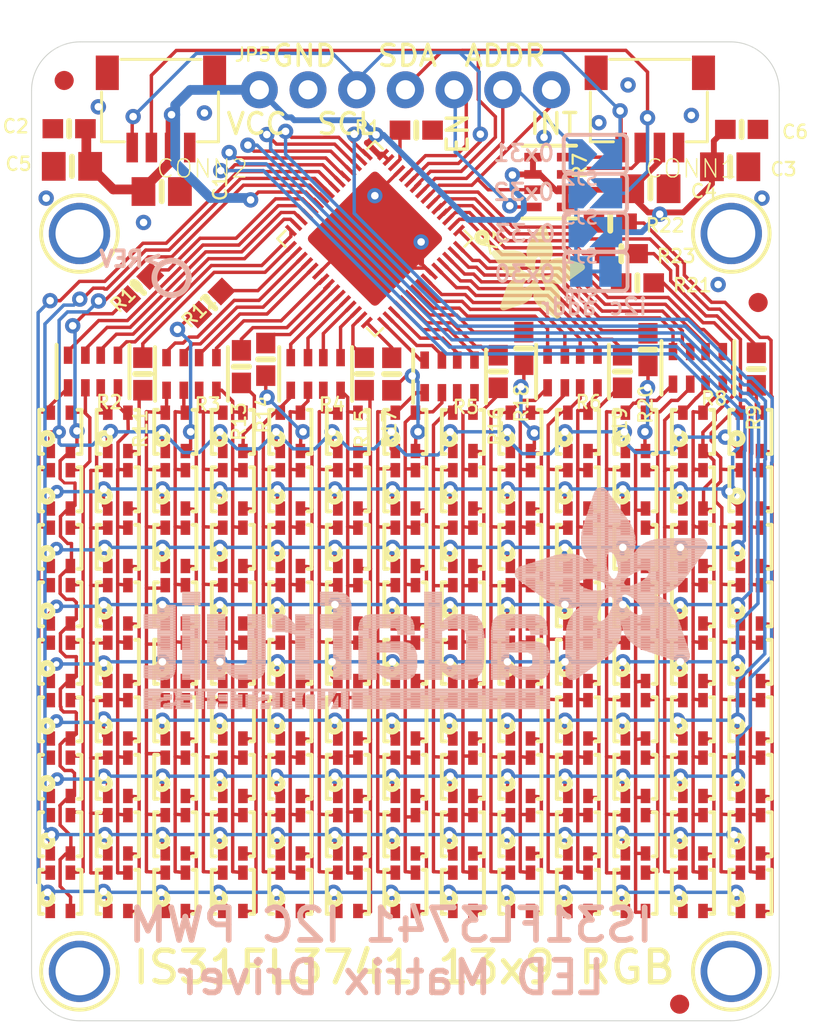
<source format=kicad_pcb>
(kicad_pcb (version 20211014) (generator pcbnew)
  (layers (0 "F.Cu" signal) (31 "B.Cu" signal) (34 "B.Paste" user) (35 "F.Paste" user) (36 "B.SilkS" user "B.Silkscreen") (37 "F.SilkS" user "F.Silkscreen") (38 "B.Mask" user) (39 "F.Mask" user) (44 "Edge.Cuts" user))
  (net 0 "")
  (net 1 "VCC")
  (net 2 "GND")
  (net 3 "SHUTDOWN")
  (net 4 "SDA")
  (net 5 "SCL")
  (net 6 "ADDR")
  (net 7 "INT")
  (net 8 "N$4")
  (net 9 "SW9")
  (net 10 "SW6")
  (net 11 "SW5")
  (net 12 "SW4")
  (net 13 "SW3")
  (net 14 "SW2")
  (net 15 "SW1")
  (net 16 "SW8")
  (net 17 "R1")
  (net 18 "B1")
  (net 19 "B2")
  (net 20 "N$8")
  (net 21 "N$10")
  (net 22 "N$12")
  (net 23 "N$14")
  (net 24 "N$16")
  (net 25 "N$17")
  (net 26 "N$19")
  (net 27 "N$21")
  (net 28 "N$22")
  (net 29 "N$24")
  (net 30 "N$25")
  (net 31 "N$27")
  (net 32 "N$29")
  (net 33 "N$31")
  (net 34 "N$33")
  (net 35 "G1")
  (net 36 "R2")
  (net 37 "G2")
  (net 38 "N$41")
  (net 39 "N$43")
  (net 40 "N$46")
  (net 41 "N$48")
  (net 42 "N$50")
  (net 43 "N$52")
  (net 44 "N$54")
  (net 45 "N$57")
  (net 46 "N$59")
  (net 47 "N$62")
  (net 48 "N$65")
  (net 49 "N$67")
  (net 50 "N$69")
  (net 51 "N$71")
  (net 52 "N$73")
  (net 53 "N$75")
  (net 54 "N$77")
  (net 55 "N$79")
  (net 56 "SW7")
  (net 57 "CS5")
  (net 58 "CS11")
  (net 59 "CS17")
  (net 60 "CS14")
  (net 61 "CS1")
  (net 62 "CS2")
  (net 63 "CS3")
  (net 64 "CS4")
  (net 65 "CS6")
  (net 66 "CS7")
  (net 67 "CS9")
  (net 68 "CS8")
  (net 69 "CS10")
  (net 70 "CS12")
  (net 71 "CS13")
  (net 72 "CS15")
  (net 73 "CS16")
  (net 74 "CS18")
  (net 75 "CS19")
  (net 76 "CS20")
  (net 77 "CS21")
  (net 78 "CS22")
  (net 79 "CS24")
  (net 80 "CS23")
  (net 81 "CS25")
  (net 82 "CS26")
  (net 83 "CS27")
  (net 84 "CS28")
  (net 85 "CS30")
  (net 86 "CS29")
  (net 87 "CS32")
  (net 88 "CS33")
  (net 89 "CS34")
  (net 90 "CS36")
  (net 91 "CS35")
  (net 92 "CS39")
  (net 93 "CS37")
  (net 94 "CS38")
  (net 95 "CS31")
  (footprint "boardEagle:RGBLED_2121" (layer "F.Cu") (at 139.5011 117.7636 90)
    (fp_text reference "LED82" hide)
    (fp_text value "RGBLED_CA_2121" hide)
  )
  (footprint "boardEagle:RGBLED_2121" (layer "F.Cu") (at 148.5011 123.7636 90)
    (fp_text reference "LED111" hide)
    (fp_text value "RGBLED_CA_2121" hide)
  )
  (footprint "boardEagle:RGBLED_2121" (layer "F.Cu") (at 166.5011 99.7636 90)
    (fp_text reference "LED13" hide)
    (fp_text value "RGBLED_CA_2121" hide)
  )
  (footprint "boardEagle:RGBLED_2121" (layer "F.Cu") (at 139.5011 120.7636 90)
    (fp_text reference "LED95" hide)
    (fp_text value "RGBLED_CA_2121" hide)
  )
  (footprint "boardEagle:0603-NO" (layer "F.Cu") (at 147.7894 96.7971 -90)
    (fp_text reference "R17")
    (fp_text value "51")
  )
  (footprint "boardEagle:0603-NO" (layer "F.Cu") (at 159.7651 90.5146)
    (fp_text reference "R23")
    (fp_text value "22")
  )
  (footprint "boardEagle:RGBLED_2121" (layer "F.Cu") (at 145.5011 123.7636 90)
    (fp_text reference "LED110" hide)
    (fp_text value "RGBLED_CA_2121" hide)
  )
  (footprint "boardEagle:0603-NO" (layer "F.Cu") (at 139.9471 96.4106 -90)
    (fp_text reference "R13")
    (fp_text value "51")
  )
  (footprint "boardEagle:RGBLED_2121" (layer "F.Cu") (at 136.5011 114.7636 90)
    (fp_text reference "LED68" hide)
    (fp_text value "RGBLED_CA_2121" hide)
  )
  (footprint "boardEagle:ADAFRUIT_5MM" (layer "F.Cu") (at 152.9961 93.9116)
    (fp_text reference "U$10" hide)
    (fp_text value "" hide)
  )
  (footprint "boardEagle:RGBLED_2121" (layer "F.Cu") (at 163.5011 105.7636 90)
    (fp_text reference "LED38" hide)
    (fp_text value "RGBLED_CA_2121" hide)
  )
  (footprint "boardEagle:RGBLED_2121" (layer "F.Cu") (at 160.5011 114.7636 90)
    (fp_text reference "LED76" hide)
    (fp_text value "RGBLED_CA_2121" hide)
  )
  (footprint "boardEagle:RGBLED_2121" (layer "F.Cu") (at 142.5011 114.7636 90)
    (fp_text reference "LED70" hide)
    (fp_text value "RGBLED_CA_2121" hide)
  )
  (footprint "boardEagle:RGBLED_2121" (layer "F.Cu") (at 145.5011 117.7636 90)
    (fp_text reference "LED84" hide)
    (fp_text value "RGBLED_CA_2121" hide)
  )
  (footprint "boardEagle:RGBLED_2121" (layer "F.Cu") (at 148.5011 102.7636 90)
    (fp_text reference "LED20" hide)
    (fp_text value "RGBLED_CA_2121" hide)
  )
  (footprint "boardEagle:JST_SH4" (layer "F.Cu") (at 135.7511 82.4636 180)
    (fp_text reference "CONN2")
    (fp_text value "STEMMA_I2C_QT" hide)
  )
  (footprint "boardEagle:RGBLED_2121" (layer "F.Cu") (at 151.5011 117.7636 90)
    (fp_text reference "LED86" hide)
    (fp_text value "RGBLED_CA_2121" hide)
  )
  (footprint "boardEagle:0603-NO" (layer "F.Cu") (at 153.3456 96.6646 -90)
    (fp_text reference "R16")
    (fp_text value "51")
  )
  (footprint "boardEagle:RGBLED_2121" (layer "F.Cu") (at 136.5011 123.7636 90)
    (fp_text reference "LED107" hide)
    (fp_text value "RGBLED_CA_2121" hide)
  )
  (footprint "boardEagle:RGBLED_2121" (layer "F.Cu") (at 166.5011 117.7636 90)
    (fp_text reference "LED91" hide)
    (fp_text value "RGBLED_CA_2121" hide)
  )
  (footprint "boardEagle:RGBLED_2121" (layer "F.Cu") (at 130.5011 120.7636 90)
    (fp_text reference "LED92" hide)
    (fp_text value "RGBLED_CA_2121" hide)
  )
  (footprint "boardEagle:RGBLED_2121" (layer "F.Cu") (at 139.5011 111.7636 90)
    (fp_text reference "LED56" hide)
    (fp_text value "RGBLED_CA_2121" hide)
  )
  (footprint "boardEagle:0805-NO" (layer "F.Cu") (at 161.2801 87.1286)
    (fp_text reference "C4")
    (fp_text value "10uF")
  )
  (footprint "boardEagle:RGBLED_2121" (layer "F.Cu") (at 145.5011 114.7636 90)
    (fp_text reference "LED71" hide)
    (fp_text value "RGBLED_CA_2121" hide)
  )
  (footprint "boardEagle:RGBLED_2121" (layer "F.Cu") (at 163.5011 117.7636 90)
    (fp_text reference "LED90" hide)
    (fp_text value "RGBLED_CA_2121" hide)
  )
  (footprint "boardEagle:RGBLED_2121" (layer "F.Cu") (at 130.5011 108.7636 90)
    (fp_text reference "LED40" hide)
    (fp_text value "RGBLED_CA_2121" hide)
  )
  (footprint "boardEagle:MOUNTINGHOLE_2.5_PLATED" (layer "F.Cu") (at 165.5011 89.4636 180)
    (fp_text reference "U$6" hide)
    (fp_text value "MOUNTINGHOLE2.5" hide)
  )
  (footprint "boardEagle:RGBLED_2121" (layer "F.Cu") (at 151.5011 102.7636 90)
    (fp_text reference "LED21" hide)
    (fp_text value "RGBLED_CA_2121" hide)
  )
  (footprint "boardEagle:RESPACK_4X0603" (layer "F.Cu") (at 163.7596 96.4741 180)
    (fp_text reference "R8")
    (fp_text value "22")
  )
  (footprint "boardEagle:RESPACK_4X0603" (layer "F.Cu") (at 143.8206 96.7916 180)
    (fp_text reference "R4")
    (fp_text value "22")
  )
  (footprint "boardEagle:RGBLED_2121" (layer "F.Cu") (at 160.5011 105.7636 90)
    (fp_text reference "LED37" hide)
    (fp_text value "RGBLED_CA_2121" hide)
  )
  (footprint "boardEagle:RGBLED_2121" (layer "F.Cu") (at 145.5011 99.7636 90)
    (fp_text reference "LED6" hide)
    (fp_text value "RGBLED_CA_2121" hide)
  )
  (footprint "boardEagle:RGBLED_2121" (layer "F.Cu") (at 151.5011 111.7636 90)
    (fp_text reference "LED60" hide)
    (fp_text value "RGBLED_CA_2121" hide)
  )
  (footprint "boardEagle:RGBLED_2121" (layer "F.Cu") (at 154.5011 114.7636 90)
    (fp_text reference "LED74" hide)
    (fp_text value "RGBLED_CA_2121" hide)
  )
  (footprint "boardEagle:RGBLED_2121" (layer "F.Cu") (at 133.5011 102.7636 90)
    (fp_text reference "LED15" hide)
    (fp_text value "RGBLED_CA_2121" hide)
  )
  (footprint "boardEagle:RGBLED_2121" (layer "F.Cu") (at 157.5011 117.7636 90)
    (fp_text reference "LED88" hide)
    (fp_text value "RGBLED_CA_2121" hide)
  )
  (footprint "boardEagle:RGBLED_2121" (layer "F.Cu") (at 151.5011 123.7636 90)
    (fp_text reference "LED112" hide)
    (fp_text value "RGBLED_CA_2121" hide)
  )
  (footprint "boardEagle:RGBLED_2121" (layer "F.Cu") (at 145.5011 108.7636 90)
    (fp_text reference "LED45" hide)
    (fp_text value "RGBLED_CA_2121" hide)
  )
  (footprint "boardEagle:RGBLED_2121" (layer "F.Cu") (at 163.5011 114.7636 90)
    (fp_text reference "LED77" hide)
    (fp_text value "RGBLED_CA_2121" hide)
  )
  (footprint "boardEagle:FIDUCIAL_1MM" (layer "F.Cu") (at 166.9011 93.0636)
    (fp_text reference "FID3" hide)
    (fp_text value "FIDUCIAL_1MM" hide)
  )
  (footprint "boardEagle:RGBLED_2121" (layer "F.Cu") (at 166.5011 102.7636 90)
    (fp_text reference "LED26" hide)
    (fp_text value "RGBLED_CA_2121" hide)
  )
  (footprint "boardEagle:0603-NO" (layer "F.Cu") (at 159.8226 96.6646 -90)
    (fp_text reference "R19")
    (fp_text value "51")
  )
  (footprint "boardEagle:RGBLED_2121" (layer "F.Cu") (at 157.5011 105.7636 90)
    (fp_text reference "LED36" hide)
    (fp_text value "RGBLED_CA_2121" hide)
  )
  (footprint "boardEagle:RGBLED_2121" (layer "F.Cu") (at 154.5011 111.7636 90)
    (fp_text reference "LED61" hide)
    (fp_text value "RGBLED_CA_2121" hide)
  )
  (footprint "boardEagle:RGBLED_2121" (layer "F.Cu") (at 154.5011 105.7636 90)
    (fp_text reference "LED35" hide)
    (fp_text value "RGBLED_CA_2121" hide)
  )
  (footprint "boardEagle:0603-NO" (layer "F.Cu") (at 141.2171 96.0296 -90)
    (fp_text reference "R14")
    (fp_text value "51")
  )
  (footprint "boardEagle:0805-NO" (layer "F.Cu") (at 135.7891 87.2726)
    (fp_text reference "C1")
    (fp_text value "10uF")
  )
  (footprint "boardEagle:0603-NO" (layer "F.Cu") (at 154.6791 95.4581 -90)
    (fp_text reference "R18")
    (fp_text value "51")
  )
  (footprint "boardEagle:RGBLED_2121" (layer "F.Cu") (at 166.5011 114.7636 90)
    (fp_text reference "LED78" hide)
    (fp_text value "RGBLED_CA_2121" hide)
  )
  (footprint "boardEagle:RGBLED_2121" (layer "F.Cu") (at 160.5011 99.7636 90)
    (fp_text reference "LED11" hide)
    (fp_text value "RGBLED_CA_2121" hide)
  )
  (footprint "boardEagle:RGBLED_2121" (layer "F.Cu") (at 142.5011 117.7636 90)
    (fp_text reference "LED83" hide)
    (fp_text value "RGBLED_CA_2121" hide)
  )
  (footprint "boardEagle:RGBLED_2121" (layer "F.Cu") (at 142.5011 111.7636 90)
    (fp_text reference "LED57" hide)
    (fp_text value "RGBLED_CA_2121" hide)
  )
  (footprint "boardEagle:MOUNTINGHOLE_2.5_PLATED" (layer "F.Cu") (at 131.5011 89.4636 180)
    (fp_text reference "U$5" hide)
    (fp_text value "MOUNTINGHOLE2.5" hide)
  )
  (footprint "boardEagle:RGBLED_2121" (layer "F.Cu") (at 148.5011 120.7636 90)
    (fp_text reference "LED98" hide)
    (fp_text value "RGBLED_CA_2121" hide)
  )
  (footprint "boardEagle:RGBLED_2121" (layer "F.Cu") (at 148.5011 99.7636 90)
    (fp_text reference "LED7" hide)
    (fp_text value "RGBLED_CA_2121" hide)
  )
  (footprint "boardEagle:RGBLED_2121" (layer "F.Cu") (at 154.5011 102.7636 90)
    (fp_text reference "LED22" hide)
    (fp_text value "RGBLED_CA_2121" hide)
  )
  (footprint "boardEagle:RGBLED_2121" (layer "F.Cu") (at 163.5011 120.7636 90)
    (fp_text reference "LED103" hide)
    (fp_text value "RGBLED_CA_2121" hide)
  )
  (footprint "boardEagle:RGBLED_2121" (layer "F.Cu") (at 136.5011 120.7636 90)
    (fp_text reference "LED94" hide)
    (fp_text value "RGBLED_CA_2121" hide)
  )
  (footprint "boardEagle:RGBLED_2121" (layer "F.Cu") (at 166.5011 108.7636 90)
    (fp_text reference "LED52" hide)
    (fp_text value "RGBLED_CA_2121" hide)
  )
  (footprint "boardEagle:RGBLED_2121" (layer "F.Cu") (at 130.5011 111.7636 90)
    (fp_text reference "LED53" hide)
    (fp_text value "RGBLED_CA_2121" hide)
  )
  (footprint "boardEagle:0603-NO" (layer "F.Cu") (at 149.0691 84.0701 180)
    (fp_text reference "R1")
    (fp_text value "2.2K")
  )
  (footprint "boardEagle:RGBLED_2121" (layer "F.Cu") (at 151.5011 99.7636 90)
    (fp_text reference "LED8" hide)
    (fp_text value "RGBLED_CA_2121" hide)
  )
  (footprint "boardEagle:RGBLED_2121" (layer "F.Cu") (at 151.5011 114.7636 90)
    (fp_text reference "LED73" hide)
    (fp_text value "RGBLED_CA_2121" hide)
  )
  (footprint "boardEagle:RGBLED_2121" (layer "F.Cu") (at 142.5011 123.7636 90)
    (fp_text reference "LED109" hide)
    (fp_text value "RGBLED_CA_2121" hide)
  )
  (footprint "boardEagle:RGBLED_2121" (layer "F.Cu") (at 130.5011 114.7636 90)
    (fp_text reference "LED66" hide)
    (fp_text value "RGBLED_CA_2121" hide)
  )
  (footprint "boardEagle:RGBLED_2121" (layer "F.Cu") (at 145.5011 120.7636 90)
    (fp_text reference "LED97" hide)
    (fp_text value "RGBLED_CA_2121" hide)
  )
  (footprint "boardEagle:RGBLED_2121" (layer "F.Cu") (at 133.5011 108.7636 90)
    (fp_text reference "LED41" hide)
    (fp_text value "RGBLED_CA_2121" hide)
  )
  (footprint "boardEagle:RGBLED_2121" (layer "F.Cu") (at 133.5011 99.7636 90)
    (fp_text reference "LED2" hide)
    (fp_text value "RGBLED_CA_2121" hide)
  )
  (footprint "boardEagle:1X07_ROUND_76" (layer "F.Cu") (at 148.5011 81.9636)
    (fp_text reference "JP5")
    (fp_text value "")
  )
  (footprint "boardEagle:JST_SH4" (layer "F.Cu") (at 161.2511 82.4636 180)
    (fp_text reference "CONN1")
    (fp_text value "STEMMA_I2C_QT" hide)
  )
  (footprint "boardEagle:RGBLED_2121" (layer "F.Cu") (at 139.5011 108.7636 90)
    (fp_text reference "LED43" hide)
    (fp_text value "RGBLED_CA_2121" hide)
  )
  (footprint "boardEagle:0603-NO" (layer "F.Cu") (at 130.9611 83.9951 180)
    (fp_text reference "C2")
    (fp_text value "1uF")
  )
  (footprint "boardEagle:0603-NO" (layer "F.Cu") (at 134.5881 92.2846 -135)
    (fp_text reference "R10")
    (fp_text value "51")
  )
  (footprint "boardEagle:RGBLED_2121" (layer "F.Cu") (at 157.5011 99.7636 90)
    (fp_text reference "LED10" hide)
    (fp_text value "RGBLED_CA_2121" hide)
  )
  (footprint "boardEagle:0603-NO" (layer "F.Cu") (at 159.1876 88.9176)
    (fp_text reference "R22")
    (fp_text value "51")
  )
  (footprint "boardEagle:RESPACK_4X0603" (layer "F.Cu") (at 132.2081 96.6646 180)
    (fp_text reference "R2")
    (fp_text value "22")
  )
  (footprint "boardEagle:RGBLED_2121" (layer "F.Cu") (at 133.5011 117.7636 90)
    (fp_text reference "LED80" hide)
    (fp_text value "RGBLED_CA_2121" hide)
  )
  (footprint "boardEagle:RGBLED_2121" (layer "F.Cu") (at 145.5011 111.7636 90)
    (fp_text reference "LED58" hide)
    (fp_text value "RGBLED_CA_2121" hide)
  )
  (footprint "boardEagle:RGBLED_2121" (layer "F.Cu") (at 163.5011 99.7636 90)
    (fp_text reference "LED12" hide)
    (fp_text value "RGBLED_CA_2121" hide)
  )
  (footprint "boardEagle:0805-NO" (layer "F.Cu") (at 165.4411 85.9816)
    (fp_text reference "C3")
    (fp_text value "10uF")
  )
  (footprint "boardEagle:RGBLED_2121" (layer "F.Cu") (at 136.5011 117.7636 90)
    (fp_text reference "LED81" hide)
    (fp_text value "RGBLED_CA_2121" hide)
  )
  (footprint "boardEagle:0603-NO" (layer "F.Cu") (at 138.302578 93.090547 -135)
    (fp_text reference "R12")
    (fp_text value "51")
  )
  (footprint "boardEagle:RGBLED_2121" (layer "F.Cu") (at 163.5011 102.7636 90)
    (fp_text reference "LED25" hide)
    (fp_text value "RGBLED_CA_2121" hide)
  )
  (footprint "boardEagle:RGBLED_2121" (layer "F.Cu") (at 148.5011 108.7636 90)
    (fp_text reference "LED46" hide)
    (fp_text value "RGBLED_CA_2121" hide)
  )
  (footprint "boardEagle:RGBLED_2121" (layer "F.Cu") (at 163.5011 111.7636 90)
    (fp_text reference "LED64" hide)
    (fp_text value "RGBLED_CA_2121" hide)
  )
  (footprint "boardEagle:RGBLED_2121" (layer "F.Cu") (at 148.5011 117.7636 90)
    (fp_text reference "LED85" hide)
    (fp_text value "RGBLED_CA_2121" hide)
  )
  (footprint "boardEagle:RGBLED_2121" (layer "F.Cu") (at 145.5011 102.7636 90)
    (fp_text reference "LED19" hide)
    (fp_text value "RGBLED_CA_2121" hide)
  )
  (footprint "boardEagle:RGBLED_2121" (layer "F.Cu") (at 136.5011 111.7636 90)
    (fp_text reference "LED55" hide)
    (fp_text value "RGBLED_CA_2121" hide)
  )
  (footprint "boardEagle:RGBLED_2121" (layer "F.Cu") (at 130.5011 117.7636 90)
    (fp_text reference "LED79" hide)
    (fp_text value "RGBLED_CA_2121" hide)
  )
  (footprint "boardEagle:RGBLED_2121" (layer "F.Cu") (at 139.5011 105.7636 90)
    (fp_text reference "LED30" hide)
    (fp_text value "RGBLED_CA_2121" hide)
  )
  (footprint "boardEagle:RGBLED_2121" (layer "F.Cu") (at 160.5011 120.7636 90)
    (fp_text reference "LED102" hide)
    (fp_text value "RGBLED_CA_2121" hide)
  )
  (footprint "boardEagle:RESPACK_4X0603" (layer "F.Cu") (at 157.2191 96.6646 180)
    (fp_text reference "R6")
    (fp_text value "22")
  )
  (footprint "boardEagle:RGBLED_2121" (layer "F.Cu") (at 166.5011 111.7636 90)
    (fp_text reference "LED65" hide)
    (fp_text value "RGBLED_CA_2121" hide)
  )
  (footprint "boardEagle:RGBLED_2121" (layer "F.Cu") (at 154.5011 108.7636 90)
    (fp_text reference "LED48" hide)
    (fp_text value "RGBLED_CA_2121" hide)
  )
  (footprint "boardEagle:RGBLED_2121" (layer "F.Cu") (at 148.5011 105.7636 90)
    (fp_text reference "LED33" hide)
    (fp_text value "RGBLED_CA_2121" hide)
  )
  (footprint "boardEagle:RGBLED_2121" (layer "F.Cu") (at 163.5011 123.7636 90)
    (fp_text reference "LED116" hide)
    (fp_text value "RGBLED_CA_2121" hide)
  )
  (footprint "boardEagle:RGBLED_2121" (layer "F.Cu") (at 148.5011 111.7636 90)
    (fp_text reference "LED59" hide)
    (fp_text value "RGBLED_CA_2121" hide)
  )
  (footprint "boardEagle:RGBLED_2121" (layer "F.Cu") (at 139.5011 114.7636 90)
    (fp_text reference "LED69" hide)
    (fp_text value "RGBLED_CA_2121" hide)
  )
  (footprint "boardEagle:RGBLED_2121" (layer "F.Cu") (at 130.5011 102.7636 90)
    (fp_text reference "LED14" hide)
    (fp_text value "RGBLED_CA_2121" hide)
  )
  (footprint "boardEagle:QFN60_7MM" (layer "F.Cu") (at 146.9136 89.7316 -135)
    (fp_text reference "X1")
    (fp_text value "IS31FL3741")
  )
  (footprint "boardEagle:RGBLED_2121" (layer "F.Cu") (at 142.5011 120.7636 90)
    (fp_text reference "LED96" hide)
    (fp_text value "RGBLED_CA_2121" hide)
  )
  (footprint "boardEagle:RGBLED_2121" (layer "F.Cu") (at 145.5011 105.7636 90)
    (fp_text reference "LED32" hide)
    (fp_text value "RGBLED_CA_2121" hide)
  )
  (footprint "boardEagle:RGBLED_2121" (layer "F.Cu") (at 139.5011 123.7636 90)
    (fp_text reference "LED108" hide)
    (fp_text value "RGBLED_CA_2121" hide)
  )
  (footprint "boardEagle:RGBLED_2121" (layer "F.Cu") (at 166.5011 120.7636 90)
    (fp_text reference "LED104" hide)
    (fp_text value "RGBLED_CA_2121" hide)
  )
  (footprint "boardEagle:RGBLED_2121" (layer "F.Cu") (at 151.5011 120.7636 90)
    (fp_text reference "LED99" hide)
    (fp_text value "RGBLED_CA_2121" hide)
  )
  (footprint "boardEagle:RGBLED_2121" (layer "F.Cu") (at 142.5011 108.7636 90)
    (fp_text reference "LED44" hide)
    (fp_text value "RGBLED_CA_2121" hide)
  )
  (footprint "boardEagle:RGBLED_2121" (layer "F.Cu") (at 157.5011 114.7636 90)
    (fp_text reference "LED75" hide)
    (fp_text value "RGBLED_CA_2121" hide)
  )
  (footprint "boardEagle:RGBLED_2121" (layer "F.Cu") (at 133.5011 114.7636 90)
    (fp_text reference "LED67" hide)
    (fp_text value "RGBLED_CA_2121" hide)
  )
  (footprint "boardEagle:FIDUCIAL_1MM" (layer "F.Cu") (at 162.8054 129.6787)
    (fp_text reference "FID2" hide)
    (fp_text value "FIDUCIAL_1MM" hide)
  )
  (footprint "boardEagle:RGBLED_2121" (layer "F.Cu") (at 160.5011 123.7636 90)
    (fp_text reference "LED115" hide)
    (fp_text value "RGBLED_CA_2121" hide)
  )
  (footprint "boardEagle:0603-NO" (layer "F.Cu") (at 160.6033 92.0386)
    (fp_text reference "R21")
    (fp_text value "51")
  )
  (footprint "boardEagle:RGBLED_2121" (layer "F.Cu") (at 163.5011 108.7636 90)
    (fp_text reference "LED51" hide)
    (fp_text value "RGBLED_CA_2121" hide)
  )
  (footprint "boardEagle:RGBLED_2121" (layer "F.Cu") (at 136.5011 108.7636 90)
    (fp_text reference "LED42" hide)
    (fp_text value "RGBLED_CA_2121" hide)
  )
  (footprint "boardEagle:RGBLED_2121" (layer "F.Cu") (at 157.5011 108.7636 90)
    (fp_text reference "LED49" hide)
    (fp_text value "RGBLED_CA_2121" hide)
  )
  (footprint "boardEagle:RGBLED_2121" (layer "F.Cu") (at 154.5011 120.7636 90)
    (fp_text reference "LED100" hide)
    (fp_text value "RGBLED_CA_2121" hide)
  )
  (footprint "boardEagle:RGBLED_2121" (layer "F.Cu") (at 130.5011 105.7636 90)
    (fp_text reference "LED27" hide)
    (fp_text value "RGBLED_CA_2121" hide)
  )
  (footprint "boardEagle:RGBLED_2121" (layer "F.Cu") (at 154.5011 117.7636 90)
    (fp_text reference "LED87" hide)
    (fp_text value "RGBLED_CA_2121" hide)
  )
  (footprint "boardEagle:RGBLED_2121" (layer "F.Cu") (at 136.5011 99.7636 90)
    (fp_text reference "LED3" hide)
    (fp_text value "RGBLED_CA_2121" hide)
  )
  (footprint "boardEagle:RESPACK_4X0603" (layer "F.Cu") (at 137.3436 96.7916 180)
    (fp_text reference "R3")
    (fp_text value "22")
  )
  (footprint "boardEagle:RGBLED_2121" (layer "F.Cu") (at 157.5011 123.7636 90)
    (fp_text reference "LED114" hide)
    (fp_text value "RGBLED_CA_2121" hide)
  )
  (footprint "boardEagle:RGBLED_2121" (layer "F.Cu") (at 142.5011 105.7636 90)
    (fp_text reference "LED31" hide)
    (fp_text value "RGBLED_CA_2121" hide)
  )
  (footprint "boardEagle:RGBLED_2121" (layer "F.Cu") (at 139.5011 99.7636 90)
    (fp_text reference "LED4" hide)
    (fp_text value "RGBLED_CA_2121" hide)
  )
  (footprint "boardEagle:RGBLED_2121" (layer "F.Cu") (at 133.5011 105.7636 90)
    (fp_text reference "LED28" hide)
    (fp_text value "RGBLED_CA_2121" hide)
  )
  (footprint "boardEagle:FIDUCIAL_1MM" (layer "F.Cu") (at 130.7021 81.4776)
    (fp_text reference "FID1" hide)
    (fp_text value "FIDUCIAL_1MM" hide)
  )
  (footprint "boardEagle:RGBLED_2121" (layer "F.Cu") (at 166.5011 123.7636 90)
    (fp_text reference "LED117" hide)
    (fp_text value "RGBLED_CA_2121" hide)
  )
  (footprint "boardEagle:MOUNTINGHOLE_2.5_PLATED" (layer "F.Cu") (at 165.5011 127.9636)
    (fp_text reference "U$4" hide)
    (fp_text value "MOUNTINGHOLE2.5" hide)
  )
  (footprint "boardEagle:RGBLED_2121" (layer "F.Cu") (at 142.5011 99.7636 90)
    (fp_text reference "LED5" hide)
    (fp_text value "RGBLED_CA_2121" hide)
  )
  (footprint "boardEagle:RGBLED_2121" (layer "F.Cu") (at 157.5011 120.7636 90)
    (fp_text reference "LED101" hide)
    (fp_text value "RGBLED_CA_2121" hide)
  )
  (footprint "boardEagle:RGBLED_2121" (layer "F.Cu") (at 148.5011 114.7636 90)
    (fp_text reference "LED72" hide)
    (fp_text value "RGBLED_CA_2121" hide)
  )
  (footprint "boardEagle:0603-NO" (layer "F.Cu") (at 161.1561 95.5216 -90)
    (fp_text reference "R20")
    (fp_text value "51")
  )
  (footprint "boardEagle:RGBLED_2121" (layer "F.Cu") (at 151.5011 108.7636 90)
    (fp_text reference "LED47" hide)
    (fp_text value "RGBLED_CA_2121" hide)
  )
  (footprint "boardEagle:RGBLED_2121" (layer "F.Cu") (at 160.5011 102.7636 90)
    (fp_text reference "LED24" hide)
    (fp_text value "RGBLED_CA_2121" hide)
  )
  (footprint "boardEagle:MOUNTINGHOLE_2.5_PLATED" (layer "F.Cu") (at 131.5011 127.9636)
    (fp_text reference "U$3" hide)
    (fp_text value "MOUNTINGHOLE2.5" hide)
  )
  (footprint "boardEagle:RGBLED_2121" (layer "F.Cu") (at 157.5011 102.7636 90)
    (fp_text reference "LED23" hide)
    (fp_text value "RGBLED_CA_2121" hide)
  )
  (footprint "boardEagle:0603-NO" (layer "F.Cu") (at 166.0411 84.0311)
    (fp_text reference "C6")
    (fp_text value "1uF")
  )
  (footprint "boardEagle:RGBLED_2121" (layer "F.Cu") (at 160.5011 117.7636 90)
    (fp_text reference "LED89" hide)
    (fp_text value "RGBLED_CA_2121" hide)
  )
  (footprint "boardEagle:RESPACK_4X0603" (layer "F.Cu") (at 150.8056 96.9186 180)
    (fp_text reference "R5")
    (fp_text value "22")
  )
  (footprint "boardEagle:RGBLED_2121" (layer "F.Cu") (at 154.5011 123.7636 90)
    (fp_text reference "LED113" hide)
    (fp_text value "RGBLED_CA_2121" hide)
  )
  (footprint "boardEagle:RGBLED_2121" (layer "F.Cu") (at 133.5011 123.7636 90)
    (fp_text reference "LED106" hide)
    (fp_text value "RGBLED_CA_2121" hide)
  )
  (footprint "boardEagle:RGBLED_2121" (layer "F.Cu") (at 151.5011 105.7636 90)
    (fp_text reference "LED34" hide)
    (fp_text value "RGBLED_CA_2121" hide)
  )
  (footprint "boardEagle:RGBLED_2121" (layer "F.Cu") (at 136.5011 105.7636 90)
    (fp_text reference "LED29" hide)
    (fp_text value "RGBLED_CA_2121" hide)
  )
  (footprint "boardEagle:RGBLED_2121" (layer "F.Cu") (at 130.5011 99.7636 90)
    (fp_text reference "LED1" hide)
    (fp_text value "RGBLED_CA_2121" hide)
  )
  (footprint "boardEagle:RGBLED_2121" (layer "F.Cu") (at 160.5011 108.7636 90)
    (fp_text reference "LED50" hide)
    (fp_text value "RGBLED_CA_2121" hide)
  )
  (footprint "boardEagle:RGBLED_2121" (layer "F.Cu") (at 130.5011 123.7636 90)
    (fp_text reference "LED105" hide)
    (fp_text value "RGBLED_CA_2121" hide)
  )
  (footprint "boardEagle:RGBLED_2121" (layer "F.Cu") (at 157.5011 111.7636 90)
    (fp_text reference "LED62" hide)
    (fp_text value "RGBLED_CA_2121" hide)
  )
  (footprint "boardEagle:0603-NO" (layer "F.Cu") (at 146.3606 96.7916 -90)
    (fp_text reference "R15")
    (fp_text value "51")
  )
  (footprint "boardEagle:RGBLED_2121" (layer "F.Cu") (at 136.5011 102.7636 90)
    (fp_text reference "LED16" hide)
    (fp_text value "RGBLED_CA_2121" hide)
  )
  (footprint "boardEagle:0603-NO" (layer "F.Cu") (at 166.8076 96.5376 -90)
    (fp_text reference "R9")
    (fp_text value "22")
  )
  (footprint "boardEagle:RGBLED_2121" (layer "F.Cu") (at 142.5011 102.7636 90)
    (fp_text reference "LED18" hide)
    (fp_text value "RGBLED_CA_2121" hide)
  )
  (footprint "boardEagle:0603-NO" (layer "F.Cu") (at 134.8036 96.7916 -90)
    (fp_text reference "R11")
    (fp_text value "51")
  )
  (footprint "boardEagle:RGBLED_2121" (layer "F.Cu") (at 139.5011 102.7636 90)
    (fp_text reference "LED17" hide)
    (fp_text value "RGBLED_CA_2121" hide)
  )
  (footprint "boardEagle:RGBLED_2121" (layer "F.Cu") (at 133.5011 111.7636 90)
    (fp_text reference "LED54" hide)
    (fp_text value "RGBLED_CA_2121" hide)
  )
  (footprint "boardEagle:RESPACK_4X0603" (layer "F.Cu") (at 156.0051 86.7796 -90)
    (fp_text reference "R7")
    (fp_text value "4.7K")
  )
  (footprint "boardEagle:RGBLED_2121" (layer "F.Cu") (at 166.5011 105.7636 90)
    (fp_text reference "LED39" hide)
    (fp_text value "RGBLED_CA_2121" hide)
  )
  (footprint "boardEagle:0805-NO" (layer "F.Cu") (at 131.1081 85.9596 180)
    (fp_text reference "C5")
    (fp_text value "10uF")
  )
  (footprint "boardEagle:RGBLED_2121" (layer "F.Cu") (at 154.5011 99.7636 90)
    (fp_text reference "LED9" hide)
    (fp_text value "RGBLED_CA_2121" hide)
  )
  (footprint "boardEagle:RGBLED_2121" (layer "F.Cu") (at 160.5011 111.7636 90)
    (fp_text reference "LED63" hide)
    (fp_text value "RGBLED_CA_2121" hide)
  )
  (footprint "boardEagle:RGBLED_2121" (layer "F.Cu") (at 133.5011 120.7636 90)
    (fp_text reference "LED93" hide)
    (fp_text value "RGBLED_CA_2121" hide)
  )
  (footprint "boardEagle:PCBFEAT-REV-040" (layer "B.Cu") (at 136.3056 91.7776)
    (fp_text reference "U$11" hide)
    (fp_text value "" hide)
  )
  (footprint "boardEagle:SOLDERJUMPER_ARROW_NOPASTE" (layer "B.Cu") (at 158.4101 89.3936)
    (fp_text reference "SJ1")
    (fp_text value "")
  )
  (footprint "boardEagle:SOLDERJUMPER_ARROW_NOPASTE" (layer "B.Cu") (at 158.4101 87.3616)
    (fp_text reference "SJ3")
    (fp_text value "")
  )
  (footprint "boardEagle:ADAFRUIT_TEXT_30MM" (layer "B.Cu") (at 164.5011 114.2636 180)
    (fp_text reference "U$16" hide)
    (fp_text value "" hide)
  )
  (footprint "boardEagle:SOLDERJUMPER_ARROW_NOPASTE" (layer "B.Cu") (at 158.4101 85.3296)
    (fp_text reference "SJ2")
    (fp_text value "")
  )
  (footprint "boardEagle:SOLDERJUMPER_CLOSEDWIRE" (layer "B.Cu") (at 158.4371 91.4446)
    (fp_text reference "SJ4")
    (fp_text value "")
  )
  (gr_line (start 168.0011 82.0036) (end 168.0011 128.0036) (layer "Edge.Cuts") (width 0.05))
  (gr_line (start 129.0011 128.0036) (end 129.0011 82.0036) (layer "Edge.Cuts") (width 0.05))
  (gr_arc (start 165.4611 79.4636) (mid 167.257151 80.207549) (end 168.0011 82.0036) (layer "Edge.Cuts") (width 0.05))
  (gr_arc (start 129.0011 82.0036) (mid 129.745049 80.207549) (end 131.5411 79.4636) (layer "Edge.Cuts") (width 0.05))
  (gr_arc (start 131.5411 130.5436) (mid 129.745049 129.799651) (end 129.0011 128.0036) (layer "Edge.Cuts") (width 0.05))
  (gr_line (start 165.4611 130.5436) (end 131.5411 130.5436) (layer "Edge.Cuts") (width 0.05))
  (gr_arc (start 168.0011 128.0036) (mid 167.257151 129.799651) (end 165.4611 130.5436) (layer "Edge.Cuts") (width 0.05))
  (gr_line (start 131.5411 79.4636) (end 165.4611 79.4636) (layer "Edge.Cuts") (width 0.05))
  (gr_text "i2c addr" (at 155.4826 92.7696) (layer "B.SilkS") (effects (font (size 0.8636 0.8636) (thickness 0.1524)) (justify right top mirror)))
  (gr_text "0x30" (at 156.4246 92.0691) (layer "B.SilkS") (effects (font (size 0.8636 0.8636) (thickness 0.1524)) (justify left bottom mirror)))
  (gr_text "0x31" (at 156.3611 85.7781) (layer "B.SilkS") (effects (font (size 0.8636 0.8636) (thickness 0.1524)) (justify left bottom mirror)))
  (gr_text "0x32" (at 156.3611 87.8101) (layer "B.SilkS") (effects (font (size 0.8636 0.8636) (thickness 0.1524)) (justify left bottom mirror)))
  (gr_text "IS31FL3741 I2C PWM\nLED Matrix Driver" (at 147.7446 126.9221) (layer "B.SilkS") (effects (font (size 1.7 1.7) (thickness 0.3)) (justify mirror)))
  (gr_text "0x33" (at 156.4246 89.9691) (layer "B.SilkS") (effects (font (size 0.8636 0.8636) (thickness 0.1524)) (justify left bottom mirror)))
  (gr_text "SDA" (at 148.6051 80.1881) (layer "F.SilkS") (effects (font (size 1.0922 1.0922) (thickness 0.1778))))
  (gr_text "INT" (at 156.2426 83.7441) (layer "F.SilkS") (effects (font (size 1.0922 1.0922) (thickness 0.1778))))
  (gr_text "IS31FL3741 13x9 RGB" (at 148.4376 127.7604) (layer "F.SilkS") (effects (font (size 1.660144 1.660144) (thickness 0.270256))))
  (gr_text "SCL" (at 145.4191 83.7441) (layer "F.SilkS") (effects (font (size 1.0922 1.0922) (thickness 0.1778))))
  (gr_text "GND" (at 143.2251 80.1881) (layer "F.SilkS") (effects (font (size 1.0922 1.0922) (thickness 0.1778))))
  (gr_text "EN" (at 151.2261 84.2521 90) (layer "F.SilkS") (effects (font (size 1.0922 1.0922) (thickness 0.1778))))
  (gr_text "VCC" (at 140.7486 83.7441) (layer "F.SilkS") (effects (font (size 1.0922 1.0922) (thickness 0.1778))))
  (gr_text "ADDR" (at 153.7026 80.1881) (layer "F.SilkS") (effects (font (size 1.0922 1.0922) (thickness 0.1778))))
  (segment (start 155.1551 86.3796) (end 155.5171 86.3796) (width 0.3048) (layer "F.Cu") (net 1))
  (segment (start 155.1551 86.3796) (end 154.1151 86.3796) (width 0.3048) (layer "F.Cu") (net 1))
  (segment (start 131.8111 83.9951) (end 131.8581 84.0421) (width 0.508) (layer "F.Cu") (net 1))
  (segment (start 155.1551 86.3796) (end 155.1551 85.4796) (width 0.3048) (layer "F.Cu") (net 1))
  (segment (start 136.2511 85.7136) (end 134.8391 87.1256) (width 0.508) (layer "F.Cu") (net 1))
  (segment (start 146.9716 84.3156) (end 146.559231 84.727969) (width 0.3048) (layer "F.Cu") (net 1))
  (segment (start 143.303571 87.300044) (end 140.837025 87.300044) (width 0.1778) (layer "F.Cu") (net 1))
  (segment (start 146.559231 84.727969) (end 146.495731 84.727969) (width 0.3048) (layer "F.Cu") (net 1))
  (segment (start 161.7511 85.7136) (end 160.3361 87.1286) (width 0.3048) (layer "F.Cu") (net 1))
  (segment (start 160.3301 87.1796) (end 159.4811 87.1796) (width 0.4064) (layer "F.Cu") (net 1))
  (segment (start 161.7671 88.45645) (end 161.7671 88.3636) (width 0.3048) (layer "F.Cu") (net 1))
  (segment (start 131.8581 84.0421) (end 131.8581 85.7596) (width 0.508) (layer "F.Cu") (net 1))
  (segment (start 147.620706 85.630382) (end 147.620703 85.630382) (width 0.1778) (layer "F.Cu") (net 1))
  (segment (start 161.7511 85.7136) (end 161.7511 84.9776) (width 0.3048) (layer "F.Cu") (net 1))
  (segment (start 156.4011 87.2636) (end 156.8551 87.2636) (width 0.3048) (layer "F.Cu") (net 1))
  (segment (start 132.0581 85.9596) (end 133.2621 87.1636) (width 0.508) (layer "F.Cu") (net 1))
  (segment (start 161.1651 88.3636) (end 160.3301 87.5286) (width 0.3048) (layer "F.Cu") (net 1))
  (segment (start 161.7671 88.3636) (end 163.0011 88.3636) (width 0.3048) (layer "F.Cu") (net 1))
  (segment (start 147.115306 85.347541) (end 146.495731 84.727969) (width 0.3048) (layer "F.Cu") (net 1))
  (segment (start 155.5171 86.3796) (end 156.4011 87.2636) (width 0.3048) (layer "F.Cu") (net 1))
  (segment (start 143.94375 87.893125) (end 143.896653 87.893125) (width 0.1778) (layer "F.Cu") (net 1))
  (segment (start 160.3301 87.1286) (end 160.3361 87.1286) (width 0.3048) (layer "F.Cu") (net 1))
  (segment (start 147.337862 85.347541) (end 147.115306 85.347541) (width 0.3048) (layer "F.Cu") (net 1))
  (segment (start 164.4911 86.8736) (end 164.4911 85.9816) (width 0.3048) (layer "F.Cu") (net 1))
  (segment (start 131.8581 85.7596) (end 132.0581 85.9596) (width 0.508) (layer "F.Cu") (net 1))
  (segment (start 164.4911 85.9816) (end 164.5911 85.8816) (width 0.3048) (layer "F.Cu") (net 1))
  (segment (start 156.8551 87.2636) (end 156.8551 87.1796) (width 0.3048) (layer "F.Cu") (net 1))
  (segment (start 161.1651 88.3636) (end 161.7671 88.3636) (width 0.3048) (layer "F.Cu") (net 1))
  (segment (start 136.2511 83.3136) (end 136.3011 83.2636) (width 0.508) (layer "F.Cu") (net 1))
  (segment (start 160.3301 87.1286) (end 160.3301 87.1796) (width 0.4064) (layer "F.Cu") (net 1))
  (segment (start 156.8551 87.1796) (end 159.4811 87.1796) (width 0.3048) (layer "F.Cu") (net 1))
  (segment (start 147.620703 85.630382) (end 147.337862 85.347541) (width 0.1778) (layer "F.Cu") (net 1))
  (segment (start 140.837025 87.300044) (end 140.427637 87.709432) (width 0.1778) (layer "F.Cu") (net 1))
  (segment (start 134.8391 87.1256) (end 134.8391 87.1636) (width 0.1778) (layer "F.Cu") (net 1))
  (segment (start 133.2621 87.1636) (end 134.8391 87.1636) (width 0.508) (layer "F.Cu") (net 1))
  (segment (start 163.0011 88.3636) (end 164.4911 86.8736) (width 0.3048) (layer "F.Cu") (net 1))
  (segment (start 143.896653 87.893125) (end 143.303571 87.300044) (width 0.1778) (layer "F.Cu") (net 1))
  (segment (start 164.5911 84.6311) (end 165.1911 84.0311) (width 0.3048) (layer "F.Cu") (net 1))
  (segment (start 136.2511 84.9776) (end 136.2511 83.3136) (width 0.508) (layer "F.Cu") (net 1))
  (segment (start 160.3301 87.1286) (end 160.3301 87.5286) (width 0.3048) (layer "F.Cu") (net 1))
  (segment (start 156.8551 88.0796) (end 156.8551 87.2636) (width 0.3048) (layer "F.Cu") (net 1))
  (segment (start 154.1151 86.3796) (end 154.0836 86.4111) (width 0.3048) (layer "F.Cu") (net 1))
  (segment (start 134.8391 87.1636) (end 134.8391 87.2726) (width 0.508) (layer "F.Cu") (net 1))
  (segment (start 136.2511 84.9776) (end 136.2511 85.7136) (width 0.508) (layer "F.Cu") (net 1))
  (segment (start 164.5911 84.6311) (end 164.5911 85.8816) (width 0.3048) (layer "F.Cu") (net 1))
  (via (at 136.3011 83.2636) (size 0.8001) (drill 0.3937) (layers "F.Cu" "B.Cu") (net 1))
  (via (at 161.7671 88.45645) (size 0.8001) (drill 0.3937) (layers "F.Cu" "B.Cu") (net 1))
  (via (at 140.427637 87.709432) (size 0.8001) (drill 0.3937) (layers "F.Cu" "B.Cu") (net 1))
  (via (at 154.0836 86.4111) (size 0.8001) (drill 0.3937) (layers "F.Cu" "B.Cu") (net 1))
  (via (at 146.9716 84.3156) (size 0.8001) (drill 0.3937) (layers "F.Cu" "B.Cu") (net 1))
  (segment (start 136.3011 83.2636) (end 136.494103 83.2636) (width 0.508) (layer "B.Cu") (net 1))
  (segment (start 136.494103 83.2636) (end 136.494103 82.7556) (width 0.508) (layer "B.Cu") (net 1))
  (segment (start 140.327637 87.609432) (end 138.327431 87.609432) (width 0.508) (layer "B.Cu") (net 1))
  (segment (start 154.0836 86.4111) (end 154.0836 87.122832) (width 0.3048) (layer "B.Cu") (net 1))
  (segment (start 146.9716 84.3156) (end 146.2096 83.5536) (width 0.3048) (layer "B.Cu") (net 1))
  (segment (start 137.278103 81.9716) (end 140.8811 81.9636) (width 0.508) (layer "B.Cu") (net 1))
  (segment (start 136.4941 85.7761) (end 136.494103 83.2636) (width 0.508) (layer "B.Cu") (net 1))
  (segment (start 154.676618 87.71585) (end 154.676618 88.320813) (width 0.3048) (layer "B.Cu") (net 1))
  (segment (start 151.785581 88.748582) (end 147.3526 84.3156) (width 0.3048) (layer "B.Cu") (net 1))
  (segment (start 142.703887 83.5536) (end 142.552981 83.402694) (width 0.3048) (layer "B.Cu") (net 1))
  (segment (start 140.427637 87.709432) (end 140.327637 87.609432) (width 0.508) (layer "B.Cu") (net 1))
  (segment (start 159.4261 89.3936) (end 160.82995 89.3936) (width 0.3048) (layer "B.Cu") (net 1))
  (segment (start 154.24885 88.748582) (end 151.785581 88.748582) (width 0.3048) (layer "B.Cu") (net 1))
  (segment (start 138.327431 87.609432) (end 136.4941 85.7761) (width 0.508) (layer "B.Cu") (net 1))
  (segment (start 147.3526 84.3156) (end 146.9716 84.3156) (width 0.3048) (layer "B.Cu") (net 1))
  (segment (start 146.2096 83.5536) (end 142.703887 83.5536) (width 0.3048) (layer "B.Cu") (net 1))
  (segment (start 142.312193 83.402694) (end 140.8811 81.9636) (width 0.3048) (layer "B.Cu") (net 1))
  (segment (start 136.494103 82.7556) (end 137.278103 81.9716) (width 0.508) (layer "B.Cu") (net 1))
  (segment (start 154.0836 87.122832) (end 154.676618 87.71585) (width 0.3048) (layer "B.Cu") (net 1))
  (segment (start 142.552981 83.402694) (end 142.312193 83.402694) (width 0.3048) (layer "B.Cu") (net 1))
  (segment (start 154.676618 88.320813) (end 154.24885 88.748582) (width 0.3048) (layer "B.Cu") (net 1))
  (segment (start 160.82995 89.3936) (end 161.7671 88.45645) (width 0.3048) (layer "B.Cu") (net 1))
  (segment (start 146.82485 87.55761) (end 146.82485 89.82035) (width 0.1778) (layer "F.Cu") (net 2))
  (segment (start 149.5343 91.268029) (end 147.955028 91.268029) (width 0.1778) (layer "F.Cu") (net 2))
  (segment (start 145.961787 90.683413) (end 144.830415 90.683413) (width 0.1778) (layer "F.Cu") (net 2))
  (segment (start 146.9136 89.7316) (end 146.82485 89.82035) (width 0.1778) (layer "F.Cu") (net 2))
  (segment (start 148.18639 86.196069) (end 146.82485 87.55761) (width 0.1778) (layer "F.Cu") (net 2))
  (segment (start 149.3211 91.007732) (end 149.3211 89.9036) (width 0.3048) (layer "F.Cu") (net 2))
  (segment (start 147.955028 91.268029) (end 146.6661 89.9791) (width 0.1778) (layer "F.Cu") (net 2))
  (segment (start 149.883446 91.570079) (end 149.3211 91.007732) (width 0.1778) (layer "F.Cu") (net 2))
  (segment (start 144.830415 90.683413) (end 144.911728 90.6021) (width 0.1778) (layer "F.Cu") (net 2))
  (segment (start 149.883446 91.570079) (end 149.83635 91.570079) (width 0.1778) (layer "F.Cu") (net 2))
  (segment (start 149.83635 91.570079) (end 149.5343 91.268029) (width 0.1778) (layer "F.Cu") (net 2))
  (segment (start 146.6661 89.9791) (end 146.82485 89.82035) (width 0.1778) (layer "F.Cu") (net 2))
  (segment (start 143.94375 91.570079) (end 144.830415 90.683413) (width 0.1778) (layer "F.Cu") (net 2))
  (segment (start 145.961787 90.683413) (end 146.6661 89.9791) (width 0.1778) (layer "F.Cu") (net 2))
  (via (at 149.3211 89.9036) (size 0.8001) (drill 0.3937) (layers "F.Cu" "B.Cu") (net 2))
  (via (at 155.7346 84.4426) (size 0.8001) (drill 0.3937) (layers "F.Cu" "B.Cu") (net 2))
  (via (at 146.9081 87.4906) (size 0.8001) (drill 0.3937) (layers "F.Cu" "B.Cu") (net 2))
  (via (at 158.5921 83.6806) (size 0.8001) (drill 0.3937) (layers "F.Cu" "B.Cu") (net 2))
  (via (at 163.4181 83.2996) (size 0.8001) (drill 0.3937) (layers "F.Cu" "B.Cu") (net 2))
  (via (at 138.0181 83.1726) (size 0.8001) (drill 0.3937) (layers "F.Cu" "B.Cu") (net 2))
  (via (at 132.4841 82.8536) (size 0.8001) (drill 0.3937) (layers "F.Cu" "B.Cu") (net 2))
  (via (at 167.1011 87.6176) (size 0.8001) (drill 0.3937) (layers "F.Cu" "B.Cu") (net 2))
  (via (at 160.1161 81.7121) (size 0.8001) (drill 0.3937) (layers "F.Cu" "B.Cu") (net 2))
  (via (at 129.7631 87.6176) (size 0.8001) (drill 0.3937) (layers "F.Cu" "B.Cu") (net 2))
  (via (at 164.8151 92.1261) (size 0.8001) (drill 0.3937) (layers "F.Cu" "B.Cu") (net 2))
  (via (at 134.8431 88.8876) (size 0.8001) (drill 0.3937) (layers "F.Cu" "B.Cu") (net 2))
  (segment (start 155.1551 88.0796) (end 154.007631 88.0796) (width 0.1778) (layer "F.Cu") (net 3))
  (segment (start 151.6761 82.6066) (end 151.6761 84.859544) (width 0.1778) (layer "F.Cu") (net 3))
  (segment (start 148.469234 86.47891) (end 149.548734 85.39941) (width 0.1778) (layer "F.Cu") (net 3))
  (segment (start 154.007631 88.0796) (end 153.946365 88.018335) (width 0.1778) (layer "F.Cu") (net 3))
  (segment (start 151.6761 82.6066) (end 151.0411 81.9636) (width 0.1778) (layer "F.Cu") (net 3))
  (segment (start 151.6761 84.859544) (end 151.136234 85.39941) (width 0.1778) (layer "F.Cu") (net 3))
  (segment (start 151.136234 85.39941) (end 149.548734 85.39941) (width 0.1778) (layer "F.Cu") (net 3))
  (via (at 153.946365 88.018335) (size 0.8001) (drill 0.3937) (layers "F.Cu" "B.Cu") (net 3))
  (segment (start 151.152365 85.224335) (end 151.1011 85.224335) (width 0.1778) (layer "B.Cu") (net 3))
  (segment (start 151.1011 82.0316) (end 151.0411 81.9636) (width 0.1778) (layer "B.Cu") (net 3))
  (segment (start 153.946365 88.018335) (end 151.152365 85.224335) (width 0.1778) (layer "B.Cu") (net 3))
  (segment (start 151.1011 85.224335) (end 151.1011 82.0316) (width 0.1778) (layer "B.Cu") (net 3))
  (segment (start 157.2851 86.3796) (end 156.8551 86.3796) (width 0.1778) (layer "F.Cu") (net 4))
  (segment (start 161.1321 81.0375) (end 160.0011 79.9065) (width 0.1778) (layer "F.Cu") (net 4))
  (segment (start 161.1321 83.4266) (end 161.1321 84.5966) (width 0.1778) (layer "F.Cu") (net 4))
  (segment (start 160.0011 79.9065) (end 152.3056 79.9065) (width 0.1778) (layer "F.Cu") (net 4))
  (segment (start 160.7511 85.6136) (end 160.3011 86.0636) (width 0.1778) (layer "F.Cu") (net 4))
  (segment (start 151.4166 86.2206) (end 153.1946 84.4426) (width 0.1778) (layer "F.Cu") (net 4))
  (segment (start 148.5011 81.9636) (end 148.5011 81.852897) (width 0.1778) (layer "F.Cu") (net 4))
  (segment (start 150.451096 79.9109) (end 148.5011 81.852897) (width 0.1778) (layer "F.Cu") (net 4))
  (segment (start 151.451978 79.910897) (end 150.451096 79.9109) (width 0.1778) (layer "F.Cu") (net 4))
  (segment (start 152.3056 79.9065) (end 151.456375 79.9065) (width 0.1778) (layer "F.Cu") (net 4))
  (segment (start 161.1321 83.4266) (end 161.1321 81.0375) (width 0.1778) (layer "F.Cu") (net 4))
  (segment (start 160.7511 84.9776) (end 161.1321 84.5966) (width 0.1778) (layer "F.Cu") (net 4))
  (segment (start 160.7511 84.9776) (end 160.7511 85.6136) (width 0.1778) (layer "F.Cu") (net 4))
  (segment (start 153.1946 83.3631) (end 152.3056 82.4741) (width 0.1778) (layer "F.Cu") (net 4))
  (segment (start 153.1946 84.4426) (end 153.1946 83.3631) (width 0.1778) (layer "F.Cu") (net 4))
  (segment (start 160.3011 86.0636) (end 157.6011 86.0636) (width 0.1778) (layer "F.Cu") (net 4))
  (segment (start 152.3056 82.4741) (end 152.3056 79.9065) (width 0.1778) (layer "F.Cu") (net 4))
  (segment (start 136.5538 79.9109) (end 135.2511 81.2136) (width 0.1778) (layer "F.Cu") (net 4))
  (segment (start 135.2511 81.2136) (end 135.2511 84.9776) (width 0.1778) (layer "F.Cu") (net 4))
  (segment (start 149.811815 86.2206) (end 151.4166 86.2206) (width 0.1778) (layer "F.Cu") (net 4))
  (segment (start 157.6011 86.0636) (end 157.2851 86.3796) (width 0.1778) (layer "F.Cu") (net 4))
  (segment (start 149.034918 86.997497) (end 149.811815 86.2206) (width 0.1778) (layer "F.Cu") (net 4))
  (segment (start 151.456375 79.9065) (end 151.451978 79.910897) (width 0.1778) (layer "F.Cu") (net 4))
  (segment (start 149.034918 87.044597) (end 149.034918 86.997497) (width 0.1778) (layer "F.Cu") (net 4))
  (segment (start 150.451096 79.9109) (end 136.5538 79.9109) (width 0.1778) (layer "F.Cu") (net 4))
  (via (at 161.1321 83.4266) (size 0.8001) (drill 0.3937) (layers "F.Cu" "B.Cu") (net 4))
  (segment (start 159.4261 87.3616) (end 159.9911 87.3616) (width 0.1778) (layer "B.Cu") (net 4))
  (segment (start 159.9911 87.3616) (end 161.1321 86.2206) (width 0.1778) (layer "B.Cu") (net 4))
  (segment (start 161.1321 86.2206) (end 161.1321 83.4266) (width 0.1778) (layer "B.Cu") (net 4))
  (segment (start 159.7011 83.0636) (end 159.7511 83.1136) (width 0.1778) (layer "F.Cu") (net 5))
  (segment (start 156.8551 85.4796) (end 159.1991 85.4796) (width 0.1778) (layer "F.Cu") (net 5))
  (segment (start 134.2511 83.4136) (end 134.3011 83.3636) (width 0.1778) (layer "F.Cu") (net 5))
  (segment (start 134.2511 84.9776) (end 134.2511 83.4136) (width 0.1778) (layer "F.Cu") (net 5))
  (segment (start 148.752075 86.761754) (end 149.705978 85.80785) (width 0.1778) (layer "F.Cu") (net 5))
  (segment (start 159.634653 85.094047) (end 159.623056 85.094047) (width 0.1778) (layer "F.Cu") (net 5))
  (segment (start 152.410418 84.28385) (end 152.410418 84.66485) (width 0.1778) (layer "F.Cu") (net 5))
  (segment (start 152.410418 84.66485) (end 151.267418 85.80785) (width 0.1778) (layer "F.Cu") (net 5))
  (segment (start 151.267418 85.80785) (end 149.705978 85.80785) (width 0.1778) (layer "F.Cu") (net 5))
  (segment (start 159.7511 83.1136) (end 159.7511 84.9776) (width 0.1778) (layer "F.Cu") (net 5))
  (segment (start 159.7511 84.9776) (end 159.634653 85.094047) (width 0.1778) (layer "F.Cu") (net 5))
  (segment (start 159.623056 85.094047) (end 159.1991 85.4796) (width 0.1778) (layer "F.Cu") (net 5))
  (via (at 134.3011 83.3636) (size 0.8001) (drill 0.3937) (layers "F.Cu" "B.Cu") (net 5))
  (via (at 159.7011 83.0636) (size 0.8001) (drill 0.3937) (layers "F.Cu" "B.Cu") (net 5))
  (via (at 152.410418 84.28385) (size 0.8001) (drill 0.3937) (layers "F.Cu" "B.Cu") (net 5))
  (segment (start 147.403096 80.021604) (end 146.0311 81.3936) (width 0.1778) (layer "B.Cu") (net 5))
  (segment (start 151.341275 80.0216) (end 156.6591 80.0216) (width 0.1778) (layer "B.Cu") (net 5))
  (segment (start 152.410418 84.28385) (end 152.3492 84.222632) (width 0.1778) (layer "B.Cu") (net 5))
  (segment (start 151.341275 80.0216) (end 147.403096 80.021604) (width 0.1778) (layer "B.Cu") (net 5))
  (segment (start 152.3492 81.029525) (end 152.3492 84.222632) (width 0.1778) (layer "B.Cu") (net 5))
  (segment (start 145.9621 81.3246) (end 146.0311 81.3936) (width 0.1778) (layer "B.Cu") (net 5))
  (segment (start 159.4261 85.3296) (end 159.7011 85.0546) (width 0.1778) (layer "B.Cu") (net 5))
  (segment (start 145.9611 81.3246) (end 145.9621 81.3246) (width 0.1778) (layer "B.Cu") (net 5))
  (segment (start 159.7011 85.0546) (end 159.7011 83.0636) (width 0.1778) (layer "B.Cu") (net 5))
  (segment (start 156.6591 80.0216) (end 159.7011 83.0636) (width 0.1778) (layer "B.Cu") (net 5))
  (segment (start 145.9611 81.9636) (end 145.9611 81.3246) (width 0.1778) (layer "B.Cu") (net 5))
  (segment (start 134.3011 83.3636) (end 137.6011 80.0636) (width 0.1778) (layer "B.Cu") (net 5))
  (segment (start 137.6011 80.0636) (end 144.7011 80.0636) (width 0.1778) (layer "B.Cu") (net 5))
  (segment (start 144.7011 80.0636) (end 145.9621 81.3246) (width 0.1778) (layer "B.Cu") (net 5))
  (segment (start 152.3492 81.029525) (end 151.341275 80.0216) (width 0.1778) (layer "B.Cu") (net 5))
  (segment (start 153.5811 84.6976) (end 153.5811 81.9636) (width 0.1778) (layer "F.Cu") (net 6))
  (segment (start 150.056356 86.588844) (end 151.689856 86.588844) (width 0.1778) (layer "F.Cu") (net 6))
  (segment (start 151.689856 86.588844) (end 153.5811 84.6976) (width 0.1778) (layer "F.Cu") (net 6))
  (segment (start 149.317762 87.327438) (end 150.056356 86.588844) (width 0.1778) (layer "F.Cu") (net 6))
  (segment (start 157.3941 89.3936) (end 157.3941 91.4446) (width 0.1778) (layer "B.Cu") (net 6))
  (segment (start 157.3941 87.3616) (end 157.3941 85.0226) (width 0.1778) (layer "B.Cu") (net 6))
  (segment (start 157.3941 91.4446) (end 157.6751 91.4446) (width 0.1778) (layer "B.Cu") (net 6))
  (segment (start 157.3941 87.3616) (end 157.3941 89.3936) (width 0.1778) (layer "B.Cu") (net 6))
  (segment (start 153.5811 81.9636) (end 154.3431 81.9716) (width 0.1778) (layer "B.Cu") (net 6))
  (segment (start 157.3941 85.3296) (end 157.3941 87.3616) (width 0.1778) (layer "B.Cu") (net 6))
  (segment (start 157.3941 85.0226) (end 154.3431 81.9716) (width 0.1778) (layer "B.Cu") (net 6))
  (segment (start 151.967756 86.944444) (end 152.27485 86.63735) (width 0.1778) (layer "F.Cu") (net 7))
  (segment (start 150.26644 86.944444) (end 151.967756 86.944444) (width 0.1778) (layer "F.Cu") (net 7))
  (segment (start 152.27485 86.63735) (end 156.1211 82.7911) (width 0.1778) (layer "F.Cu") (net 7))
  (segment (start 149.600603 87.610282) (end 150.26644 86.944444) (width 0.1778) (layer "F.Cu") (net 7))
  (segment (start 152.8171 87.1796) (end 152.27485 86.63735) (width 0.1778) (layer "F.Cu") (net 7))
  (segment (start 155.1551 87.1796) (end 152.8171 87.1796) (width 0.1778) (layer "F.Cu") (net 7))
  (segment (start 156.1211 82.7911) (end 156.1211 81.9636) (width 0.1778) (layer "F.Cu") (net 7))
  (segment (start 147.903546 85.913225) (end 148.2191 85.597672) (width 0.1778) (layer "F.Cu") (net 8))
  (segment (start 148.2191 85.597672) (end 148.2191 84.0701) (width 0.1778) (layer "F.Cu") (net 8))
  (segment (start 143.513662 86.944444) (end 144.1795 87.610282) (width 0.1778) (layer "F.Cu") (net 9))
  (segment (start 136.316559 90.683241) (end 140.055356 86.944444) (width 0.1778) (layer "F.Cu") (net 9))
  (segment (start 132.4936 92.98335) (end 132.805075 92.98335) (width 0.1778) (layer "F.Cu") (net 9))
  (segment (start 147.9761 100.8136) (end 147.76255 100.706791) (width 0.1778) (layer "F.Cu") (net 9))
  (segment (start 162.9761 100.8136) (end 162.71565 100.62815) (width 0.1778) (layer "F.Cu") (net 9))
  (segment (start 138.82605 100.73855) (end 138.82605 99.8096) (width 0.1778) (layer "F.Cu") (net 9))
  (segment (start 153.82605 100.73855) (end 153.82605 99.8096) (width 0.1778) (layer "F.Cu") (net 9))
  (segment (start 141.9761 100.8136) (end 141.75685 100.66935) (width 0.1778) (layer "F.Cu") (net 9))
  (segment (start 156.9761 100.8136) (end 156.82605 100.73855) (width 0.1778) (layer "F.Cu") (net 9))
  (segment (start 159.952662 99.836663) (end 159.9256 99.8096) (width 0.1778) (layer "F.Cu") (net 9))
  (segment (start 165.19105 100.10355) (end 165.19105 100.089) (width 0.1778) (layer "F.Cu") (net 9))
  (segment (start 140.055356 86.944444) (end 143.513662 86.944444) (width 0.1778) (layer "F.Cu") (net 9))
  (segment (start 132.805075 92.98335) (end 135.105184 90.683241) (width 0.1778) (layer "F.Cu") (net 9))
  (segment (start 156.82605 100.73855) (end 156.82605 99.8096) (width 0.1778) (layer "F.Cu") (net 9))
  (segment (start 135.82605 100.73855) (end 135.82605 99.8096) (width 0.1778) (layer "F.Cu") (net 9))
  (segment (start 150.9761 100.8136) (end 150.83735 100.74985) (width 0.1778) (layer "F.Cu") (net 9))
  (segment (start 129.947418 99.823813) (end 130.43955 99.823813) (width 0.1778) (layer "F.Cu") (net 9))
  (segment (start 144.1795 87.610282) (end 144.226593 87.610282) (width 0.1778) (layer "F.Cu") (net 9))
  (segment (start 159.9761 100.8136) (end 159.952662 99.836663) (width 0.1778) (layer "F.Cu") (net 9))
  (segment (start 162.71565 100.62815) (end 162.71565 99.8096) (width 0.1778) (layer "F.Cu") (net 9))
  (segment (start 165.9761 100.8136) (end 165.19105 100.10355) (width 0.1778) (layer "F.Cu") (net 9))
  (segment (start 150.83735 100.74985) (end 150.83735 99.8096) (width 0.1778) (layer "F.Cu") (net 9))
  (segment (start 141.75685 100.66935) (end 141.75685 99.8096) (width 0.1778) (layer "F.Cu") (net 9))
  (segment (start 153.9761 100.8136) (end 153.82605 100.73855) (width 0.1778) (layer "F.Cu") (net 9))
  (segment (start 135.9761 100.8136) (end 135.82605 100.73855) (width 0.1778) (layer "F.Cu") (net 9))
  (segment (start 147.76255 100.706791) (end 147.76255 99.8096) (width 0.1778) (layer "F.Cu") (net 9))
  (segment (start 135.105184 90.683241) (end 136.316559 90.683241) (width 0.1778) (layer "F.Cu") (net 9))
  (segment (start 129.9761 100.8136) (end 129.947418 99.823813) (width 0.1778) (layer "F.Cu") (net 9))
  (segment (start 144.67785 100.59035) (end 144.67785 99.8096) (width 0.1778) (layer "F.Cu") (net 9))
  (segment (start 132.946853 99.968197) (end 132.9761 100.8136) (width 0.1778) (layer "F.Cu") (net 9))
  (segment (start 133.11815 99.7969) (end 132.946853 99.968197) (width 0.1778) (layer "F.Cu") (net 9))
  (segment (start 138.9761 100.8136) (end 138.82605 100.73855) (width 0.1778) (layer "F.Cu") (net 9))
  (segment (start 144.9761 100.8136) (end 144.67785 100.59035) (width 0.1778) (layer "F.Cu") (net 9))
  (via (at 150.83735 99.8096) (size 0.8001) (drill 0.3937) (layers "F.Cu" "B.Cu") (net 9))
  (via (at 138.82605 99.8096) (size 0.8001) (drill 0.3937) (layers "F.Cu" "B.Cu") (net 9))
  (via (at 135.82605 99.8096) (size 0.8001) (drill 0.3937) (layers "F.Cu" "B.Cu") (net 9))
  (via (at 156.82605 99.8096) (size 0.8001) (drill 0.3937) (layers "F.Cu" "B.Cu") (net 9))
  (via (at 147.76255 99.8096) (size 0.8001) (drill 0.3937) (layers "F.Cu" "B.Cu") (net 9))
  (via (at 165.19105 100.089) (size 0.8001) (drill 0.3937) (layers "F.Cu" "B.Cu") (net 9))
  (via (at 141.75685 99.8096) (size 0.8001) (drill 0.3937) (layers "F.Cu" "B.Cu") (net 9))
  (via (at 153.82605 99.8096) (size 0.8001) (drill 0.3937) (layers "F.Cu" "B.Cu") (net 9))
  (via (at 144.67785 99.8096) (size 0.8001) (drill 0.3937) (layers "F.Cu" "B.Cu") (net 9))
  (via (at 133.11815 99.7969) (size 0.8001) (drill 0.3937) (layers "F.Cu" "B.Cu") (net 9))
  (via (at 132.4936 92.98335) (size 0.8001) (drill 0.3937) (layers "F.Cu" "B.Cu") (net 9))
  (via (at 130.43955 99.823813) (size 0.7064) (drill 0.3) (layers "F.Cu" "B.Cu") (net 9))
  (via (at 159.9256 99.8096) (size 0.8001) (drill 0.3937) (layers "F.Cu" "B.Cu") (net 9))
  (via (at 162.71565 99.8096) (size 0.8001) (drill 0.3937) (layers "F.Cu" "B.Cu") (net 9))
  (segment (start 138.82605 99.8096) (end 137.74655 100.8891) (width 0.1778) (layer "B.Cu") (net 9))
  (segment (start 147.76255 100.2541) (end 147.76255 99.8096) (width 0.1778) (layer "B.Cu") (net 9))
  (segment (start 130.43955 99.823813) (end 130.43955 93.98965) (width 0.1778) (layer "B.Cu") (net 9))
  (segment (start 156.82605 99.8096) (end 156.82605 100.1906) (width 0.1778) (layer "B.Cu") (net 9))
  (segment (start 159.9256 99.8096) (end 156.82605 99.8096) (width 0.1778) (layer "B.Cu") (net 9))
  (segment (start 153.82605 99.8096) (end 150.83735 99.8096) (width 0.1778) (layer "B.Cu") (net 9))
  (segment (start 162.71565 100.5081) (end 162.33465 100.8891) (width 0.1778) (layer "B.Cu") (net 9))
  (segment (start 130.539637 100.5081) (end 130.43955 100.408013) (width 0.1778) (layer "B.Cu") (net 9))
  (segment (start 148.52455 101.0161) (end 147.76255 100.2541) (width 0.1778) (layer "B.Cu") (net 9))
  (segment (start 145.56685 100.6986) (end 144.67785 99.8096) (width 0.1778) (layer "B.Cu") (net 9))
  (segment (start 146.87355 100.6986) (end 145.56685 100.6986) (width 0.1778) (layer "B.Cu") (net 9))
  (segment (start 144.67785 99.8096) (end 143.78885 100.6986) (width 0.1778) (layer "B.Cu") (net 9))
  (segment (start 130.539637 100.5081) (end 132.1761 100.5081) (width 0.1778) (layer "B.Cu") (net 9))
  (segment (start 147.76255 99.8096) (end 146.87355 100.6986) (width 0.1778) (layer "B.Cu") (net 9))
  (segment (start 150.20235 101.0161) (end 148.52455 101.0161) (width 0.1778) (layer "B.Cu") (net 9))
  (segment (start 141.75685 99.8096) (end 140.86785 100.6986) (width 0.1778) (layer "B.Cu") (net 9))
  (segment (start 153.82605 100.1906) (end 153.82605 99.8096) (width 0.1778) (layer "B.Cu") (net 9))
  (segment (start 131.9221 93.55485) (end 130.87435 93.55485) (width 0.1778) (layer "B.Cu") (net 9))
  (segment (start 143.78885 100.6986) (end 142.64585 100.6986) (width 0.1778) (layer "B.Cu") (net 9))
  (segment (start 160.4971 100.8891) (end 159.9256 100.3176) (width 0.1778) (layer "B.Cu") (net 9))
  (segment (start 131.9221 93.55485) (end 132.4936 92.98335) (width 0.1778) (layer "B.Cu") (net 9))
  (segment (start 156.82605 100.1906) (end 156.06405 100.9526) (width 0.1778) (layer "B.Cu") (net 9))
  (segment (start 154.58805 100.9526) (end 153.82605 100.1906) (width 0.1778) (layer "B.Cu") (net 9))
  (segment (start 165.19105 100.089) (end 162.99505 100.089) (width 0.1778) (layer "B.Cu") (net 9))
  (segment (start 132.1761 100.5081) (end 132.8746 99.8096) (width 0.1778) (layer "B.Cu") (net 9))
  (segment (start 142.64585 100.6986) (end 141.75685 99.8096) (width 0.1778) (layer "B.Cu") (net 9))
  (segment (start 135.82605 99.8096) (end 132.8746 99.8096) (width 0.1778) (layer "B.Cu") (net 9))
  (segment (start 137.74655 100.8891) (end 136.90555 100.8891) (width 0.1778) (layer "B.Cu") (net 9))
  (segment (start 162.71565 99.8096) (end 162.71565 100.5081) (width 0.1778) (layer "B.Cu") (net 9))
  (segment (start 130.43955 93.98965) (end 130.87435 93.55485) (width 0.1778) (layer "B.Cu") (net 9))
  (segment (start 132.8746 99.8096) (end 132.8873 99.7969) (width 0.1778) (layer "B.Cu") (net 9))
  (segment (start 130.43955 99.823813) (end 130.43955 100.408013) (width 0.1778) (layer "B.Cu") (net 9))
  (segment (start 162.99505 100.089) (end 162.71565 99.8096) (width 0.1778) (layer "B.Cu") (net 9))
  (segment (start 150.83735 100.3811) (end 150.20235 101.0161) (width 0.1778) (layer "B.Cu") (net 9))
  (segment (start 132.8873 99.7969) (end 133.11815 99.7969) (width 0.1778) (layer "B.Cu") (net 9))
  (segment (start 139.71505 100.6986) (end 138.82605 99.8096) (width 0.1778) (layer "B.Cu") (net 9))
  (segment (start 162.33465 100.8891) (end 160.4971 100.8891) (width 0.1778) (layer "B.Cu") (net 9))
  (segment (start 136.90555 100.8891) (end 135.82605 99.8096) (width 0.1778) (layer "B.Cu") (net 9))
  (segment (start 150.83735 99.8096) (end 150.83735 100.3811) (width 0.1778) (layer "B.Cu") (net 9))
  (segment (start 140.86785 100.6986) (end 139.71505 100.6986) (width 0.1778) (layer "B.Cu") (net 9))
  (segment (start 159.9256 100.3176) (end 159.9256 99.8096) (width 0.1778) (layer "B.Cu") (net 9))
  (segment (start 156.06405 100.9526) (end 154.58805 100.9526) (width 0.1778) (layer "B.Cu") (net 9))
  (segment (start 147.82605 103.73855) (end 147.82605 102.7941) (width 0.1778) (layer "F.Cu") (net 10))
  (segment (start 129.937096 103.321954) (end 130.32525 102.9338) (width 0.1778) (layer "F.Cu") (net 10))
  (segment (start 144.9761 103.8136) (end 144.82605 103.73855) (width 0.1778) (layer "F.Cu") (net 10))
  (segment (start 156.9761 103.8136) (end 156.82605 103.73855) (width 0.1778) (layer "F.Cu") (net 10))
  (segment (start 156.82605 103.73855) (end 156.82605 102.7941) (width 0.1778) (layer "F.Cu") (net 10))
  (segment (start 159.9761 103.8136) (end 159.84265 103.75515) (width 0.1778) (layer "F.Cu") (net 10))
  (segment (start 162.84265 103.75515) (end 162.84265 102.7941) (width 0.1778) (layer "F.Cu") (net 10))
  (segment (start 147.9761 103.8136) (end 147.82605 103.73855) (width 0.1778) (layer "F.Cu") (net 10))
  (segment (start 165.9761 103.8136) (end 165.38155 103.29405) (width 0.1778) (layer "F.Cu") (net 10))
  (segment (start 144.191012 85.877644) (end 145.075121 86.761754) (width 0.1778) (layer "F.Cu") (net 10))
  (segment (start 139.613456 85.877644) (end 144.191012 85.877644) (width 0.1778) (layer "F.Cu") (net 10))
  (segment (start 150.9761 103.8136) (end 150.83735 103.74985) (width 0.1778) (layer "F.Cu") (net 10))
  (segment (start 132.75865 102.7941) (end 132.75865 103.67115) (width 0.1778) (layer "F.Cu") (net 10))
  (segment (start 141.9761 103.8136) (end 141.82605 103.73855) (width 0.1778) (layer "F.Cu") (net 10))
  (segment (start 132.75865 103.67115) (end 132.9761 103.8136) (width 0.1778) (layer "F.Cu") (net 10))
  (segment (start 141.82605 103.73855) (end 141.82605 102.7941) (width 0.1778) (layer "F.Cu") (net 10))
  (segment (start 138.9511 102.91915) (end 138.82605 102.7941) (width 0.1778) (layer "F.Cu") (net 10))
  (segment (start 162.9761 103.8136) (end 162.84265 103.75515) (width 0.1778) (layer "F.Cu") (net 10))
  (segment (start 153.82605 103.73855) (end 153.82605 102.7941) (width 0.1778) (layer "F.Cu") (net 10))
  (segment (start 135.82605 103.73855) (end 135.82605 102.7941) (width 0.1778) (layer "F.Cu") (net 10))
  (segment (start 144.82605 103.73855) (end 144.82605 102.7941) (width 0.1778) (layer "F.Cu") (net 10))
  (segment (start 159.84265 103.75515) (end 159.84265 102.7941) (width 0.1778) (layer "F.Cu") (net 10))
  (segment (start 138.9761 103.8136) (end 138.9511 102.91915) (width 0.1778) (layer "F.Cu") (net 10))
  (segment (start 135.9761 103.8136) (end 135.82605 103.73855) (width 0.1778) (layer "F.Cu") (net 10))
  (segment (start 129.9761 103.8136) (end 129.937096 103.321954) (width 0.1778) (layer "F.Cu") (net 10))
  (segment (start 150.83735 103.74985) (end 150.83735 102.7941) (width 0.1778) (layer "F.Cu") (net 10))
  (segment (start 138.868784 86.182285) (end 139.308815 86.182285) (width 0.1778) (layer "F.Cu") (net 10))
  (segment (start 139.308815 86.182285) (end 139.613456 85.877644) (width 0.1778) (layer "F.Cu") (net 10))
  (segment (start 153.9761 103.8136) (end 153.82605 103.73855) (width 0.1778) (layer "F.Cu") (net 10))
  (segment (start 165.38155 103.29405) (end 165.38155 102.9211) (width 0.1778) (layer "F.Cu") (net 10))
  (via (at 138.82605 102.7941) (size 0.8001) (drill 0.3937) (layers "F.Cu" "B.Cu") (net 10))
  (via (at 165.38155 102.9211) (size 0.8001) (drill 0.3937) (layers "F.Cu" "B.Cu") (net 10))
  (via (at 138.868784 86.182285) (size 0.8001) (drill 0.3937) (layers "F.Cu" "B.Cu") (net 10))
  (via (at 132.75865 102.7941) (size 0.8001) (drill 0.3937) (layers "F.Cu" "B.Cu") (net 10))
  (via (at 162.84265 102.7941) (size 0.8001) (drill 0.3937) (layers "F.Cu" "B.Cu") (net 10))
  (via (at 144.82605 102.7941) (size 0.8001) (drill 0.3937) (layers "F.Cu" "B.Cu") (net 10))
  (via (at 147.82605 102.7941) (size 0.8001) (drill 0.3937) (layers "F.Cu" "B.Cu") (net 10))
  (via (at 141.82605 102.7941) (size 0.8001) (drill 0.3937) (layers "F.Cu" "B.Cu") (net 10))
  (via (at 159.84265 102.7941) (size 0.8001) (drill 0.3937) (layers "F.Cu" "B.Cu") (net 10))
  (via (at 153.82605 102.7941) (size 0.8001) (drill 0.3937) (layers "F.Cu" "B.Cu") (net 10))
  (via (at 135.82605 102.7941) (size 0.8001) (drill 0.3937) (layers "F.Cu" "B.Cu") (net 10))
  (via (at 150.83735 102.7941) (size 0.8001) (drill 0.3937) (layers "F.Cu" "B.Cu") (net 10))
  (via (at 130.32525 102.9338) (size 0.7064) (drill 0.3) (layers "F.Cu" "B.Cu") (net 10))
  (via (at 156.82605 102.7941) (size 0.8001) (drill 0.3937) (layers "F.Cu" "B.Cu") (net 10))
  (segment (start 159.84265 102.7941) (end 156.82605 102.7941) (width 0.1778) (layer "B.Cu") (net 10))
  (segment (start 165.8578 100.657282) (end 165.8578 99.0743) (width 0.1778) (layer "B.Cu") (net 10))
  (segment (start 141.82605 102.7941) (end 138.82605 102.7941) (width 0.1778) (layer "B.Cu") (net 10))
  (segment (start 165.38155 102.9211) (end 165.25455 102.7941) (width 0.1778) (layer "B.Cu") (net 10))
  (segment (start 162.84265 102.7941) (end 159.84265 102.7941) (width 0.1778) (layer "B.Cu") (net 10))
  (segment (start 156.82605 102.7941) (end 153.82605 102.7941) (width 0.1778) (layer "B.Cu") (net 10))
  (segment (start 165.31805 102.9211) (end 165.19105 102.7941) (width 0.1778) (layer "B.Cu") (net 10))
  (segment (start 135.82605 102.7941) (end 132.75865 102.7941) (width 0.1778) (layer "B.Cu") (net 10))
  (segment (start 165.38155 102.9211) (end 165.31805 102.9211) (width 0.1778) (layer "B.Cu") (net 10))
  (segment (start 132.61895 102.9338) (end 130.32525 102.9338) (width 0.1778) (layer "B.Cu") (net 10))
  (segment (start 165.57205 102.7941) (end 165.25455 102.7941) (width 0.1778) (layer "B.Cu") (net 10))
  (segment (start 153.82605 102.7941) (end 150.83735 102.7941) (width 0.1778) (layer "B.Cu") (net 10))
  (segment (start 165.57205 100.943032) (end 165.57205 102.7941) (width 0.1778) (layer "B.Cu") (net 10))
  (segment (start 165.8578 99.0743) (end 162.5291 95.7456) (width 0.1778) (layer "B.Cu") (net 10))
  (segment (start 138.82605 102.7941) (end 135.82605 102.7941) (width 0.1778) (layer "B.Cu") (net 10))
  (segment (start 147.82605 102.7941) (end 144.82605 102.7941) (width 0.1778) (layer "B.Cu") (net 10))
  (segment (start 141.091284 86.182285) (end 138.868784 86.182285) (width 0.1778) (layer "B.Cu") (net 10))
  (segment (start 144.82605 102.7941) (end 141.82605 102.7941) (width 0.1778) (layer "B.Cu") (net 10))
  (segment (start 132.61895 102.9338) (end 132.75865 102.7941) (width 0.1778) (layer "B.Cu") (net 10))
  (segment (start 150.6546 95.7456) (end 141.091284 86.182285) (width 0.1778) (layer "B.Cu") (net 10))
  (segment (start 165.19105 102.7941) (end 162.84265 102.7941) (width 0.1778) (layer "B.Cu") (net 10))
  (segment (start 165.57205 100.943032) (end 165.8578 100.657282) (width 0.1778) (layer "B.Cu") (net 10))
  (segment (start 150.83735 102.7941) (end 147.82605 102.7941) (width 0.1778) (layer "B.Cu") (net 10))
  (segment (start 162.5291 95.7456) (end 150.6546 95.7456) (width 0.1778) (layer "B.Cu") (net 10))
  (segment (start 165.82605 106.73855) (end 165.82605 105.8421) (width 0.1778) (layer "F.Cu") (net 11))
  (segment (start 132.8111 105.8421) (end 132.9511 105.9821) (width 0.1778) (layer "F.Cu") (net 11))
  (segment (start 130.27445 106.0326) (end 130.29985 105.9056) (width 0.1778) (layer "F.Cu") (net 11))
  (segment (start 135.82605 106.73855) (end 135.82605 105.8421) (width 0.1778) (layer "F.Cu") (net 11))
  (segment (start 156.9761 106.8136) (end 156.82605 106.73855) (width 0.1778) (layer "F.Cu") (net 11))
  (segment (start 132.9511 105.9821) (end 132.9761 106.8136) (width 0.1778) (layer "F.Cu") (net 11))
  (segment (start 147.82605 106.73855) (end 147.82605 105.8421) (width 0.1778) (layer "F.Cu") (net 11))
  (segment (start 135.9761 106.8136) (end 135.82605 106.73855) (width 0.1778) (layer "F.Cu") (net 11))
  (segment (start 150.83735 106.74985) (end 150.83735 105.8421) (width 0.1778) (layer "F.Cu") (net 11))
  (segment (start 144.9761 106.8136) (end 144.82605 106.73855) (width 0.1778) (layer "F.Cu") (net 11))
  (segment (start 145.357962 86.47891) (end 145.310868 86.47891) (width 0.1778) (layer "F.Cu") (net 11))
  (segment (start 156.82605 106.73855) (end 156.82605 105.8421) (width 0.1778) (layer "F.Cu") (net 11))
  (segment (start 145.310868 86.47891) (end 144.354003 85.522044) (width 0.1778) (layer "F.Cu") (net 11))
  (segment (start 141.82605 106.73855) (end 141.82605 105.8421) (width 0.1778) (layer "F.Cu") (net 11))
  (segment (start 150.9761 106.8136) (end 150.83735 106.74985) (width 0.1778) (layer "F.Cu") (net 11))
  (segment (start 153.9761 106.8136) (end 153.82605 106.73855) (width 0.1778) (layer "F.Cu") (net 11))
  (segment (start 144.82605 106.73855) (end 144.82605 105.8421) (width 0.1778) (layer "F.Cu") (net 11))
  (segment (start 129.9761 106.8136) (end 129.947312 106.359738) (width 0.1778) (layer "F.Cu") (net 11))
  (segment (start 162.9761 106.8136) (end 162.84265 106.75515) (width 0.1778) (layer "F.Cu") (net 11))
  (segment (start 130.27445 106.0326) (end 129.947312 106.359738) (width 0.1778) (layer "F.Cu") (net 11))
  (segment (start 139.591512 85.522044) (end 139.308818 85.23935) (width 0.1778) (layer "F.Cu") (net 11))
  (segment (start 159.9761 106.8136) (end 159.84265 106.75515) (width 0.1778) (layer "F.Cu") (net 11))
  (segment (start 153.82605 106.73855) (end 153.82605 105.8421) (width 0.1778) (layer "F.Cu") (net 11))
  (segment (start 159.84265 106.75515) (end 159.84265 105.8421) (width 0.1778) (layer "F.Cu") (net 11))
  (segment (start 144.354003 85.522044) (end 139.591512 85.522044) (width 0.1778) (layer "F.Cu") (net 11))
  (segment (start 138.82605 106.73855) (end 138.82605 105.8421) (width 0.1778) (layer "F.Cu") (net 11))
  (segment (start 141.9761 106.8136) (end 141.82605 106.73855) (width 0.1778) (layer "F.Cu") (net 11))
  (segment (start 138.9761 106.8136) (end 138.82605 106.73855) (width 0.1778) (layer "F.Cu") (net 11))
  (segment (start 147.9761 106.8136) (end 147.82605 106.73855) (width 0.1778) (layer "F.Cu") (net 11))
  (segment (start 165.9761 106.8136) (end 165.82605 106.73855) (width 0.1778) (layer "F.Cu") (net 11))
  (segment (start 162.84265 106.75515) (end 162.84265 105.8421) (width 0.1778) (layer "F.Cu") (net 11))
  (via (at 159.84265 105.8421) (size 0.8001) (drill 0.3937) (layers "F.Cu" "B.Cu") (net 11))
  (via (at 147.82605 105.8421) (size 0.8001) (drill 0.3937) (layers "F.Cu" "B.Cu") (net 11))
  (via (at 130.29985 105.9056) (size 0.7064) (drill 0.3) (layers "F.Cu" "B.Cu") (net 11))
  (via (at 165.82605 105.8421) (size 0.8001) (drill 0.3937) (layers "F.Cu" "B.Cu") (net 11))
  (via (at 138.82605 105.8421) (size 0.8001) (drill 0.3937) (layers "F.Cu" "B.Cu") (net 11))
  (via (at 139.308818 85.23935) (size 0.8001) (drill 0.3937) (layers "F.Cu" "B.Cu") (net 11))
  (via (at 144.82605 105.8421) (size 0.8001) (drill 0.3937) (layers "F.Cu" "B.Cu") (net 11))
  (via (at 153.82605 105.8421) (size 0.8001) (drill 0.3937) (layers "F.Cu" "B.Cu") (net 11))
  (via (at 162.84265 105.8421) (size 0.8001) (drill 0.3937) (layers "F.Cu" "B.Cu") (net 11))
  (via (at 132.8111 105.8421) (size 0.8001) (drill 0.3937) (layers "F.Cu" "B.Cu") (net 11))
  (via (at 156.82605 105.8421) (size 0.8001) (drill 0.3937) (layers "F.Cu" "B.Cu") (net 11))
  (via (at 150.83735 105.8421) (size 0.8001) (drill 0.3937) (layers "F.Cu" "B.Cu") (net 11))
  (via (at 135.82605 105.8421) (size 0.8001) (drill 0.3937) (layers "F.Cu" "B.Cu") (net 11))
  (via (at 141.82605 105.8421) (size 0.8001) (drill 0.3937) (layers "F.Cu" "B.Cu") (net 11))
  (segment (start 150.83735 105.8421) (end 147.82605 105.8421) (width 0.1778) (layer "B.Cu") (net 11))
  (segment (start 139.89615 85.826682) (end 141.238581 85.826682) (width 0.1778) (layer "B.Cu") (net 11))
  (segment (start 139.308818 85.23935) (end 139.89615 85.826682) (width 0.1778) (layer "B.Cu") (net 11))
  (segment (start 159.0366 95.3646) (end 162.651 95.3646) (width 0.1778) (layer "B.Cu") (net 11))
  (segment (start 166.18165 100.836332) (end 166.2134 100.804582) (width 0.1778) (layer "B.Cu") (net 11))
  (segment (start 159.84265 105.8421) (end 156.82605 105.8421) (width 0.1778) (layer "B.Cu") (net 11))
  (segment (start 144.82605 105.8421) (end 141.82605 105.8421) (width 0.1778) (layer "B.Cu") (net 11))
  (segment (start 166.2134 98.72375) (end 166.01015 98.72375) (width 0.1778) (layer "B.Cu") (net 11))
  (segment (start 135.82605 105.8421) (end 132.8111 105.8421) (width 0.1778) (layer "B.Cu") (net 11))
  (segment (start 165.82605 105.8421) (end 166.18165 105.4865) (width 0.1778) (layer "B.Cu") (net 11))
  (segment (start 159.0112 95.39) (end 159.0366 95.3646) (width 0.1778) (layer "B.Cu") (net 11))
  (segment (start 141.238581 85.826682) (end 150.8019 95.39) (width 0.1778) (layer "B.Cu") (net 11))
  (segment (start 165.82605 105.8421) (end 162.84265 105.8421) (width 0.1778) (layer "B.Cu") (net 11))
  (segment (start 150.8019 95.39) (end 159.0112 95.39) (width 0.1778) (layer "B.Cu") (net 11))
  (segment (start 156.82605 105.8421) (end 153.82605 105.8421) (width 0.1778) (layer "B.Cu") (net 11))
  (segment (start 147.82605 105.8421) (end 144.82605 105.8421) (width 0.1778) (layer "B.Cu") (net 11))
  (segment (start 141.82605 105.8421) (end 138.82605 105.8421) (width 0.1778) (layer "B.Cu") (net 11))
  (segment (start 153.82605 105.8421) (end 150.83735 105.8421) (width 0.1778) (layer "B.Cu") (net 11))
  (segment (start 162.84265 105.8421) (end 159.84265 105.8421) (width 0.1778) (layer "B.Cu") (net 11))
  (segment (start 166.01015 98.72375) (end 162.651 95.3646) (width 0.1778) (layer "B.Cu") (net 11))
  (segment (start 130.33795 105.9691) (end 130.29985 105.9056) (width 0.1778) (layer "B.Cu") (net 11))
  (segment (start 166.18165 105.4865) (end 166.18165 100.836332) (width 0.1778) (layer "B.Cu") (net 11))
  (segment (start 132.8111 105.8421) (end 132.6841 105.9691) (width 0.1778) (layer "B.Cu") (net 11))
  (segment (start 138.82605 105.8421) (end 135.82605 105.8421) (width 0.1778) (layer "B.Cu") (net 11))
  (segment (start 132.6841 105.9691) (end 130.33795 105.9691) (width 0.1778) (layer "B.Cu") (net 11))
  (segment (start 166.2134 100.804582) (end 166.2134 98.72375) (width 0.1778) (layer "B.Cu") (net 11))
  (segment (start 144.82605 108.8266) (end 144.829175 108.823475) (width 0.1778) (layer "F.Cu") (net 12))
  (segment (start 162.84265 109.75515) (end 162.84265 108.8266) (width 0.1778) (layer "F.Cu") (net 12))
  (segment (start 135.9761 109.8136) (end 135.82605 109.73855) (width 0.1778) (layer "F.Cu") (net 12))
  (segment (start 156.9761 109.8136) (end 156.82605 109.73855) (width 0.1778) (layer "F.Cu") (net 12))
  (segment (start 129.9761 109.8136) (end 129.925228 109.290122) (width 0.1778) (layer "F.Cu") (net 12))
  (segment (start 144.829175 108.823475) (end 144.96985 108.95165) (width 0.1778) (layer "F.Cu") (net 12))
  (segment (start 141.9761 109.8136) (end 141.82605 109.73855) (width 0.1778) (layer "F.Cu") (net 12))
  (segment (start 153.9761 109.8136) (end 153.82605 109.73855) (width 0.1778) (layer "F.Cu") (net 12))
  (segment (start 144.611181 85.166444) (end 145.640806 86.196069) (width 0.1778) (layer "F.Cu") (net 12))
  (segment (start 132.75865 109.67115) (end 132.9761 109.8136) (width 0.1778) (layer "F.Cu") (net 12))
  (segment (start 156.82605 109.73855) (end 156.82605 108.8266) (width 0.1778) (layer "F.Cu") (net 12))
  (segment (start 135.82605 109.73855) (end 135.82605 108.8266) (width 0.1778) (layer "F.Cu") (net 12))
  (segment (start 144.975231 109.812732) (end 144.96985 108.95165) (width 0.1778) (layer "F.Cu") (net 12))
  (segment (start 165.9761 109.8136) (end 165.82605 109.73855) (width 0.1778) (layer "F.Cu") (net 12))
  (segment (start 138.82605 109.73855) (end 138.82605 108.8266) (width 0.1778) (layer "F.Cu") (net 12))
  (segment (start 140.597868 85.166444) (end 144.611181 85.166444) (width 0.1778) (layer "F.Cu") (net 12))
  (segment (start 138.9761 109.8136) (end 138.82605 109.73855) (width 0.1778) (layer "F.Cu") (net 12))
  (segment (start 150.9761 109.8136) (end 150.83735 109.74985) (width 0.1778) (layer "F.Cu") (net 12))
  (segment (start 140.286718 84.855294) (end 140.597868 85.166444) (width 0.1778) (layer "F.Cu") (net 12))
  (segment (start 162.9761 109.8136) (end 162.84265 109.75515) (width 0.1778) (layer "F.Cu") (net 12))
  (segment (start 165.82605 109.73855) (end 165.82605 108.8266) (width 0.1778) (layer "F.Cu") (net 12))
  (segment (start 147.9761 109.8136) (end 147.82605 109.73855) (width 0.1778) (layer "F.Cu") (net 12))
  (segment (start 129.925228 109.290122) (end 130.29985 108.9155) (width 0.1778) (layer "F.Cu") (net 12))
  (segment (start 132.75865 108.8266) (end 132.75865 109.67115) (width 0.1778) (layer "F.Cu") (net 12))
  (segment (start 150.83735 109.74985) (end 150.83735 108.8266) (width 0.1778) (layer "F.Cu") (net 12))
  (segment (start 159.84265 109.75515) (end 159.84265 108.8266) (width 0.1778) (layer "F.Cu") (net 12))
  (segment (start 153.82605 109.73855) (end 153.82605 108.8266) (width 0.1778) (layer "F.Cu") (net 12))
  (segment (start 144.9761 109.8136) (end 144.975231 109.812732) (width 0.1778) (layer "F.Cu") (net 12))
  (segment (start 147.82605 109.73855) (end 147.82605 108.8266) (width 0.1778) (layer "F.Cu") (net 12))
  (segment (start 141.82605 109.73855) (end 141.82605 108.8266) (width 0.1778) (layer "F.Cu") (net 12))
  (segment (start 159.9761 109.8136) (end 159.84265 109.75515) (width 0.1778) (layer "F.Cu") (net 12))
  (via (at 140.286718 84.855294) (size 0.8001) (drill 0.3937) (layers "F.Cu" "B.Cu") (net 12))
  (via (at 153.82605 108.8266) (size 0.8001) (drill 0.3937) (layers "F.Cu" "B.Cu") (net 12))
  (via (at 156.82605 108.8266) (size 0.8001) (drill 0.3937) (layers "F.Cu" "B.Cu") (net 12))
  (via (at 162.84265 108.8266) (size 0.8001) (drill 0.3937) (layers "F.Cu" "B.Cu") (net 12))
  (via (at 165.82605 108.8266) (size 0.8001) (drill 0.3937) (layers "F.Cu" "B.Cu") (net 12))
  (via (at 135.82605 108.8266) (size 0.8001) (drill 0.3937) (layers "F.Cu" "B.Cu") (net 12))
  (via (at 132.75865 108.8266) (size 0.8001) (drill 0.3937) (layers "F.Cu" "B.Cu") (net 12))
  (via (at 159.84265 108.8266) (size 0.8001) (drill 0.3937) (layers "F.Cu" "B.Cu") (net 12))
  (via (at 144.82605 108.8266) (size 0.8001) (drill 0.3937) (layers "F.Cu" "B.Cu") (net 12))
  (via (at 130.29985 108.9155) (size 0.7064) (drill 0.3) (layers "F.Cu" "B.Cu") (net 12))
  (via (at 147.82605 108.8266) (size 0.8001) (drill 0.3937) (layers "F.Cu" "B.Cu") (net 12))
  (via (at 141.82605 108.8266) (size 0.8001) (drill 0.3937) (layers "F.Cu" "B.Cu") (net 12))
  (via (at 138.82605 108.8266) (size 0.8001) (drill 0.3937) (layers "F.Cu" "B.Cu") (net 12))
  (via (at 150.83735 108.8266) (size 0.8001) (drill 0.3937) (layers "F.Cu" "B.Cu") (net 12))
  (segment (start 132.66975 108.9155) (end 132.75865 108.8266) (width 0.1778) (layer "B.Cu") (net 12))
  (segment (start 165.82605 108.8266) (end 162.9609 108.8266) (width 0.1778) (layer "B.Cu") (net 12))
  (segment (start 165.82605 108.8266) (end 166.53725 108.1154) (width 0.1778) (layer "B.Cu") (net 12))
  (segment (start 166.2274 98.1586) (end 165.9479 98.1586) (width 0.1778) (layer "B.Cu") (net 12))
  (segment (start 162.9609 108.8266) (end 162.842653 108.8266) (width 0.1778) (layer "B.Cu") (net 12))
  (segment (start 159.84265 108.8266) (end 156.82605 108.8266) (width 0.1778) (layer "B.Cu") (net 12))
  (segment (start 132.66975 108.9155) (end 130.29985 108.9155) (width 0.1778) (layer "B.Cu") (net 12))
  (segment (start 162.7983 95.009) (end 150.9238 95.009) (width 0.1778) (layer "B.Cu") (net 12))
  (segment (start 156.82605 108.8266) (end 153.82605 108.8266) (width 0.1778) (layer "B.Cu") (net 12))
  (segment (start 140.770093 84.855294) (end 140.286718 84.855294) (width 0.1778) (layer "B.Cu") (net 12))
  (segment (start 165.9479 98.1586) (end 162.7983 95.009) (width 0.1778) (layer "B.Cu") (net 12))
  (segment (start 166.569 98.5002) (end 166.569 100.951882) (width 0.1778) (layer "B.Cu") (net 12))
  (segment (start 147.82605 108.8266) (end 144.82605 108.8266) (width 0.1778) (layer "B.Cu") (net 12))
  (segment (start 135.82605 108.8266) (end 132.75865 108.8266) (width 0.1778) (layer "B.Cu") (net 12))
  (segment (start 166.53725 108.1154) (end 166.53725 100.983632) (width 0.1778) (layer "B.Cu") (net 12))
  (segment (start 144.82605 108.8266) (end 141.82605 108.8266) (width 0.1778) (layer "B.Cu") (net 12))
  (segment (start 162.84265 108.8266) (end 162.842653 108.8266) (width 0.1778) (layer "B.Cu") (net 12))
  (segment (start 141.82605 108.8266) (end 138.82605 108.8266) (width 0.1778) (layer "B.Cu") (net 12))
  (segment (start 166.53725 100.983632) (end 166.569 100.951882) (width 0.1778) (layer "B.Cu") (net 12))
  (segment (start 166.569 98.5002) (end 166.2274 98.1586) (width 0.1778) (layer "B.Cu") (net 12))
  (segment (start 153.82605 108.8266) (end 150.83735 108.8266) (width 0.1778) (layer "B.Cu") (net 12))
  (segment (start 162.84265 108.8266) (end 159.84265 108.8266) (width 0.1778) (layer "B.Cu") (net 12))
  (segment (start 138.82605 108.8266) (end 135.82605 108.8266) (width 0.1778) (layer "B.Cu") (net 12))
  (segment (start 150.9238 95.009) (end 140.770093 84.855294) (width 0.1778) (layer "B.Cu") (net 12))
  (segment (start 150.83735 108.8266) (end 147.82605 108.8266) (width 0.1778) (layer "B.Cu") (net 12))
  (segment (start 135.82605 112.73855) (end 135.82605 111.8111) (width 0.1778) (layer "F.Cu") (net 13))
  (segment (start 138.82605 112.73855) (end 138.82605 111.8111) (width 0.1778) (layer "F.Cu") (net 13))
  (segment (start 141.9761 112.8136) (end 141.82605 112.73855) (width 0.1778) (layer "F.Cu") (net 13))
  (segment (start 147.9761 112.8136) (end 147.82605 112.73855) (width 0.1778) (layer "F.Cu") (net 13))
  (segment (start 144.810118 84.799694) (end 141.7726 84.799694) (width 0.1778) (layer "F.Cu") (net 13))
  (segment (start 135.9761 112.8136) (end 135.82605 112.73855) (width 0.1778) (layer "F.Cu") (net 13))
  (segment (start 165.82605 112.73855) (end 165.82605 111.8111) (width 0.1778) (layer "F.Cu") (net 13))
  (segment (start 156.9761 112.8136) (end 156.82605 112.73855) (width 0.1778) (layer "F.Cu") (net 13))
  (segment (start 138.9761 112.8136) (end 138.82605 112.73855) (width 0.1778) (layer "F.Cu") (net 13))
  (segment (start 162.84265 112.75515) (end 162.84265 111.8111) (width 0.1778) (layer "F.Cu") (net 13))
  (segment (start 132.75865 111.8746) (end 132.75865 112.67115) (width 0.1778) (layer "F.Cu") (net 13))
  (segment (start 159.9761 112.8136) (end 159.84265 112.75515) (width 0.1778) (layer "F.Cu") (net 13))
  (segment (start 153.9761 112.8136) (end 153.82605 112.73855) (width 0.1778) (layer "F.Cu") (net 13))
  (segment (start 144.67785 112.59035) (end 144.67785 111.8111) (width 0.1778) (layer "F.Cu") (net 13))
  (segment (start 144.9761 112.8136) (end 144.67785 112.59035) (width 0.1778) (layer "F.Cu") (net 13))
  (segment (start 141.82605 112.73855) (end 141.82605 111.8111) (width 0.1778) (layer "F.Cu") (net 13))
  (segment (start 156.82605 112.73855) (end 156.82605 111.8111) (width 0.1778) (layer "F.Cu") (net 13))
  (segment (start 159.84265 112.75515) (end 159.84265 111.8111) (width 0.1778) (layer "F.Cu") (net 13))
  (segment (start 147.82605 112.73855) (end 147.82605 111.8111) (width 0.1778) (layer "F.Cu") (net 13))
  (segment (start 153.82605 112.73855) (end 153.82605 111.8111) (width 0.1778) (layer "F.Cu") (net 13))
  (segment (start 145.92365 85.913225) (end 144.810118 84.799694) (width 0.1778) (layer "F.Cu") (net 13))
  (segment (start 141.2726 84.299694) (end 141.7726 84.799694) (width 0.1778) (layer "F.Cu") (net 13))
  (segment (start 132.75865 112.67115) (end 132.9761 112.8136) (width 0.1778) (layer "F.Cu") (net 13))
  (segment (start 150.9761 112.8136) (end 150.83735 112.74985) (width 0.1778) (layer "F.Cu") (net 13))
  (segment (start 162.9761 112.8136) (end 162.84265 112.75515) (width 0.1778) (layer "F.Cu") (net 13))
  (segment (start 129.942312 112.359138) (end 130.29985 111.9254) (width 0.1778) (layer "F.Cu") (net 13))
  (segment (start 150.83735 112.74985) (end 150.83735 111.8111) (width 0.1778) (layer "F.Cu") (net 13))
  (segment (start 129.9761 112.8136) (end 129.942312 112.359138) (width 0.1778) (layer "F.Cu") (net 13))
  (segment (start 165.9761 112.8136) (end 165.82605 112.73855) (width 0.1778) (layer "F.Cu") (net 13))
  (via (at 141.82605 111.8111) (size 0.8001) (drill 0.3937) (layers "F.Cu" "B.Cu") (net 13))
  (via (at 144.67785 111.8111) (size 0.8001) (drill 0.3937) (layers "F.Cu" "B.Cu") (net 13))
  (via (at 159.84265 111.8111) (size 0.8001) (drill 0.3937) (layers "F.Cu" "B.Cu") (net 13))
  (via (at 132.75865 111.8746) (size 0.8001) (drill 0.3937) (layers "F.Cu" "B.Cu") (net 13))
  (via (at 141.2726 84.299694) (size 0.8001) (drill 0.3937) (layers "F.Cu" "B.Cu") (net 13))
  (via (at 153.82605 111.8111) (size 0.8001) (drill 0.3937) (layers "F.Cu" "B.Cu") (net 13))
  (via (at 150.83735 111.8111) (size 0.8001) (drill 0.3937) (layers "F.Cu" "B.Cu") (net 13))
  (via (at 162.84265 111.8111) (size 0.8001) (drill 0.3937) (layers "F.Cu" "B.Cu") (net 13))
  (via (at 156.82605 111.8111) (size 0.8001) (drill 0.3937) (layers "F.Cu" "B.Cu") (net 13))
  (via (at 130.29985 111.9254) (size 0.7064) (drill 0.3) (layers "F.Cu" "B.Cu") (net 13))
  (via (at 165.82605 111.8111) (size 0.8001) (drill 0.3937) (layers "F.Cu" "B.Cu") (net 13))
  (via (at 138.82605 111.8111) (size 0.8001) (drill 0.3937) (layers "F.Cu" "B.Cu") (net 13))
  (via (at 135.82605 111.8111) (size 0.8001) (drill 0.3937) (layers "F.Cu" "B.Cu") (net 13))
  (via (at 147.82605 111.8111) (size 0.8001) (drill 0.3937) (layers "F.Cu" "B.Cu") (net 13))
  (segment (start 135.82605 111.8111) (end 132.82215 111.8111) (width 0.1778) (layer "B.Cu") (net 13))
  (segment (start 141.4726 85.0549) (end 151.0711 94.6534) (width 0.1778) (layer "B.Cu") (net 13))
  (segment (start 132.82215 111.8111) (end 132.75865 111.8746) (width 0.1778) (layer "B.Cu") (net 13))
  (segment (start 141.4726 84.499694) (end 141.4726 85.0549) (width 0.1778) (layer "B.Cu") (net 13))
  (segment (start 162.84265 111.8111) (end 165.82605 111.8111) (width 0.1778) (layer "B.Cu") (net 13))
  (segment (start 141.2726 84.299694) (end 141.4726 84.499694) (width 0.1778) (layer "B.Cu") (net 13))
  (segment (start 166.9246 101.099182) (end 166.9246 98.3529) (width 0.1778) (layer "B.Cu") (net 13))
  (segment (start 166.89285 101.130932) (end 166.9246 101.099182) (width 0.1778) (layer "B.Cu") (net 13))
  (segment (start 132.70785 111.9254) (end 130.29985 111.9254) (width 0.1778) (layer "B.Cu") (net 13))
  (segment (start 153.82605 111.8111) (end 150.83735 111.8111) (width 0.1778) (layer "B.Cu") (net 13))
  (segment (start 141.82605 111.8111) (end 138.82605 111.8111) (width 0.1778) (layer "B.Cu") (net 13))
  (segment (start 147.82605 111.8111) (end 144.67785 111.8111) (width 0.1778) (layer "B.Cu") (net 13))
  (segment (start 144.67785 111.8111) (end 141.82605 111.8111) (width 0.1778) (layer "B.Cu") (net 13))
  (segment (start 138.82605 111.8111) (end 135.82605 111.8111) (width 0.1778) (layer "B.Cu") (net 13))
  (segment (start 165.82605 109.833032) (end 166.89285 108.766232) (width 0.1778) (layer "B.Cu") (net 13))
  (segment (start 151.0711 94.6534) (end 162.9456 94.6534) (width 0.1778) (layer "B.Cu") (net 13))
  (segment (start 162.84265 111.8111) (end 159.84265 111.8111) (width 0.1778) (layer "B.Cu") (net 13))
  (segment (start 150.83735 111.8111) (end 147.82605 111.8111) (width 0.1778) (layer "B.Cu") (net 13))
  (segment (start 132.70785 111.9254) (end 132.75865 111.8746) (width 0.1778) (layer "B.Cu") (net 13))
  (segment (start 165.82605 111.8111) (end 165.82605 109.833032) (width 0.1778) (layer "B.Cu") (net 13))
  (segment (start 156.82605 111.8111) (end 153.82605 111.8111) (width 0.1778) (layer "B.Cu") (net 13))
  (segment (start 166.89285 108.766232) (end 166.89285 101.130932) (width 0.1778) (layer "B.Cu") (net 13))
  (segment (start 166.3747 97.803) (end 166.0952 97.803) (width 0.1778) (layer "B.Cu") (net 13))
  (segment (start 166.0952 97.803) (end 162.9456 94.6534) (width 0.1778) (layer "B.Cu") (net 13))
  (segment (start 166.9246 98.3529) (end 166.3747 97.803) (width 0.1778) (layer "B.Cu") (net 13))
  (segment (start 159.84265 111.8111) (end 156.82605 111.8111) (width 0.1778) (layer "B.Cu") (net 13))
  (segment (start 142.56165 84.444094) (end 145.020203 84.444094) (width 0.1778) (layer "F.Cu") (net 14))
  (segment (start 141.9761 115.8136) (end 141.82605 115.73855) (width 0.1778) (layer "F.Cu") (net 14))
  (segment (start 165.9761 115.8136) (end 165.82605 115.73855) (width 0.1778) (layer "F.Cu") (net 14))
  (segment (start 144.82605 115.73855) (end 144.82605 114.8591) (width 0.1778) (layer "F.Cu") (net 14))
  (segment (start 153.9761 115.8136) (end 153.82605 115.73855) (width 0.1778) (layer "F.Cu") (net 14))
  (segment (start 135.82605 115.73855) (end 135.82605 114.8591) (width 0.1778) (layer "F.Cu") (net 14))
  (segment (start 150.9761 115.8136) (end 150.7816 115.6941) (width 0.1778) (layer "F.Cu") (net 14))
  (segment (start 156.82605 115.73855) (end 156.82605 114.8591) (width 0.1778) (layer "F.Cu") (net 14))
  (segment (start 147.9761 115.8136) (end 147.7971 115.7096) (width 0.1778) (layer "F.Cu") (net 14))
  (segment (start 162.69515 115.60765) (end 162.69515 114.8591) (width 0.1778) (layer "F.Cu") (net 14))
  (segment (start 162.9761 115.8136) (end 162.69515 115.60765) (width 0.1778) (layer "F.Cu") (net 14))
  (segment (start 130.40145 114.8972) (end 130.29985 114.8972) (width 0.1778) (layer "F.Cu") (net 14))
  (segment (start 156.9761 115.8136) (end 156.82605 115.73855) (width 0.1778) (layer "F.Cu") (net 14))
  (segment (start 147.7971 115.7096) (end 147.7971 114.8591) (width 0.1778) (layer "F.Cu") (net 14))
  (segment (start 165.82605 115.73855) (end 165.82605 114.8591) (width 0.1778) (layer "F.Cu") (net 14))
  (segment (start 159.84265 115.75515) (end 159.84265 114.8591) (width 0.1778) (layer "F.Cu") (net 14))
  (segment (start 129.9761 115.8136) (end 129.9511 115.34755) (width 0.1778) (layer "F.Cu") (net 14))
  (segment (start 132.75865 115.67115) (end 132.9761 115.8136) (width 0.1778) (layer "F.Cu") (net 14))
  (segment (start 144.9761 115.8136) (end 144.82605 115.73855) (width 0.1778) (layer "F.Cu") (net 14))
  (segment (start 141.82605 115.73855) (end 141.82605 114.8591) (width 0.1778) (layer "F.Cu") (net 14))
  (segment (start 130.40145 114.8972) (end 129.9511 115.34755) (width 0.1778) (layer "F.Cu") (net 14))
  (segment (start 159.9761 115.8136) (end 159.84265 115.75515) (width 0.1778) (layer "F.Cu") (net 14))
  (segment (start 138.9761 115.8136) (end 138.82605 115.73855) (width 0.1778) (layer "F.Cu") (net 14))
  (segment (start 132.75865 114.7956) (end 132.75865 115.67115) (width 0.1778) (layer "F.Cu") (net 14))
  (segment (start 145.020203 84.444094) (end 146.20649 85.630382) (width 0.1778) (layer "F.Cu") (net 14))
  (segment (start 138.82605 115.73855) (end 138.82605 114.8591) (width 0.1778) (layer "F.Cu") (net 14))
  (segment (start 142.2505 84.132944) (end 142.56165 84.444094) (width 0.1778) (layer "F.Cu") (net 14))
  (segment (start 135.9761 115.8136) (end 135.82605 115.73855) (width 0.1778) (layer "F.Cu") (net 14))
  (segment (start 153.82605 115.73855) (end 153.82605 114.8591) (width 0.1778) (layer "F.Cu") (net 14))
  (segment (start 150.7816 115.6941) (end 150.7816 114.8591) (width 0.1778) (layer "F.Cu") (net 14))
  (via (at 142.2505 84.132944) (size 0.8001) (drill 0.3937) (layers "F.Cu" "B.Cu") (net 14))
  (via (at 156.82605 114.8591) (size 0.8001) (drill 0.3937) (layers "F.Cu" "B.Cu") (net 14))
  (via (at 130.29985 114.8972) (size 0.7064) (drill 0.3) (layers "F.Cu" "B.Cu") (net 14))
  (via (at 162.69515 114.8591) (size 0.8001) (drill 0.3937) (layers "F.Cu" "B.Cu") (net 14))
  (via (at 165.82605 114.8591) (size 0.8001) (drill 0.3937) (layers "F.Cu" "B.Cu") (net 14))
  (via (at 153.82605 114.8591) (size 0.8001) (drill 0.3937) (layers "F.Cu" "B.Cu") (net 14))
  (via (at 138.82605 114.8591) (size 0.8001) (drill 0.3937) (layers "F.Cu" "B.Cu") (net 14))
  (via (at 159.84265 114.8591) (size 0.8001) (drill 0.3937) (layers "F.Cu" "B.Cu") (net 14))
  (via (at 135.82605 114.8591) (size 0.8001) (drill 0.3937) (layers "F.Cu" "B.Cu") (net 14))
  (via (at 147.7971 114.8591) (size 0.8001) (drill 0.3937) (layers "F.Cu" "B.Cu") (net 14))
  (via (at 141.82605 114.8591) (size 0.8001) (drill 0.3937) (layers "F.Cu" "B.Cu") (net 14))
  (via (at 144.82605 114.8591) (size 0.8001) (drill 0.3937) (layers "F.Cu" "B.Cu") (net 14))
  (via (at 150.7816 114.8591) (size 0.8001) (drill 0.3937) (layers "F.Cu" "B.Cu") (net 14))
  (via (at 132.75865 114.7956) (size 0.8001) (drill 0.3937) (layers "F.Cu" "B.Cu") (net 14))
  (segment (start 130.32525 114.9226) (end 130.29985 114.8972) (width 0.1778) (layer "B.Cu") (net 14))
  (segment (start 165.82605 114.8591) (end 162.69515 114.8591) (width 0.1778) (layer "B.Cu") (net 14))
  (segment (start 135.82605 114.8591) (end 132.82215 114.8591) (width 0.1778) (layer "B.Cu") (net 14))
  (segment (start 167.24845 101.278232) (end 167.2802 101.246482) (width 0.1778) (layer "B.Cu") (net 14))
  (segment (start 130.410975 114.9734) (end 130.370337 114.9226) (width 0.1778) (layer "B.Cu") (net 14))
  (segment (start 130.370337 114.9226) (end 130.32525 114.9226) (width 0.1778) (layer "B.Cu") (net 14))
  (segment (start 153.82605 114.8591) (end 150.7816 114.8591) (width 0.1778) (layer "B.Cu") (net 14))
  (segment (start 167.2802 98.2056) (end 166.4382 97.3636) (width 0.1778) (layer "B.Cu") (net 14))
  (segment (start 132.82215 114.8591) (end 132.75865 114.7956) (width 0.1778) (layer "B.Cu") (net 14))
  (segment (start 150.7816 114.8591) (end 147.7971 114.8591) (width 0.1778) (layer "B.Cu") (net 14))
  (segment (start 166.1587 97.3636) (end 163.0929 94.2978) (width 0.1778) (layer "B.Cu") (net 14))
  (segment (start 162.69515 114.8591) (end 159.84265 114.8591) (width 0.1778) (layer "B.Cu") (net 14))
  (segment (start 165.82605 112.817532) (end 167.24845 111.395132) (width 0.1778) (layer "B.Cu") (net 14))
  (segment (start 166.4382 97.3636) (end 166.1587 97.3636) (width 0.1778) (layer "B.Cu") (net 14))
  (segment (start 167.2802 101.246482) (end 167.2802 98.2056) (width 0.1778) (layer "B.Cu") (net 14))
  (segment (start 147.7971 114.8591) (end 144.82605 114.8591) (width 0.1778) (layer "B.Cu") (net 14))
  (segment (start 144.82605 114.8591) (end 141.82605 114.8591) (width 0.1778) (layer "B.Cu") (net 14))
  (segment (start 165.82605 114.8591) (end 165.82605 112.817532) (width 0.1778) (layer "B.Cu") (net 14))
  (segment (start 141.82605 114.8591) (end 138.82605 114.8591) (width 0.1778) (layer "B.Cu") (net 14))
  (segment (start 156.82605 114.8591) (end 153.82605 114.8591) (width 0.1778) (layer "B.Cu") (net 14))
  (segment (start 142.2505 85.3299) (end 142.2505 84.132944) (width 0.1778) (layer "B.Cu") (net 14))
  (segment (start 132.58085 114.9734) (end 130.410975 114.9734) (width 0.1778) (layer "B.Cu") (net 14))
  (segment (start 138.82605 114.8591) (end 135.82605 114.8591) (width 0.1778) (layer "B.Cu") (net 14))
  (segment (start 167.24845 111.395132) (end 167.24845 101.278232) (width 0.1778) (layer "B.Cu") (net 14))
  (segment (start 159.84265 114.8591) (end 156.82605 114.8591) (width 0.1778) (layer "B.Cu") (net 14))
  (segment (start 163.0929 94.2978) (end 151.2184 94.2978) (width 0.1778) (layer "B.Cu") (net 14))
  (segment (start 132.58085 114.9734) (end 132.75865 114.7956) (width 0.1778) (layer "B.Cu") (net 14))
  (segment (start 151.2184 94.2978) (end 142.2505 85.3299) (width 0.1778) (layer "B.Cu") (net 14))
  (segment (start 153.9761 118.8136) (end 153.82605 118.73855) (width 0.1778) (layer "F.Cu") (net 15))
  (segment (start 132.9511 117.97255) (end 132.9761 118.8136) (width 0.1778) (layer "F.Cu") (net 15))
  (segment (start 144.9761 118.8136) (end 144.82605 118.73855) (width 0.1778) (layer "F.Cu") (net 15))
  (segment (start 145.605971 84.511272) (end 145.8319 84.285344) (width 0.1778) (layer "F.Cu") (net 15))
  (segment (start 159.9761 118.8136) (end 159.84265 118.75515) (width 0.1778) (layer "F.Cu") (net 15))
  (segment (start 147.82605 118.73855) (end 147.82605 117.7801) (width 0.1778) (layer "F.Cu") (net 15))
  (segment (start 162.84265 118.75515) (end 162.84265 117.7801) (width 0.1778) (layer "F.Cu") (net 15))
  (segment (start 141.9761 118.8136) (end 141.75685 118.66935) (width 0.1778) (layer "F.Cu") (net 15))
  (segment (start 146.44224 85.347541) (end 145.605971 84.511272) (width 0.1778) (layer "F.Cu") (net 15))
  (segment (start 150.9761 118.8136) (end 150.83735 118.74985) (width 0.1778) (layer "F.Cu") (net 15))
  (segment (start 141.75685 118.66935) (end 141.75685 117.7801) (width 0.1778) (layer "F.Cu") (net 15))
  (segment (start 162.9761 118.8136) (end 162.84265 118.75515) (width 0.1778) (layer "F.Cu") (net 15))
  (segment (start 150.83735 118.74985) (end 150.83735 117.7801) (width 0.1778) (layer "F.Cu") (net 15))
  (segment (start 153.82605 118.73855) (end 153.82605 117.7801) (width 0.1778) (layer "F.Cu") (net 15))
  (segment (start 165.9761 118.8136) (end 165.82605 118.73855) (width 0.1778) (layer "F.Cu") (net 15))
  (segment (start 165.82605 118.73855) (end 165.82605 117.7801) (width 0.1778) (layer "F.Cu") (net 15))
  (segment (start 146.489334 85.347541) (end 146.44224 85.347541) (width 0.1778) (layer "F.Cu") (net 15))
  (segment (start 156.9761 118.8136) (end 156.82605 118.73855) (width 0.1778) (layer "F.Cu") (net 15))
  (segment (start 156.82605 118.73855) (end 156.82605 117.7801) (width 0.1778) (layer "F.Cu") (net 15))
  (segment (start 147.9761 118.8136) (end 147.82605 118.73855) (width 0.1778) (layer "F.Cu") (net 15))
  (segment (start 130.33795 117.9325) (end 129.936615 118.333835) (width 0.1778) (layer "F.Cu") (net 15))
  (segment (start 135.82605 118.73855) (end 135.82605 117.7801) (width 0.1778) (layer "F.Cu") (net 15))
  (segment (start 132.75865 117.7801) (end 132.9511 117.97255) (width 0.1778) (layer "F.Cu") (net 15))
  (segment (start 138.82605 118.73855) (end 138.82605 117.7801) (width 0.1778) (layer "F.Cu") (net 15))
  (segment (start 144.82605 118.73855) (end 144.82605 117.7801) (width 0.1778) (layer "F.Cu") (net 15))
  (segment (start 138.9761 118.8136) (end 138.82605 118.73855) (width 0.1778) (layer "F.Cu") (net 15))
  (segment (start 129.9761 118.8136) (end 129.936615 118.333835) (width 0.1778) (layer "F.Cu") (net 15))
  (segment (start 159.84265 118.75515) (end 159.84265 117.7801) (width 0.1778) (layer "F.Cu") (net 15))
  (segment (start 135.9761 118.8136) (end 135.82605 118.73855) (width 0.1778) (layer "F.Cu") (net 15))
  (via (at 130.33795 117.9325) (size 0.7064) (drill 0.3) (layers "F.Cu" "B.Cu") (net 15))
  (via (at 135.82605 117.7801) (size 0.8001) (drill 0.3937) (layers "F.Cu" "B.Cu") (net 15))
  (via (at 138.82605 117.7801) (size 0.8001) (drill 0.3937) (layers "F.Cu" "B.Cu") (net 15))
  (via (at 132.75865 117.7801) (size 0.8001) (drill 0.3937) (layers "F.Cu" "B.Cu") (net 15))
  (via (at 162.84265 117.7801) (size 0.8001) (drill 0.3937) (layers "F.Cu" "B.Cu") (net 15))
  (via (at 153.82605 117.7801) (size 0.8001) (drill 0.3937) (layers "F.Cu" "B.Cu") (net 15))
  (via (at 165.82605 117.7801) (size 0.8001) (drill 0.3937) (layers "F.Cu" "B.Cu") (net 15))
  (via (at 144.82605 117.7801) (size 0.8001) (drill 0.3937) (layers "F.Cu" "B.Cu") (net 15))
  (via (at 159.84265 117.7801) (size 0.8001) (drill 0.3937) (layers "F.Cu" "B.Cu") (net 15))
  (via (at 147.82605 117.7801) (size 0.8001) (drill 0.3937) (layers "F.Cu" "B.Cu") (net 15))
  (via (at 150.83735 117.7801) (size 0.8001) (drill 0.3937) (layers "F.Cu" "B.Cu") (net 15))
  (via (at 156.82605 117.7801) (size 0.8001) (drill 0.3937) (layers "F.Cu" "B.Cu") (net 15))
  (via (at 141.75685 117.7801) (size 0.8001) (drill 0.3937) (layers "F.Cu" "B.Cu") (net 15))
  (via (at 145.8319 84.285344) (size 0.8001) (drill 0.3937) (layers "F.Cu" "B.Cu") (net 15))
  (segment (start 150.83735 117.7801) (end 147.82605 117.7801) (width 0.1778) (layer "B.Cu") (net 15))
  (segment (start 165.82605 117.7801) (end 165.82605 115.802032) (width 0.1778) (layer "B.Cu") (net 15))
  (segment (start 165.82605 117.7801) (end 162.84265 117.7801) (width 0.1778) (layer "B.Cu") (net 15))
  (segment (start 145.8319 88.4084) (end 151.3657 93.9422) (width 0.1778) (layer "B.Cu") (net 15))
  (segment (start 151.3657 93.9422) (end 163.2402 93.9422) (width 0.1778) (layer "B.Cu") (net 15))
  (segment (start 144.82605 117.7801) (end 141.75685 117.7801) (width 0.1778) (layer "B.Cu") (net 15))
  (segment (start 159.84265 117.7801) (end 156.82605 117.7801) (width 0.1778) (layer "B.Cu") (net 15))
  (segment (start 145.8319 84.285344) (end 145.8319 88.4084) (width 0.1778) (layer "B.Cu") (net 15))
  (segment (start 141.75685 117.7801) (end 138.82605 117.7801) (width 0.1778) (layer "B.Cu") (net 15))
  (segment (start 166.5855 97.008) (end 167.6358 98.0583) (width 0.1778) (layer "B.Cu") (net 15))
  (segment (start 166.306 97.008) (end 166.5855 97.008) (width 0.1778) (layer "B.Cu") (net 15))
  (segment (start 165.82605 115.802032) (end 166.4928 115.135282) (width 0.1778) (layer "B.Cu") (net 15))
  (segment (start 153.82605 117.7801) (end 150.83735 117.7801) (width 0.1778) (layer "B.Cu") (net 15))
  (segment (start 162.84265 117.7801) (end 159.84265 117.7801) (width 0.1778) (layer "B.Cu") (net 15))
  (segment (start 167.6358 98.0583) (end 167.6358 101.393782) (width 0.1778) (layer "B.Cu") (net 15))
  (segment (start 138.82605 117.7801) (end 135.82605 117.7801) (width 0.1778) (layer "B.Cu") (net 15))
  (segment (start 167.60405 101.425532) (end 167.6358 101.393782) (width 0.1778) (layer "B.Cu") (net 15))
  (segment (start 167.60405 111.542432) (end 167.60405 101.425532) (width 0.1778) (layer "B.Cu") (net 15))
  (segment (start 132.60625 117.9325) (end 132.75865 117.7801) (width 0.1778) (layer "B.Cu") (net 15))
  (segment (start 166.4928 115.135282) (end 166.4928 112.653682) (width 0.1778) (layer "B.Cu") (net 15))
  (segment (start 166.4928 112.653682) (end 167.60405 111.542432) (width 0.1778) (layer "B.Cu") (net 15))
  (segment (start 147.82605 117.7801) (end 144.82605 117.7801) (width 0.1778) (layer "B.Cu") (net 15))
  (segment (start 132.60625 117.9325) (end 130.33795 117.9325) (width 0.1778) (layer "B.Cu") (net 15))
  (segment (start 156.82605 117.7801) (end 153.82605 117.7801) (width 0.1778) (layer "B.Cu") (net 15))
  (segment (start 163.2402 93.9422) (end 166.306 97.008) (width 0.1778) (layer "B.Cu") (net 15))
  (segment (start 135.82605 117.7801) (end 132.75865 117.7801) (width 0.1778) (layer "B.Cu") (net 15))
  (segment (start 132.217418 92.3166) (end 131.645918 92.8881) (width 0.1778) (layer "F.Cu") (net 16))
  (segment (start 129.9761 121.8136) (end 129.9511 120.92285) (width 0.1778) (layer "F.Cu") (net 16))
  (segment (start 143.77084 86.588844) (end 139.908056 86.588844) (width 0.1778) (layer "F.Cu") (net 16))
  (segment (start 141.9761 121.8136) (end 141.82605 121.73855) (width 0.1778) (layer "F.Cu") (net 16))
  (segment (start 129.9511 120.92285) (end 130.04585 120.8281) (width 0.1778) (layer "F.Cu") (net 16))
  (segment (start 135.82605 121.73855) (end 135.82605 120.8281) (width 0.1778) (layer "F.Cu") (net 16))
  (segment (start 132.9511 120.95315) (end 132.9761 121.8136) (width 0.1778) (layer "F.Cu") (net 16))
  (segment (start 147.82605 121.73855) (end 147.82605 120.8281) (width 0.1778) (layer "F.Cu") (net 16))
  (segment (start 138.9761 121.8136) (end 138.82605 121.73855) (width 0.1778) (layer "F.Cu") (net 16))
  (segment (start 131.645918 92.8881) (end 131.5157 92.8881) (width 0.1778) (layer "F.Cu") (net 16))
  (segment (start 165.9511 121.14235) (end 165.63685 120.8281) (width 0.1778) (layer "F.Cu") (net 16))
  (segment (start 159.90615 120.8916) (end 159.90615 121.782963) (width 0.1778) (layer "F.Cu") (net 16))
  (segment (start 147.9761 121.8136) (end 147.82605 121.73855) (width 0.1778) (layer "F.Cu") (net 16))
  (segment (start 136.169262 90.327638) (end 134.957887 90.327638) (width 0.1778) (layer "F.Cu") (net 16))
  (segment (start 132.816943 92.363763) (end 132.769781 92.3166) (width 0.1778) (layer "F.Cu") (net 16))
  (segment (start 138.82605 121.73855) (end 138.82605 120.8281) (width 0.1778) (layer "F.Cu") (net 16))
  (segment (start 144.509434 87.327438) (end 143.77084 86.588844) (width 0.1778) (layer "F.Cu") (net 16))
  (segment (start 135.9761 121.8136) (end 135.82605 121.73855) (width 0.1778) (layer "F.Cu") (net 16))
  (segment (start 134.957887 90.327638) (end 132.921762 92.363763) (width 0.1778) (layer "F.Cu") (net 16))
  (segment (start 132.921762 92.363763) (end 132.816943 92.363763) (width 0.1778) (layer "F.Cu") (net 16))
  (segment (start 162.9761 121.8136) (end 162.84265 121.75515) (width 0.1778) (layer "F.Cu") (net 16))
  (segment (start 162.84265 121.75515) (end 162.84265 120.8281) (width 0.1778) (layer "F.Cu") (net 16))
  (segment (start 144.9761 121.8136) (end 144.82605 121.73855) (width 0.1778) (layer "F.Cu") (net 16))
  (segment (start 156.9761 121.8136) (end 156.9511 120.95315) (width 0.1778) (layer "F.Cu") (net 16))
  (segment (start 139.908056 86.588844) (end 136.169262 90.327638) (width 0.1778) (layer "F.Cu") (net 16))
  (segment (start 132.769781 92.3166) (end 132.217418 92.3166) (width 0.1778) (layer "F.Cu") (net 16))
  (segment (start 153.9761 121.8136) (end 153.9511 120.95315) (width 0.1778) (layer "F.Cu") (net 16))
  (segment (start 165.9761 121.8136) (end 165.9511 121.14235) (width 0.1778) (layer "F.Cu") (net 16))
  (segment (start 150.7816 121.6941) (end 150.7816 120.8281) (width 0.1778) (layer "F.Cu") (net 16))
  (segment (start 159.9761 121.8136) (end 159.90615 121.782963) (width 0.1778) (layer "F.Cu") (net 16))
  (segment (start 159.90615 120.8916) (end 159.77915 120.7646) (width 0.1778) (layer "F.Cu") (net 16))
  (segment (start 153.9511 120.95315) (end 153.82605 120.8281) (width 0.1778) (layer "F.Cu") (net 16))
  (segment (start 156.9511 120.95315) (end 156.82605 120.8281) (width 0.1778) (layer "F.Cu") (net 16))
  (segment (start 141.82605 121.73855) (end 141.82605 120.8281) (width 0.1778) (layer "F.Cu") (net 16))
  (segment (start 150.9761 121.8136) (end 150.7816 121.6941) (width 0.1778) (layer "F.Cu") (net 16))
  (segment (start 132.82605 120.8281) (end 132.9511 120.95315) (width 0.1778) (layer "F.Cu") (net 16))
  (segment (start 144.82605 121.73855) (end 144.82605 120.8281) (width 0.1778) (layer "F.Cu") (net 16))
  (via (at 159.77915 120.7646) (size 0.8001) (drill 0.3937) (layers "F.Cu" "B.Cu") (net 16))
  (via (at 156.82605 120.8281) (size 0.8001) (drill 0.3937) (layers "F.Cu" "B.Cu") (net 16))
  (via (at 141.82605 120.8281) (size 0.8001) (drill 0.3937) (layers "F.Cu" "B.Cu") (net 16))
  (via (at 162.84265 120.8281) (size 0.8001) (drill 0.3937) (layers "F.Cu" "B.Cu") (net 16))
  (via (at 138.82605 120.8281) (size 0.8001) (drill 0.3937) (layers "F.Cu" "B.Cu") (net 16))
  (via (at 150.7816 120.8281) (size 0.8001) (drill 0.3937) (layers "F.Cu" "B.Cu") (net 16))
  (via (at 135.82605 120.8281) (size 0.8001) (drill 0.3937) (layers "F.Cu" "B.Cu") (net 16))
  (via (at 132.82605 120.8281) (size 0.8001) (drill 0.3937) (layers "F.Cu" "B.Cu") (net 16))
  (via (at 131.5157 92.8881) (size 0.8001) (drill 0.3937) (layers "F.Cu" "B.Cu") (net 16))
  (via (at 165.63685 120.8281) (size 0.8001) (drill 0.3937) (layers "F.Cu" "B.Cu") (net 16))
  (via (at 147.82605 120.8281) (size 0.8001) (drill 0.3937) (layers "F.Cu" "B.Cu") (net 16))
  (via (at 153.82605 120.8281) (size 0.8001) (drill 0.3937) (layers "F.Cu" "B.Cu") (net 16))
  (via (at 144.82605 120.8281) (size 0.8001) (drill 0.3937) (layers "F.Cu" "B.Cu") (net 16))
  (via (at 130.04585 120.8281) (size 0.8001) (drill 0.3937) (layers "F.Cu" "B.Cu") (net 16))
  (segment (start 130.68385 93.19925) (end 129.6996 94.1835) (width 0.1778) (layer "B.Cu") (net 16))
  (segment (start 156.82605 120.8281) (end 159.71565 120.8281) (width 0.1778) (layer "B.Cu") (net 16))
  (segment (start 153.82605 120.8281) (end 156.82605 120.8281) (width 0.1778) (layer "B.Cu") (net 16))
  (segment (start 150.7816 120.8281) (end 147.82605 120.8281) (width 0.1778) (layer "B.Cu") (net 16))
  (segment (start 131.5157 92.8881) (end 131.20455 93.19925) (width 0.1778) (layer "B.Cu") (net 16))
  (segment (start 131.20455 93.19925) (end 130.68385 93.19925) (width 0.1778) (layer "B.Cu") (net 16))
  (segment (start 153.82605 120.8281) (end 150.7816 120.8281) (width 0.1778) (layer "B.Cu") (net 16))
  (segment (start 159.84265 120.8281) (end 162.84265 120.8281) (width 0.1778) (layer "B.Cu") (net 16))
  (segment (start 144.82605 120.8281) (end 141.82605 120.8281) (width 0.1778) (layer "B.Cu") (net 16))
  (segment (start 130.04585 120.8281) (end 132.82605 120.8281) (width 0.1778) (layer "B.Cu") (net 16))
  (segment (start 129.6996 94.1835) (end 129.6996 120.48185) (width 0.1778) (layer "B.Cu") (net 16))
  (segment (start 162.84265 120.8281) (end 165.63685 120.8281) (width 0.1778) (layer "B.Cu") (net 16))
  (segment (start 141.82605 120.8281) (end 138.82605 120.8281) (width 0.1778) (layer "B.Cu") (net 16))
  (segment (start 159.71565 120.8281) (end 159.77915 120.7646) (width 0.1778) (layer "B.Cu") (net 16))
  (segment (start 147.82605 120.8281) (end 144.82605 120.8281) (width 0.1778) (layer "B.Cu") (net 16))
  (segment (start 130.04585 120.8281) (end 129.6996 120.48185) (width 0.1778) (layer "B.Cu") (net 16))
  (segment (start 138.82605 120.8281) (end 135.82605 120.8281) (width 0.1778) (layer "B.Cu") (net 16))
  (segment (start 135.82605 120.8281) (end 132.82605 120.8281) (width 0.1778) (layer "B.Cu") (net 16))
  (segment (start 159.77915 120.7646) (end 159.84265 120.8281) (width 0.1778) (layer "B.Cu") (net 16))
  (segment (start 130.6738 107.1719) (end 131.0511 106.7946) (width 0.1778) (layer "F.Cu") (net 17))
  (segment (start 130.7583 115.8636) (end 131.0261 115.8136) (width 0.1778) (layer "F.Cu") (net 17))
  (segment (start 130.50294 113.23026) (end 130.50294 114.138441) (width 0.1778) (layer "F.Cu") (net 17))
  (segment (start 131.0261 118.8136) (end 131.0511 118.7961) (width 0.1778) (layer "F.Cu") (net 17))
  (segment (start 131.0261 121.8136) (end 131.0511 121.8441) (width 0.1778) (layer "F.Cu") (net 17))
  (segment (start 131.267 103.6477) (end 131.267 102.4823) (width 0.1778) (layer "F.Cu") (net 17))
  (segment (start 131.2416 118.7961) (end 131.0511 118.7961) (width 0.1778) (layer "F.Cu") (net 17))
  (segment (start 130.4928 123.5263) (end 130.4928 122.1304) (width 0.1778) (layer "F.Cu") (net 17))
  (segment (start 130.4928 116.1291) (end 130.4928 117.245969) (width 0.1778) (layer "F.Cu") (net 17))
  (segment (start 130.5094 105.262569) (end 130.5348 105.287969) (width 0.1778) (layer "F.Cu") (net 17))
  (segment (start 131.2841 114.4299) (end 131.3365 114.4823) (width 0.1778) (layer "F.Cu") (net 17))
  (segment (start 131.3365 109.5782) (end 131.0261 109.8136) (width 0.1778) (layer "F.Cu") (net 17))
  (segment (start 130.716431 102.4823) (end 130.4928 102.258669) (width 0.1524) (layer "F.Cu") (net 17))
  (segment (start 130.792631 111.5458) (end 131.3365 111.5458) (width 0.1778) (layer "F.Cu") (net 17))
  (segment (start 131.0511 121.8441) (end 131.0511 120.890419) (width 0.1778) (layer "F.Cu") (net 17))
  (segment (start 130.67615 114.4299) (end 131.2841 114.4299) (width 0.1778) (layer "F.Cu") (net 17))
  (segment (start 130.4928 117.245969) (end 130.729131 117.4823) (width 0.1778) (layer "F.Cu") (net 17))
  (segment (start 130.492803 108.245975) (end 130.665631 108.4188) (width 0.1778) (layer "F.Cu") (net 17))
  (segment (start 130.4928 119.328132) (end 130.478268 119.3136) (width 0.1778) (layer "F.Cu") (net 17))
  (segment (start 131.0261 112.8136) (end 130.96035 112.77285) (width 0.1778) (layer "F.Cu") (net 17))
  (segment (start 131.0511 120.890419) (end 130.4928 120.332119) (width 0.1778) (layer "F.Cu") (net 17))
  (segment (start 130.7791 121.8441) (end 131.0511 121.8441) (width 0.1778) (layer "F.Cu") (net 17))
  (segment (start 130.995768 118.7961) (end 131.0511 118.7961) (width 0.1778) (layer "F.Cu") (net 17))
  (segment (start 130.478268 119.3136) (end 130.995768 118.7961) (width 0.1778) (layer "F.Cu") (net 17))
  (segment (start 131.0261 106.8136) (end 131.0511 106.7946) (width 0.1778) (layer "F.Cu") (net 17))
  (segment (start 130.7583 115.8636) (end 130.4928 116.1291) (width 0.1778) (layer "F.Cu") (net 17))
  (segment (start 131.7751 93.6501) (end 131.1481 94.2771) (width 0.1778) (layer "F.Cu") (net 17))
  (segment (start 130.5094 104.2248) (end 130.5094 105.262569) (width 0.1778) (layer "F.Cu") (net 17))
  (segment (start 130.4928 120.332119) (end 130.4928 119.328132) (width 0.1778) (layer "F.Cu") (net 17))
  (segment (start 131.0261 100.8136) (end 131.3694 100.4453) (width 0.1778) (layer "F.Cu") (net 17))
  (segment (start 131.267 102.4823) (end 130.716431 102.4823) (width 0.1524) (layer "F.Cu") (net 17))
  (segment (start 130.5348 105.287969) (end 130.5348 105.28855) (width 0.1778) (layer "F.Cu") (net 17))
  (segment (start 131.0261 124.8136) (end 131.029921 124.809779) (width 0.1778) (layer "F.Cu") (net 17))
  (segment (start 133.2226 93.6501) (end 131.7751 93.6501) (width 0.1778) (layer "F.Cu") (net 17))
  (segment (start 131.0966 117.4823) (end 131.2416 117.6273) (width 0.1778) (layer "F.Cu") (net 17))
  (segment (start 130.50294 114.138441) (end 130.5348 114.1703) (width 0.1778) (layer "F.Cu") (net 17))
  (segment (start 130.800381 108.55355) (end 131.17915 108.55355) (width 0.1778) (layer "F.Cu") (net 17))
  (segment (start 130.729131 117.4823) (end 131.0966 117.4823) (width 0.1778) (layer "F.Cu") (net 17))
  (segment (start 131.3365 115.5782) (end 131.0261 115.8136) (width 0.1778) (layer "F.Cu") (net 17))
  (segment (start 130.665631 107.1719) (end 130.6738 107.1719) (width 0.1778) (layer "F.Cu") (net 17))
  (segment (start 131.0825 106.7632) (end 131.0511 106.7946) (width 0.1778) (layer "F.Cu") (net 17))
  (segment (start 131.3365 114.4823) (end 131.3365 115.5782) (width 0.1778) (layer "F.Cu") (net 17))
  (segment (start 133.987056 92.885644) (end 133.2226 93.6501) (width 0.1778) (layer "F.Cu") (net 17))
  (segment (start 131.0386 124.0846) (end 131.029921 124.809779) (width 0.1778) (layer "F.Cu") (net 17))
  (segment (start 130.4928 101.3219) (end 131.0261 100.8136) (width 0.1778) (layer "F.Cu") (net 17))
  (segment (start 130.973928 109.8636) (end 130.5094 110.328132) (width 0.1778) (layer "F.Cu") (net 17))
  (segment (start 131.3365 111.5458) (end 131.3365 112.5782) (width 0.1778) (layer "F.Cu") (net 17))
  (segment (start 130.5348 105.28855) (end 130.88375 105.6375) (width 0.1778) (layer "F.Cu") (net 17))
  (segment (start 130.5348 114.28855) (end 130.67615 114.4299) (width 0.1778) (layer "F.Cu") (net 17))
  (segment (start 130.4928 122.1304) (end 130.7791 121.8441) (width 0.1778) (layer "F.Cu") (net 17))
  (segment (start 130.665631 107.1719) (end 130.4928 107.344732) (width 0.1778) (layer "F.Cu") (net 17))
  (segment (start 130.665631 108.4188) (end 130.800381 108.55355) (width 0.1778) (layer "F.Cu") (net 17))
  (segment (start 131.3365 108.7109) (end 131.3365 109.5782) (width 0.1778) (layer "F.Cu") (net 17))
  (segment (start 131.0386 124.0846) (end 130.4928 123.5263) (width 0.1778) (layer "F.Cu") (net 17))
  (segment (start 130.88375 105.6375) (end 131.0825 105.6375) (width 0.1778) (layer "F.Cu") (net 17))
  (segment (start 130.973928 109.8636) (end 131.0261 109.8136) (width 0.1778) (layer "F.Cu") (net 17))
  (segment (start 131.3694 99.7644) (end 131.3694 100.4453) (width 0.1778) (layer "F.Cu") (net 17))
  (segment (start 130.4928 102.258669) (end 130.4928 101.3219) (width 0.1778) (layer "F.Cu") (net 17))
  (segment (start 131.3365 112.5782) (end 131.0261 112.8136) (width 0.1778) (layer "F.Cu") (net 17))
  (segment (start 130.96035 112.77285) (end 130.50294 113.23026) (width 0.1778) (layer "F.Cu") (net 17))
  (segment (start 131.0825 105.6375) (end 131.0825 106.7632) (width 0.1778) (layer "F.Cu") (net 17))
  (segment (start 130.4928 107.344732) (end 130.492803 108.245975) (width 0.1778) (layer "F.Cu") (net 17))
  (segment (start 130.5094 110.328132) (end 130.5094 111.262569) (width 0.1778) (layer "F.Cu") (net 17))
  (segment (start 131.0261 103.8136) (end 131.267 103.6477) (width 0.1778) (layer "F.Cu") (net 17))
  (segment (start 131.17915 108.55355) (end 131.3365 108.7109) (width 0.1778) (layer "F.Cu") (net 17))
  (segment (start 130.5348 114.1703) (end 130.5348 114.28855) (width 0.1778) (layer "F.Cu") (net 17))
  (segment (start 131.0511 103.6831) (end 130.5094 104.2248) (width 0.1778) (layer "F.Cu") (net 17))
  (segment (start 131.2416 117.6273) (end 131.2416 118.7961) (width 0.1778) (layer "F.Cu") (net 17))
  (segment (start 130.5094 111.262569) (end 130.792631 111.5458) (width 0.1778) (layer "F.Cu") (net 17))
  (segment (start 131.0261 103.8136) (end 131.0511 103.6831) (width 0.1778) (layer "F.Cu") (net 17))
  (via (at 131.3694 99.7644) (size 0.8001) (drill 0.3937) (layers "F.Cu" "B.Cu") (net 17))
  (via (at 131.1481 94.2771) (size 0.8001) (drill 0.3937) (layers "F.Cu" "B.Cu") (net 17))
  (segment (start 131.2678 94.3968) (end 131.2678 99.6628) (width 0.1778) (layer "B.Cu") (net 17))
  (segment (start 131.1481 94.2771) (end 131.2678 94.3968) (width 0.1778) (layer "B.Cu") (net 17))
  (segment (start 131.2678 99.6628) (end 131.3694 99.7644) (width 0.1778) (layer "B.Cu") (net 17))
  (segment (start 129.9761 110.8136) (end 130.0011 110.7616) (width 0.1778) (layer "F.Cu") (net 18))
  (segment (start 129.3791 101.7636) (end 129.9761 101.8136) (width 0.1778) (layer "F.Cu") (net 18))
  (segment (start 129.3791 107.5866) (end 129.3791 110.7616) (width 0.1778) (layer "F.Cu") (net 18))
  (segment (start 129.3791 119.6516) (end 129.3791 122.7636) (width 0.1778) (layer "F.Cu") (net 18))
  (segment (start 130.0011 107.5866) (end 129.3791 107.5866) (width 0.1778) (layer "F.Cu") (net 18))
  (segment (start 130.0011 119.6516) (end 129.3791 119.6516) (width 0.1778) (layer "F.Cu") (net 18))
  (segment (start 129.9761 98.8136) (end 129.3791 98.7636) (width 0.1778) (layer "F.Cu") (net 18))
  (segment (start 129.9761 104.8136) (end 129.3791 104.7636) (width 0.1778) (layer "F.Cu") (net 18))
  (segment (start 129.3791 116.7306) (end 129.3791 119.6516) (width 0.1778) (layer "F.Cu") (net 18))
  (segment (start 129.9761 107.8136) (end 130.0011 107.5866) (width 0.1778) (layer "F.Cu") (net 18))
  (segment (start 129.3791 122.7636) (end 129.9761 122.8136) (width 0.1778) (layer "F.Cu") (net 18))
  (segment (start 129.3791 110.7616) (end 129.3791 113.6826) (width 0.1778) (layer "F.Cu") (net 18))
  (segment (start 129.3791 101.7636) (end 129.3791 104.7636) (width 0.1778) (layer "F.Cu") (net 18))
  (segment (start 129.9761 98.8136) (end 129.9511 98.4716) (width 0.1778) (layer "F.Cu") (net 18))
  (segment (start 129.3791 113.6826) (end 129.3791 116.7306) (width 0.1778) (layer "F.Cu") (net 18))
  (segment (start 130.0011 116.7306) (end 129.3791 116.7306) (width 0.1778) (layer "F.Cu") (net 18))
  (segment (start 129.3791 104.7636) (end 129.3791 107.5866) (width 0.1778) (layer "F.Cu") (net 18))
  (segment (start 130.0011 110.7616) (end 129.3791 110.7616) (width 0.1778) (layer "F.Cu") (net 18))
  (segment (start 129.9761 113.8136) (end 130.0011 113.6826) (width 0.1778) (layer "F.Cu") (net 18))
  (segment (start 130.9081 97.5146) (end 129.9511 98.4716) (width 0.1778) (layer "F.Cu") (net 18))
  (segment (start 129.3791 98.7636) (end 129.3791 101.7636) (width 0.1778) (layer "F.Cu") (net 18))
  (segment (start 129.9761 116.8136) (end 130.0011 116.7306) (width 0.1778) (layer "F.Cu") (net 18))
  (segment (start 130.0011 113.6826) (end 129.3791 113.6826) (width 0.1778) (layer "F.Cu") (net 18))
  (segment (start 129.9761 119.8136) (end 130.0011 119.6516) (width 0.1778) (layer "F.Cu") (net 18))
  (segment (start 132.9761 101.8136) (end 132.8876 101.8271) (width 0.1778) (layer "F.Cu") (net 19))
  (segment (start 132.0919 107.8271) (end 132.0919 110.8271) (width 0.1778) (layer "F.Cu") (net 19))
  (segment (start 132.9511 119.7151) (end 132.9761 119.8136) (width 0.1778) (layer "F.Cu") (net 19))
  (segment (start 132.8876 113.8271) (end 132.0919 113.8271) (width 0.1778) (layer "F.Cu") (net 19))
  (segment (start 132.6081 97.5146) (end 132.6081 98.4206) (width 0.1778) (layer "F.Cu") (net 19))
  (segment (start 132.0919 110.8271) (end 132.0919 113.8271) (width 0.1778) (layer "F.Cu") (net 19))
  (segment (start 132.8876 122.8271) (end 132.0919 122.8271) (width 0.1778) (layer "F.Cu") (net 19))
  (segment (start 132.9761 98.8136) (end 132.8876 98.8271) (width 0.1778) (layer "F.Cu") (net 19))
  (segment (start 132.8876 104.8271) (end 132.0919 104.8271) (width 0.1778) (layer "F.Cu") (net 19))
  (segment (start 132.0919 119.7151) (end 132.9511 119.7151) (width 0.1778) (layer "F.Cu") (net 19))
  (segment (start 132.9761 116.8136) (end 132.8876 116.8271) (width 0.1778) (layer "F.Cu") (net 19))
  (segment (start 132.8876 122.8271) (end 132.9761 122.8136) (width 0.1778) (layer "F.Cu") (net 19))
  (segment (start 132.0919 104.8271) (end 132.0919 107.8271) (width 0.1778) (layer "F.Cu") (net 19))
  (segment (start 132.3967 101.8271) (end 132.0919 101.8271) (width 0.1778) (layer "F.Cu") (net 19))
  (segment (start 132.9761 107.8136) (end 132.8876 107.8271) (width 0.1778) (layer "F.Cu") (net 19))
  (segment (start 132.9761 113.8136) (end 132.8876 113.8271) (width 0.1778) (layer "F.Cu") (net 19))
  (segment (start 132.0919 113.8271) (end 132.0919 116.8271) (width 0.1778) (layer "F.Cu") (net 19))
  (segment (start 132.8876 101.8271) (end 132.3967 101.8271) (width 0.1778) (layer "F.Cu") (net 19))
  (segment (start 132.8876 116.8271) (end 132.0919 116.8271) (width 0.1778) (layer "F.Cu") (net 19))
  (segment (start 132.0919 101.8271) (end 132.0919 104.8271) (width 0.1778) (layer "F.Cu") (net 19))
  (segment (start 132.8876 98.8271) (end 132.3967 98.8271) (width 0.1778) (layer "F.Cu") (net 19))
  (segment (start 132.9761 104.8136) (end 132.8876 104.8271) (width 0.1778) (layer "F.Cu") (net 19))
  (segment (start 132.9761 110.8136) (end 132.8876 110.8271) (width 0.1778) (layer "F.Cu") (net 19))
  (segment (start 132.8876 110.8271) (end 132.0919 110.8271) (width 0.1778) (layer "F.Cu") (net 19))
  (segment (start 132.0919 119.7151) (end 132.0919 122.8271) (width 0.1778) (layer "F.Cu") (net 19))
  (segment (start 132.3967 98.8271) (end 132.3967 101.8271) (width 0.1778) (layer "F.Cu") (net 19))
  (segment (start 132.8876 107.8271) (end 132.0919 107.8271) (width 0.1778) (layer "F.Cu") (net 19))
  (segment (start 132.0919 116.8271) (end 132.0919 119.7151) (width 0.1778) (layer "F.Cu") (net 19))
  (segment (start 132.6081 98.4206) (end 132.9761 98.8136) (width 0.1778) (layer "F.Cu") (net 19))
  (segment (start 137.0261 107.8136) (end 136.4928 107.7636) (width 0.1778) (layer "F.Cu") (net 20))
  (segment (start 137.0261 119.8136) (end 136.4928 119.7636) (width 0.1778) (layer "F.Cu") (net 20))
  (segment (start 137.0261 98.8136) (end 136.4928 98.7636) (width 0.1778) (layer "F.Cu") (net 20))
  (segment (start 136.4928 110.7636) (end 136.4928 113.7636) (width 0.1778) (layer "F.Cu") (net 20))
  (segment (start 137.0261 104.8136) (end 136.4928 104.7636) (width 0.1778) (layer "F.Cu") (net 20))
  (segment (start 137.0261 110.8136) (end 136.4928 110.7636) (width 0.1778) (layer "F.Cu") (net 20))
  (segment (start 136.4928 104.7636) (end 136.4928 107.7636) (width 0.1778) (layer "F.Cu") (net 20))
  (segment (start 136.4928 122.7636) (end 137.0261 122.8136) (width 0.1778) (layer "F.Cu") (net 20))
  (segment (start 136.4928 119.7636) (end 136.4928 122.7636) (width 0.1778) (layer "F.Cu") (net 20))
  (segment (start 136.9436 97.6416) (end 136.9436 98.6561) (width 0.1778) (layer "F.Cu") (net 20))
  (segment (start 136.4928 113.7636) (end 136.4928 116.7636) (width 0.1778) (layer "F.Cu") (net 20))
  (segment (start 137.0261 116.8136) (end 136.4928 116.7636) (width 0.1778) (layer "F.Cu") (net 20))
  (segment (start 136.4928 98.7636) (end 136.4928 101.7636) (width 0.1778) (layer "F.Cu") (net 20))
  (segment (start 136.4928 101.7636) (end 136.4928 104.7636) (width 0.1778) (layer "F.Cu") (net 20))
  (segment (start 137.0261 98.8136) (end 136.9436 98.6561) (width 0.1778) (layer "F.Cu") (net 20))
  (segment (start 137.0261 101.8136) (end 136.4928 101.7636) (width 0.1778) (layer "F.Cu") (net 20))
  (segment (start 137.0261 113.8136) (end 136.4928 113.7636) (width 0.1778) (layer "F.Cu") (net 20))
  (segment (start 136.4928 107.7636) (end 136.4928 110.7636) (width 0.1778) (layer "F.Cu") (net 20))
  (segment (start 136.4928 116.7636) (end 136.4928 119.7636) (width 0.1778) (layer "F.Cu") (net 20))
  (segment (start 140.6216 97.9351) (end 140.6216 99.3651) (width 0.1778) (layer "F.Cu") (net 21))
  (segment (start 140.0261 115.8136) (end 140.7091 115.8636) (width 0.1778) (layer "F.Cu") (net 21))
  (segment (start 140.7091 106.8636) (end 140.7091 109.8636) (width 0.1778) (layer "F.Cu") (net 21))
  (segment (start 140.0261 100.8136) (end 140.7091 100.8636) (width 0.1778) (layer "F.Cu") (net 21))
  (segment (start 140.0261 121.8136) (end 140.7091 121.8636) (width 0.1778) (layer "F.Cu") (net 21))
  (segment (start 140.0261 106.8136) (end 140.7091 106.8636) (width 0.1778) (layer "F.Cu") (net 21))
  (segment (start 140.0261 109.8136) (end 140.7091 109.8636) (width 0.1778) (layer "F.Cu") (net 21))
  (segment (start 140.7091 121.8636) (end 140.7091 124.8636) (width 0.1778) (layer "F.Cu") (net 21))
  (segment (start 140.0261 103.8136) (end 140.7091 103.8636) (width 0.1778) (layer "F.Cu") (net 21))
  (segment (start 140.7091 100.8636) (end 140.7091 103.8636) (width 0.1778) (layer "F.Cu") (net 21))
  (segment (start 140.7091 118.8636) (end 140.7091 121.8636) (width 0.1778) (layer "F.Cu") (net 21))
  (segment (start 140.0261 118.8136) (end 140.7091 118.8636) (width 0.1778) (layer "F.Cu") (net 21))
  (segment (start 140.7091 109.8636) (end 140.7091 112.8636) (width 0.1778) (layer "F.Cu") (net 21))
  (segment (start 140.7091 112.8636) (end 140.7091 115.8636) (width 0.1778) (layer "F.Cu") (net 21))
  (segment (start 140.6216 99.3651) (end 140.046537 99.940163) (width 0.1778) (layer "F.Cu") (net 21))
  (segment (start 139.9471 97.2606) (end 140.6216 97.9351) (width 0.1778) (layer "F.Cu") (net 21))
  (segment (start 140.046537 99.940163) (end 140.0261 100.8136) (width 0.1778) (layer "F.Cu") (net 21))
  (segment (start 140.7091 115.8636) (end 140.7091 118.8636) (width 0.1778) (layer "F.Cu") (net 21))
  (segment (start 140.7091 124.8636) (end 140.0261 124.8136) (width 0.1778) (layer "F.Cu") (net 21))
  (segment (start 140.7091 103.8636) (end 140.7091 106.8636) (width 0.1778) (layer "F.Cu") (net 21))
  (segment (start 140.0261 112.8136) (end 140.7091 112.8636) (width 0.1778) (layer "F.Cu") (net 21))
  (segment (start 137.9649 104.7636) (end 137.9649 107.7636) (width 0.1778) (layer "F.Cu") (net 22))
  (segment (start 138.9761 113.8136) (end 137.9649 113.7636) (width 0.1778) (layer "F.Cu") (net 22))
  (segment (start 137.9649 119.7636) (end 137.9649 122.7636) (width 0.1778) (layer "F.Cu") (net 22))
  (segment (start 137.9649 122.7636) (end 138.9761 122.8136) (width 0.1778) (layer "F.Cu") (net 22))
  (segment (start 137.9649 101.7636) (end 137.9649 104.7636) (width 0.1778) (layer "F.Cu") (net 22))
  (segment (start 138.9761 101.8136) (end 137.9649 101.7636) (width 0.1778) (layer "F.Cu") (net 22))
  (segment (start 137.7744 97.6724) (end 137.7744 98.7636) (width 0.1778) (layer "F.Cu") (net 22))
  (segment (start 138.9761 110.8136) (end 137.9649 110.7636) (width 0.1778) (layer "F.Cu") (net 22))
  (segment (start 137.9649 98.7636) (end 137.9649 101.7636) (width 0.1778) (layer "F.Cu") (net 22))
  (segment (start 138.9761 104.8136) (end 137.9649 104.7636) (width 0.1778) (layer "F.Cu") (net 22))
  (segment (start 137.9649 107.7636) (end 137.9649 110.7636) (width 0.1778) (layer "F.Cu") (net 22))
  (segment (start 138.9761 119.8136) (end 137.9649 119.7636) (width 0.1778) (layer "F.Cu") (net 22))
  (segment (start 137.9649 113.7636) (end 137.9649 116.7636) (width 0.1778) (layer "F.Cu") (net 22))
  (segment (start 137.9649 116.7636) (end 137.9649 119.7636) (width 0.1778) (layer "F.Cu") (net 22))
  (segment (start 137.9649 98.7636) (end 137.7744 98.7636) (width 0.1778) (layer "F.Cu") (net 22))
  (segment (start 138.9761 107.8136) (end 137.9649 107.7636) (width 0.1778) (layer "F.Cu") (net 22))
  (segment (start 138.9761 98.8136) (end 137.9649 98.7636) (width 0.1778) (layer "F.Cu") (net 22))
  (segment (start 137.7436 97.6416) (end 137.7744 97.6724) (width 0.1778) (layer "F.Cu") (net 22))
  (segment (start 138.9761 116.8136) (end 137.9649 116.7636) (width 0.1778) (layer "F.Cu") (net 22))
  (segment (start 137.9649 110.7636) (end 137.9649 113.7636) (width 0.1778) (layer "F.Cu") (net 22))
  (segment (start 142.4928 122.7636) (end 143.0261 122.8136) (width 0.1778) (layer "F.Cu") (net 23))
  (segment (start 143.0261 101.8136) (end 142.4928 101.7636) (width 0.1778) (layer "F.Cu") (net 23))
  (segment (start 143.0261 113.8136) (end 142.4928 113.7636) (width 0.1778) (layer "F.Cu") (net 23))
  (segment (start 143.0261 104.8136) (end 142.4928 104.7636) (width 0.1778) (layer "F.Cu") (net 23))
  (segment (start 142.4928 104.7636) (end 142.4928 107.7636) (width 0.1778) (layer "F.Cu") (net 23))
  (segment (start 143.0261 110.8136) (end 142.4928 110.7636) (width 0.1778) (layer "F.Cu") (net 23))
  (segment (start 142.4928 113.7636) (end 142.4928 116.7636) (width 0.1778) (layer "F.Cu") (net 23))
  (segment (start 143.0261 107.8136) (end 142.4928 107.7636) (width 0.1778) (layer "F.Cu") (net 23))
  (segment (start 142.4928 110.7636) (end 142.4928 113.7636) (width 0.1778) (layer "F.Cu") (net 23))
  (segment (start 142.4928 101.7636) (end 142.4928 104.7636) (width 0.1778) (layer "F.Cu") (net 23))
  (segment (start 142.4928 107.7636) (end 142.4928 110.7636) (width 0.1778) (layer "F.Cu") (net 23))
  (segment (start 142.4928 119.7636) (end 142.4928 122.7636) (width 0.1778) (layer "F.Cu") (net 23))
  (segment (start 143.0261 119.8136) (end 142.4928 119.7636) (width 0.1778) (layer "F.Cu") (net 23))
  (segment (start 143.0261 116.8136) (end 142.4928 116.7636) (width 0.1778) (layer "F.Cu") (net 23))
  (segment (start 143.4206 97.6416) (end 143.4206 98.2036) (width 0.1778) (layer "F.Cu") (net 23))
  (segment (start 142.4928 98.7636) (end 142.4928 101.7636) (width 0.1778) (layer "F.Cu") (net 23))
  (segment (start 143.0511 98.5731) (end 143.0261 98.8136) (width 0.1778) (layer "F.Cu") (net 23))
  (segment (start 143.4206 98.2036) (end 143.0511 98.5731) (width 0.1778) (layer "F.Cu") (net 23))
  (segment (start 143.0261 98.8136) (end 142.4928 98.7636) (width 0.1778) (layer "F.Cu") (net 23))
  (segment (start 142.4928 116.7636) (end 142.4928 119.7636) (width 0.1778) (layer "F.Cu") (net 23))
  (segment (start 146.0261 104.8136) (end 145.4928 104.7636) (width 0.1778) (layer "F.Cu") (net 24))
  (segment (start 146.0511 122.8266) (end 146.0261 122.8136) (width 0.1778) (layer "F.Cu") (net 24))
  (segment (start 146.0261 116.8136) (end 146.0511 116.7306) (width 0.1778) (layer "F.Cu") (net 24))
  (segment (start 145.1206 97.6416) (end 145.4928 98.0138) (width 0.1778) (layer "F.Cu") (net 24))
  (segment (start 145.4928 107.8406) (end 145.4928 110.7636) (width 0.1778) (layer "F.Cu") (net 24))
  (segment (start 146.0261 98.8136) (end 145.4928 98.7636) (width 0.1778) (layer "F.Cu") (net 24))
  (segment (start 146.0261 101.8136) (end 145.4928 101.7636) (width 0.1778) (layer "F.Cu") (net 24))
  (segment (start 145.4928 101.7636) (end 145.4928 104.7636) (width 0.1778) (layer "F.Cu") (net 24))
  (segment (start 145.4928 110.7636) (end 145.4928 113.6826) (width 0.1778) (layer "F.Cu") (net 24))
  (segment (start 145.4928 98.0138) (end 145.4928 98.7636) (width 0.1778) (layer "F.Cu") (net 24))
  (segment (start 145.4928 113.6826) (end 145.4928 116.7306) (width 0.1778) (layer "F.Cu") (net 24))
  (segment (start 146.0261 119.8136) (end 146.0511 119.6516) (width 0.1778) (layer "F.Cu") (net 24))
  (segment (start 146.0261 110.8136) (end 145.4928 110.7636) (width 0.1778) (layer "F.Cu") (net 24))
  (segment (start 146.0511 119.6516) (end 145.4928 119.6516) (width 0.1778) (layer "F.Cu") (net 24))
  (segment (start 146.0511 113.6826) (end 145.4928 113.6826) (width 0.1778) (layer "F.Cu") (net 24))
  (segment (start 146.0511 116.7306) (end 145.4928 116.7306) (width 0.1778) (layer "F.Cu") (net 24))
  (segment (start 145.4928 122.8266) (end 146.0511 122.8266) (width 0.1778) (layer "F.Cu") (net 24))
  (segment (start 146.0261 107.8136) (end 146.0511 107.8406) (width 0.1778) (layer "F.Cu") (net 24))
  (segment (start 146.0261 113.8136) (end 146.0511 113.6826) (width 0.1778) (layer "F.Cu") (net 24))
  (segment (start 145.4928 98.7636) (end 145.4928 101.7636) (width 0.1778) (layer "F.Cu") (net 24))
  (segment (start 145.4928 119.6516) (end 145.4928 122.8266) (width 0.1778) (layer "F.Cu") (net 24))
  (segment (start 146.0511 107.8406) (end 145.4928 107.8406) (width 0.1778) (layer "F.Cu") (net 24))
  (segment (start 145.4928 116.7306) (end 145.4928 119.6516) (width 0.1778) (layer "F.Cu") (net 24))
  (segment (start 145.4928 104.7636) (end 145.4928 107.8406) (width 0.1778) (layer "F.Cu") (net 24))
  (segment (start 149.0261 109.8136) (end 149.0511 109.8726) (width 0.1778) (layer "F.Cu") (net 25))
  (segment (start 149.5991 100.8636) (end 149.0261 100.8136) (width 0.1778) (layer "F.Cu") (net 25))
  (segment (start 149.5991 118.8636) (end 149.5991 121.8636) (width 0.1778) (layer "F.Cu") (net 25))
  (segment (start 149.0511 103.9036) (end 149.5991 103.9036) (width 0.1778) (layer "F.Cu") (net 25))
  (segment (start 149.0261 115.8136) (end 149.5991 115.8636) (width 0.1778) (layer "F.Cu") (net 25))
  (segment (start 149.0261 121.8136) (end 149.5991 121.8636) (width 0.1778) (layer "F.Cu") (net 25))
  (segment (start 149.5991 112.8636) (end 149.5991 115.8636) (width 0.1778) (layer "F.Cu") (net 25))
  (segment (start 149.5991 115.8636) (end 149.5991 118.8636) (width 0.1778) (layer "F.Cu") (net 25))
  (segment (start 149.5991 109.8726) (end 149.5991 112.8636) (width 0.1778) (layer "F.Cu") (net 25))
  (segment (start 149.5991 103.9036) (end 149.5991 106.8636) (width 0.1778) (layer "F.Cu") (net 25))
  (segment (start 149.0511 99.91805) (end 149.15955 99.8096) (width 0.1778) (layer "F.Cu") (net 25))
  (segment (start 147.7894 97.6471) (end 148.53915 96.89735) (width 0.1778) (layer "F.Cu") (net 25))
  (segment (start 149.0261 100.8136) (end 149.0511 99.91805) (width 0.1778) (layer "F.Cu") (net 25))
  (segment (start 149.0261 106.8136) (end 149.5991 106.8636) (width 0.1778) (layer "F.Cu") (net 25))
  (segment (start 148.53915 96.89735) (end 148.859243 96.89735) (width 0.1778) (layer "F.Cu") (net 25))
  (segment (start 149.5991 121.8636) (end 149.5991 124.8636) (width 0.1778) (layer "F.Cu") (net 25))
  (segment (start 149.5991 100.8636) (end 149.5991 103.9036) (width 0.1778) (layer "F.Cu") (net 25))
  (segment (start 149.0261 103.8136) (end 149.0511 103.9036) (width 0.1778) (layer "F.Cu") (net 25))
  (segment (start 149.5991 106.8636) (end 149.5991 109.8726) (width 0.1778) (layer "F.Cu") (net 25))
  (segment (start 149.0511 109.8726) (end 149.5991 109.8726) (width 0.1778) (layer "F.Cu") (net 25))
  (segment (start 149.0261 112.8136) (end 149.5991 112.8636) (width 0.1778) (layer "F.Cu") (net 25))
  (segment (start 149.5991 124.8636) (end 149.0261 124.8136) (width 0.1778) (layer "F.Cu") (net 25))
  (segment (start 149.0261 118.8136) (end 149.5991 118.8636) (width 0.1778) (layer "F.Cu") (net 25))
  (via (at 149.15955 99.8096) (size 0.8001) (drill 0.3937) (layers "F.Cu" "B.Cu") (net 25))
  (via (at 148.859243 96.89735) (size 0.8001) (drill 0.3937) (layers "F.Cu" "B.Cu") (net 25))
  (segment (start 149.15955 97.197657) (end 149.15955 99.8096) (width 0.1778) (layer "B.Cu") (net 25))
  (segment (start 148.859243 96.89735) (end 149.15955 97.197657) (width 0.1778) (layer "B.Cu") (net 25))
  (segment (start 152.0261 100.8136) (end 152.5928 100.8636) (width 0.1778) (layer "F.Cu") (net 26))
  (segment (start 152.5928 121.8106) (end 152.5928 124.8636) (width 0.1778) (layer "F.Cu") (net 26))
  (segment (start 152.0261 115.8136) (end 152.0511 115.8416) (width 0.1778) (layer "F.Cu") (net 26))
  (segment (start 152.5928 106.8636) (end 152.5928 109.8636) (width 0.1778) (layer "F.Cu") (net 26))
  (segment (start 152.0261 112.8136) (end 152.0511 112.9206) (width 0.1778) (layer "F.Cu") (net 26))
  (segment (start 152.0511 118.8896) (end 152.5928 118.8896) (width 0.1778) (layer "F.Cu") (net 26))
  (segment (start 152.5928 100.8636) (end 152.5928 103.8636) (width 0.1778) (layer "F.Cu") (net 26))
  (segment (start 152.609 98.6163) (end 153.3456 97.8797) (width 0.1778) (layer "F.Cu") (net 26))
  (segment (start 152.0261 103.8136) (end 152.5928 103.8636) (width 0.1778) (layer "F.Cu") (net 26))
  (segment (start 152.609 100.8474) (end 152.609 98.6163) (width 0.1778) (layer "F.Cu") (net 26))
  (segment (start 152.0261 118.8136) (end 152.0511 118.8896) (width 0.1778) (layer "F.Cu") (net 26))
  (segment (start 152.5928 124.8636) (end 152.0261 124.8136) (width 0.1778) (layer "F.Cu") (net 26))
  (segment (start 152.5928 112.9206) (end 152.5928 115.8416) (width 0.1778) (layer "F.Cu") (net 26))
  (segment (start 152.5928 115.8416) (end 152.5928 118.8896) (width 0.1778) (layer "F.Cu") (net 26))
  (segment (start 152.0511 115.8416) (end 152.5928 115.8416) (width 0.1778) (layer "F.Cu") (net 26))
  (segment (start 152.5928 109.8636) (end 152.5928 112.9206) (width 0.1778) (layer "F.Cu") (net 26))
  (segment (start 152.0261 109.8136) (end 152.5928 109.8636) (width 0.1778) (layer "F.Cu") (net 26))
  (segment (start 152.5928 118.8896) (end 152.5928 121.8106) (width 0.1778) (layer "F.Cu") (net 26))
  (segment (start 152.5928 100.8636) (end 152.609 100.8474) (width 0.1778) (layer "F.Cu") (net 26))
  (segment (start 152.0511 121.8106) (end 152.5928 121.8106) (width 0.1778) (layer "F.Cu") (net 26))
  (segment (start 152.0261 121.8136) (end 152.0511 121.8106) (width 0.1778) (layer "F.Cu") (net 26))
  (segment (start 152.0261 106.8136) (end 152.5928 106.8636) (width 0.1778) (layer "F.Cu") (net 26))
  (segment (start 153.3456 97.8797) (end 153.3456 97.5146) (width 0.1778) (layer "F.Cu") (net 26))
  (segment (start 152.0511 112.9206) (end 152.5928 112.9206) (width 0.1778) (layer "F.Cu") (net 26))
  (segment (start 152.5928 103.8636) (end 152.5928 106.8636) (width 0.1778) (layer "F.Cu") (net 26))
  (segment (start 155.5928 100.9179) (end 155.1054 100.9179) (width 0.1778) (layer "F.Cu") (net 27))
  (segment (start 155.5928 112.8636) (end 155.5928 115.8636) (width 0.1778) (layer "F.Cu") (net 27))
  (segment (start 155.0261 112.8136) (end 155.5928 112.8636) (width 0.1778) (layer "F.Cu") (net 27))
  (segment (start 155.0261 103.8136) (end 155.5928 103.8636) (width 0.1778) (layer "F.Cu") (net 27))
  (segment (start 155.2266 99.8731) (end 155.2266 100.6881) (width 0.1778) (layer "F.Cu") (net 27))
  (segment (start 155.0511 121.8106) (end 155.5928 121.8106) (width 0.1778) (layer "F.Cu") (net 27))
  (segment (start 155.0261 106.8136) (end 155.0511 106.9516) (width 0.1778) (layer "F.Cu") (net 27))
  (segment (start 155.0511 106.9516) (end 155.5928 106.9516) (width 0.1778) (layer "F.Cu") (net 27))
  (segment (start 155.5928 124.8793) (end 155.0668 124.8793) (width 0.1778) (layer "F.Cu") (net 27))
  (segment (start 155.5928 109.8636) (end 155.5928 112.8636) (width 0.1778) (layer "F.Cu") (net 27))
  (segment (start 155.5928 118.8636) (end 155.5928 121.8106) (width 0.1778) (layer "F.Cu") (net 27))
  (segment (start 155.2266 100.6881) (end 155.0261 100.8136) (width 0.1778) (layer "F.Cu") (net 27))
  (segment (start 155.5928 121.8106) (end 155.5928 124.8793) (width 0.1778) (layer "F.Cu") (net 27))
  (segment (start 154.6791 96.3081) (end 154.6791 97.3091) (width 0.1778) (layer "F.Cu") (net 27))
  (segment (start 155.0261 100.8136) (end 155.1054 100.9179) (width 0.1778) (layer "F.Cu") (net 27))
  (segment (start 155.0261 118.8136) (end 155.5928 118.8636) (width 0.1778) (layer "F.Cu") (net 27))
  (segment (start 155.5928 100.9179) (end 155.5928 103.8636) (width 0.1778) (layer "F.Cu") (net 27))
  (segment (start 154.6791 97.3091) (end 154.5281 97.4601) (width 0.1778) (layer "F.Cu") (net 27))
  (segment (start 155.5928 103.8636) (end 155.5928 106.9516) (width 0.1778) (layer "F.Cu") (net 27))
  (segment (start 155.0261 109.8136) (end 155.5928 109.8636) (width 0.1778) (layer "F.Cu") (net 27))
  (segment (start 155.5928 115.8636) (end 155.5928 118.8636) (width 0.1778) (layer "F.Cu") (net 27))
  (segment (start 155.5928 106.9516) (end 155.5928 109.8636) (width 0.1778) (layer "F.Cu") (net 27))
  (segment (start 155.0261 124.8136) (end 155.0668 124.8793) (width 0.1778) (layer "F.Cu") (net 27))
  (segment (start 155.0261 115.8136) (end 155.5928 115.8636) (width 0.1778) (layer "F.Cu") (net 27))
  (segment (start 155.0261 121.8136) (end 155.0511 121.8106) (width 0.1778) (layer "F.Cu") (net 27))
  (via (at 154.5281 97.4601) (size 0.8001) (drill 0.3937) (layers "F.Cu" "B.Cu") (net 27))
  (via (at 155.2266 99.8731) (size 0.8001) (drill 0.3937) (layers "F.Cu" "B.Cu") (net 27))
  (segment (start 154.5281 99.1746) (end 155.2266 99.8731) (width 0.1778) (layer "B.Cu") (net 27))
  (segment (start 154.5281 97.4601) (end 154.5281 99.1746) (width 0.1778) (layer "B.Cu") (net 27))
  (segment (start 155.2618 98.1719) (end 154.665631 98.1719) (width 0.1778) (layer "F.Cu") (net 28))
  (segment (start 152.9646 119.7636) (end 152.9646 122.7636) (width 0.1778) (layer "F.Cu") (net 28))
  (segment (start 153.9761 98.8136) (end 154.33385 98.38085) (width 0.1778) (layer "F.Cu") (net 28))
  (segment (start 154.5094 98.328132) (end 154.5094 98.38085) (width 0.1778) (layer "F.Cu") (net 28))
  (segment (start 153.9761 119.8136) (end 152.9646 119.7636) (width 0.1778) (layer "F.Cu") (net 28))
  (segment (start 153.9761 113.8136) (end 152.9646 113.7636) (width 0.1778) (layer "F.Cu") (net 28))
  (segment (start 152.9646 107.8406) (end 152.9646 110.7636) (width 0.1778) (layer "F.Cu") (net 28))
  (segment (start 154.5094 98.38085) (end 154.33385 98.38085) (width 0.1778) (layer "F.Cu") (net 28))
  (segment (start 152.9646 116.7636) (end 152.9646 119.7636) (width 0.1778) (layer "F.Cu") (net 28))
  (segment (start 153.9761 116.8136) (end 152.9646 116.7636) (width 0.1778) (layer "F.Cu") (net 28))
  (segment (start 153.9761 107.8136) (end 153.9511 107.8406) (width 0.1778) (layer "F.Cu") (net 28))
  (segment (start 153.9761 104.8136) (end 152.9646 104.7636) (width 0.1778) (layer "F.Cu") (net 28))
  (segment (start 152.9646 101.7636) (end 152.9646 104.7636) (width 0.1778) (layer "F.Cu") (net 28))
  (segment (start 152.9646 104.7636) (end 152.9646 107.8406) (width 0.1778) (layer "F.Cu") (net 28))
  (segment (start 152.9646 98.7636) (end 152.9646 101.7636) (width 0.1778) (layer "F.Cu") (net 28))
  (segment (start 153.9761 110.8136) (end 152.9646 110.7636) (width 0.1778) (layer "F.Cu") (net 28))
  (segment (start 152.9646 122.7636) (end 153.9761 122.8136) (width 0.1778) (layer "F.Cu") (net 28))
  (segment (start 153.9511 107.8406) (end 152.9646 107.8406) (width 0.1778) (layer "F.Cu") (net 28))
  (segment (start 155.9191 97.5146) (end 155.2618 98.1719) (width 0.1778) (layer "F.Cu") (net 28))
  (segment (start 153.9761 101.8136) (end 152.9646 101.7636) (width 0.1778) (layer "F.Cu") (net 28))
  (segment (start 152.9646 110.7636) (end 152.9646 113.7636) (width 0.1778) (layer "F.Cu") (net 28))
  (segment (start 153.9761 98.8136) (end 152.9646 98.7636) (width 0.1778) (layer "F.Cu") (net 28))
  (segment (start 152.9646 113.7636) (end 152.9646 116.7636) (width 0.1778) (layer "F.Cu") (net 28))
  (segment (start 154.665631 98.1719) (end 154.5094 98.328132) (width 0.1778) (layer "F.Cu") (net 28))
  (segment (start 157.4928 101.7636) (end 157.4928 98.6966) (width 0.1778) (layer "F.Cu") (net 29))
  (segment (start 158.0511 110.6346) (end 157.4928 110.6346) (width 0.1778) (layer "F.Cu") (net 29))
  (segment (start 157.4928 122.7636) (end 157.4928 119.7786) (width 0.1778) (layer "F.Cu") (net 29))
  (segment (start 158.0511 98.3826) (end 158.0261 98.8136) (width 0.1778) (layer "F.Cu") (net 29))
  (segment (start 158.0261 116.8136) (end 157.4928 116.7636) (width 0.1778) (layer "F.Cu") (net 29))
  (segment (start 158.0261 101.8136) (end 157.4928 101.7636) (width 0.1778) (layer "F.Cu") (net 29))
  (segment (start 157.4928 98.6966) (end 158.0511 98.6966) (width 0.1778) (layer "F.Cu") (net 29))
  (segment (start 158.0261 119.8136) (end 158.0511 119.7786) (width 0.1778) (layer "F.Cu") (net 29))
  (segment (start 157.4928 116.7636) (end 157.4928 113.7636) (width 0.1778) (layer "F.Cu") (net 29))
  (segment (start 158.0261 110.8136) (end 158.0511 110.6346) (width 0.1778) (layer "F.Cu") (net 29))
  (segment (start 158.5191 97.9146) (end 158.0511 98.3826) (width 0.1778) (layer "F.Cu") (net 29))
  (segment (start 158.0261 113.8136) (end 157.4928 113.7636) (width 0.1778) (layer "F.Cu") (net 29))
  (segment (start 158.5191 97.5146) (end 158.5191 97.9146) (width 0.1778) (layer "F.Cu") (net 29))
  (segment (start 158.0261 104.8136) (end 157.4928 104.7636) (width 0.1778) (layer "F.Cu") (net 29))
  (segment (start 158.0261 107.8136) (end 157.4928 107.7636) (width 0.1778) (layer "F.Cu") (net 29))
  (segment (start 158.0261 122.8136) (end 157.4928 122.7636) (width 0.1778) (layer "F.Cu") (net 29))
  (segment (start 157.4928 119.7786) (end 157.4928 116.7636) (width 0.1778) (layer "F.Cu") (net 29))
  (segment (start 157.4928 113.7636) (end 157.4928 110.6346) (width 0.1778) (layer "F.Cu") (net 29))
  (segment (start 157.4928 107.7636) (end 157.4928 104.7636) (width 0.1778) (layer "F.Cu") (net 29))
  (segment (start 157.4928 104.7636) (end 157.4928 101.7636) (width 0.1778) (layer "F.Cu") (net 29))
  (segment (start 158.0511 98.6966) (end 158.0261 98.8136) (width 0.1778) (layer "F.Cu") (net 29))
  (segment (start 157.4928 110.6346) (end 157.4928 107.7636) (width 0.1778) (layer "F.Cu") (net 29))
  (segment (start 158.0511 119.7786) (end 157.4928 119.7786) (width 0.1778) (layer "F.Cu") (net 29))
  (segment (start 161.0261 100.8136) (end 160.99735 100.80985) (width 0.1778) (layer "F.Cu") (net 30))
  (segment (start 160.5094 115.8636) (end 160.5094 112.8636) (width 0.1778) (layer "F.Cu") (net 30))
  (segment (start 160.5094 103.9036) (end 161.0511 103.9036) (width 0.1778) (layer "F.Cu") (net 30))
  (segment (start 160.5094 109.8636) (end 160.5094 106.8636) (width 0.1778) (layer "F.Cu") (net 30))
  (segment (start 160.5094 121.8106) (end 160.5094 118.8896) (width 0.1778) (layer "F.Cu") (net 30))
  (segment (start 160.5094 106.8636) (end 160.5094 103.9036) (width 0.1778) (layer "F.Cu") (net 30))
  (segment (start 160.5094 118.8896) (end 160.5094 115.8636) (width 0.1778) (layer "F.Cu") (net 30))
  (segment (start 161.0261 115.8136) (end 160.5094 115.8636) (width 0.1778) (layer "F.Cu") (net 30))
  (segment (start 161.0511 103.9036) (end 161.0261 103.8136) (width 0.1778) (layer "F.Cu") (net 30))
  (segment (start 161.0511 118.8896) (end 161.0261 118.8136) (width 0.1778) (layer "F.Cu") (net 30))
  (segment (start 161.0261 109.8136) (end 160.5094 109.8636) (width 0.1778) (layer "F.Cu") (net 30))
  (segment (start 161.1561 97.48115) (end 161.1321 97.50515) (width 0.1778) (layer "F.Cu") (net 30))
  (segment (start 161.0261 100.8136) (end 160.9784 100.7909) (width 0.1778) (layer "F.Cu") (net 30))
  (segment (start 160.99735 100.80985) (end 160.99735 99.8096) (width 0.1778) (layer "F.Cu") (net 30))
  (segment (start 160.9784 100.7909) (end 160.5094 100.7909) (width 0.1778) (layer "F.Cu") (net 30))
  (segment (start 161.0261 106.8136) (end 160.5094 106.8636) (width 0.1778) (layer "F.Cu") (net 30))
  (segment (start 161.0511 121.8106) (end 161.0261 121.8136) (width 0.1778) (layer "F.Cu") (net 30))
  (segment (start 161.0354 124.8793) (end 160.5094 124.8793) (width 0.1778) (layer "F.Cu") (net 30))
  (segment (start 161.1561 96.3716) (end 161.1561 97.48115) (width 0.1778) (layer "F.Cu") (net 30))
  (segment (start 161.0261 112.8136) (end 160.5094 112.8636) (width 0.1778) (layer "F.Cu") (net 30))
  (segment (start 160.5094 121.8106) (end 161.0511 121.8106) (width 0.1778) (layer "F.Cu") (net 30))
  (segment (start 160.5094 112.8636) (end 160.5094 109.8636) (width 0.1778) (layer "F.Cu") (net 30))
  (segment (start 161.0261 124.8136) (end 161.0354 124.8793) (width 0.1778) (layer "F.Cu") (net 30))
  (segment (start 160.5094 118.8896) (end 161.0511 118.8896) (width 0.1778) (layer "F.Cu") (net 30))
  (segment (start 160.5094 103.9036) (end 160.5094 100.7909) (width 0.1778) (layer "F.Cu") (net 30))
  (segment (start 160.5094 124.8793) (end 160.5094 121.8106) (width 0.1778) (layer "F.Cu") (net 30))
  (via (at 161.1321 97.50515) (size 0.8001) (drill 0.3937) (layers "F.Cu" "B.Cu") (net 30))
  (via (at 160.99735 99.8096) (size 0.8001) (drill 0.3937) (layers "F.Cu" "B.Cu") (net 30))
  (segment (start 160.99735 99.8096) (end 161.1321 99.67485) (width 0.1778) (layer "B.Cu") (net 30))
  (segment (start 161.1321 99.67485) (end 161.1321 97.50515) (width 0.1778) (layer "B.Cu") (net 30))
  (segment (start 159.9761 119.8136) (end 158.9971 119.7636) (width 0.1778) (layer "F.Cu") (net 31))
  (segment (start 159.9761 110.8136) (end 158.9971 110.7636) (width 0.1778) (layer "F.Cu") (net 31))
  (segment (start 158.9971 116.7636) (end 158.9971 119.7636) (width 0.1778) (layer "F.Cu") (net 31))
  (segment (start 158.9971 104.7636) (end 158.9971 107.7636) (width 0.1778) (layer "F.Cu") (net 31))
  (segment (start 158.9971 110.7636) (end 158.9971 113.7636) (width 0.1778) (layer "F.Cu") (net 31))
  (segment (start 160.3959 98.3188) (end 160.518731 98.3188) (width 0.1778) (layer "F.Cu") (net 31))
  (segment (start 159.9761 113.8136) (end 158.9971 113.7636) (width 0.1778) (layer "F.Cu") (net 31))
  (segment (start 159.9761 116.8136) (end 158.9971 116.7636) (width 0.1778) (layer "F.Cu") (net 31))
  (segment (start 159.9761 107.8136) (end 158.9971 107.7636) (width 0.1778) (layer "F.Cu") (net 31))
  (segment (start 160.665631 98.1719) (end 161.6118 98.1719) (width 0.1778) (layer "F.Cu") (net 31))
  (segment (start 159.9761 98.8136) (end 160.3959 98.3188) (width 0.1778) (layer "F.Cu") (net 31))
  (segment (start 159.9511 122.8266) (end 159.9761 122.8136) (width 0.1778) (layer "F.Cu") (net 31))
  (segment (start 158.9971 101.7636) (end 158.9971 104.7636) (width 0.1778) (layer "F.Cu") (net 31))
  (segment (start 159.9761 98.8136) (end 158.9971 98.7636) (width 0.1778) (layer "F.Cu") (net 31))
  (segment (start 161.6118 98.1719) (end 162.4596 97.3241) (width 0.1778) (layer "F.Cu") (net 31))
  (segment (start 159.9761 104.8136) (end 158.9971 104.7636) (width 0.1778) (layer "F.Cu") (net 31))
  (segment (start 160.518731 98.3188) (end 160.665631 98.1719) (width 0.1778) (layer "F.Cu") (net 31))
  (segment (start 158.9971 122.8266) (end 159.9511 122.8266) (width 0.1778) (layer "F.Cu") (net 31))
  (segment (start 158.9971 107.7636) (end 158.9971 110.7636) (width 0.1778) (layer "F.Cu") (net 31))
  (segment (start 158.9971 98.7636) (end 158.9971 101.7636) (width 0.1778) (layer "F.Cu") (net 31))
  (segment (start 158.9971 119.7636) (end 158.9971 122.8266) (width 0.1778) (layer "F.Cu") (net 31))
  (segment (start 159.9761 101.8136) (end 158.9971 101.7636) (width 0.1778) (layer "F.Cu") (net 31))
  (segment (start 158.9971 113.7636) (end 158.9971 116.7636) (width 0.1778) (layer "F.Cu") (net 31))
  (segment (start 164.0261 113.8136) (end 163.5554 113.7636) (width 0.1778) (layer "F.Cu") (net 32))
  (segment (start 164.0261 104.8136) (end 163.6074 104.7636) (width 0.1778) (layer "F.Cu") (net 32))
  (segment (start 165.0596 97.3241) (end 165.0596 97.6027) (width 0.1778) (layer "F.Cu") (net 32))
  (segment (start 164.0261 119.8136) (end 164.0511 119.7786) (width 0.1778) (layer "F.Cu") (net 32))
  (segment (start 164.0261 98.8136) (end 163.5094 98.7636) (width 0.1778) (layer "F.Cu") (net 32))
  (segment (start 164.0261 107.8136) (end 163.5594 107.7636) (width 0.1778) (layer "F.Cu") (net 32))
  (segment (start 163.5094 101.8716) (end 163.5094 104.6656) (width 0.1778) (layer "F.Cu") (net 32))
  (segment (start 163.5554 113.7636) (end 163.5094 113.8096) (width 0.1778) (layer "F.Cu") (net 32))
  (segment (start 163.5094 110.7616) (end 163.5094 113.8096) (width 0.1778) (layer "F.Cu") (net 32))
  (segment (start 164.0261 116.8136) (end 163.5094 116.7636) (width 0.1778) (layer "F.Cu") (net 32))
  (segment (start 163.5094 107.7136) (end 163.5094 110.7616) (width 0.1778) (layer "F.Cu") (net 32))
  (segment (start 164.0511 119.7786) (end 163.5094 119.7786) (width 0.1778) (layer "F.Cu") (net 32))
  (segment (start 164.0261 110.8136) (end 163.5114 110.7636) (width 0.1778) (layer "F.Cu") (net 32))
  (segment (start 163.5094 113.8096) (end 163.5094 116.7636) (width 0.1778) (layer "F.Cu") (net 32))
  (segment (start 163.5114 110.7636) (end 163.5094 110.7616) (width 0.1778) (layer "F.Cu") (net 32))
  (segment (start 163.5094 122.7636) (end 164.0261 122.8136) (width 0.1778) (layer "F.Cu") (net 32))
  (segment (start 163.6074 104.7636) (end 163.5094 104.6656) (width 0.1778) (layer "F.Cu") (net 32))
  (segment (start 163.5094 104.6656) (end 163.5094 107.7136) (width 0.1778) (layer "F.Cu") (net 32))
  (segment (start 163.5094 98.7636) (end 163.5094 101.8716) (width 0.1778) (layer "F.Cu") (net 32))
  (segment (start 164.0511 98.6112) (end 164.0261 98.8136) (width 0.1778) (layer "F.Cu") (net 32))
  (segment (start 165.0596 97.6027) (end 164.0511 98.6112) (width 0.1778) (layer "F.Cu") (net 32))
  (segment (start 163.6174 101.7636) (end 163.5094 101.8716) (width 0.1778) (layer "F.Cu") (net 32))
  (segment (start 163.5094 119.7786) (end 163.5094 122.7636) (width 0.1778) (layer "F.Cu") (net 32))
  (segment (start 164.0261 101.8136) (end 163.6174 101.7636) (width 0.1778) (layer "F.Cu") (net 32))
  (segment (start 163.5094 116.7636) (end 163.5094 119.7786) (width 0.1778) (layer "F.Cu") (net 32))
  (segment (start 163.5594 107.7636) (end 163.5094 107.7136) (width 0.1778) (layer "F.Cu") (net 32))
  (segment (start 167.0261 109.8136) (end 167.6331 109.8636) (width 0.1778) (layer "F.Cu") (net 33))
  (segment (start 165.1707 93.0532) (end 164.472668 93.0532) (width 0.1778) (layer "F.Cu") (net 33))
  (segment (start 163.0498 91.031732) (end 160.935668 88.9176) (width 0.1778) (layer "F.Cu") (net 33))
  (segment (start 167.5743 97.9333) (end 167.5743 95.039632) (width 0.1778) (layer "F.Cu") (net 33))
  (segment (start 167.0261 112.8136) (end 167.6331 112.8636) (width 0.1778) (layer "F.Cu") (net 33))
  (segment (start 167.418068 94.8834) (end 167.0009 94.8834) (width 0.1778) (layer "F.Cu") (net 33))
  (segment (start 167.0261 103.8136) (end 167.0511 103.7766) (width 0.1778) (layer "F.Cu") (net 33))
  (segment (start 167.0261 100.8136) (end 167.6331 100.8636) (width 0.1778) (layer "F.Cu") (net 33))
  (segment (start 167.0009 94.8834) (end 165.1707 93.0532) (width 0.1778) (layer "F.Cu") (net 33))
  (segment (start 167.6331 121.8636) (end 167.6331 124.8636) (width 0.1778) (layer "F.Cu") (net 33))
  (segment (start 167.6331 109.8636) (end 167.6331 112.8636) (width 0.1778) (layer "F.Cu") (net 33))
  (segment (start 167.6331 112.8636) (end 167.6331 115.8636) (width 0.1778) (layer "F.Cu") (net 33))
  (segment (start 164.472668 93.0532) (end 163.0498 91.630332) (width 0.1778) (layer "F.Cu") (net 33))
  (segment (start 167.6331 106.8636) (end 167.6331 109.8636) (width 0.1778) (layer "F.Cu") (net 33))
  (segment (start 167.0261 115.8136) (end 167.6331 115.8636) (width 0.1778) (layer "F.Cu") (net 33))
  (segment (start 167.6331 118.8636) (end 167.6331 121.8636) (width 0.1778) (layer "F.Cu") (net 33))
  (segment (start 167.0511 103.7766) (end 167.6331 103.7766) (width 0.1778) (layer "F.Cu") (net 33))
  (segment (start 167.5743 95.039632) (end 167.418068 94.8834) (width 0.1778) (layer "F.Cu") (net 33))
  (segment (start 167.0261 106.8136) (end 167.6331 106.8636) (width 0.1778) (layer "F.Cu") (net 33))
  (segment (start 167.6331 97.9921) (end 167.5743 97.9333) (width 0.1778) (layer "F.Cu") (net 33))
  (segment (start 163.0498 91.630332) (end 163.0498 91.031732) (width 0.1778) (layer "F.Cu") (net 33))
  (segment (start 167.0261 121.8136) (end 167.6331 121.8636) (width 0.1778) (layer "F.Cu") (net 33))
  (segment (start 167.6331 124.8636) (end 167.0261 124.8136) (width 0.1778) (layer "F.Cu") (net 33))
  (segment (start 167.6331 103.7766) (end 167.6331 106.8636) (width 0.1778) (layer "F.Cu") (net 33))
  (segment (start 160.935668 88.9176) (end 160.0376 88.9176) (width 0.1778) (layer "F.Cu") (net 33))
  (segment (start 167.6331 103.7766) (end 167.6331 100.8636) (width 0.1778) (layer "F.Cu") (net 33))
  (segment (start 167.6331 100.8636) (end 167.6331 97.9921) (width 0.1778) (layer "F.Cu") (net 33))
  (segment (start 167.6331 115.8636) (end 167.6331 118.8636) (width 0.1778) (layer "F.Cu") (net 33))
  (segment (start 167.0261 118.8136) (end 167.6331 118.8636) (width 0.1778) (layer "F.Cu") (net 33))
  (segment (start 164.4531 99.8806) (end 165.5701 98.7636) (width 0.1778) (layer "F.Cu") (net 34))
  (segment (start 161.458268 90.5146) (end 160.6151 90.5146) (width 0.1778) (layer "F.Cu") (net 34))
  (segment (start 162.3386 91.394932) (end 161.458268 90.5146) (width 0.1778) (layer "F.Cu") (net 34))
  (segment (start 164.6881 103.456) (end 165.0056 103.7735) (width 0.1778) (layer "F.Cu") (net 34))
  (segment (start 164.9701 113.7636) (end 164.9701 116.7636) (width 0.1778) (layer "F.Cu") (net 34))
  (segment (start 165.0056 104.7636) (end 164.9701 104.7636) (width 0.1778) (layer "F.Cu") (net 34))
  (segment (start 164.9701 104.7636) (end 164.9701 107.7636) (width 0.1778) (layer "F.Cu") (net 34))
  (segment (start 164.4531 100.275732) (end 164.4531 99.8806) (width 0.1778) (layer "F.Cu") (net 34))
  (segment (start 165.9761 110.8136) (end 164.9701 110.7636) (width 0.1778) (layer "F.Cu") (net 34))
  (segment (start 165.9761 116.8136) (end 164.9701 116.7636) (width 0.1778) (layer "F.Cu") (net 34))
  (segment (start 164.9484 101.1608) (end 164.9484 101.7419) (width 0.1778) (layer "F.Cu") (net 34))
  (segment (start 165.9761 107.8136) (end 164.9701 107.7636) (width 0.1778) (layer "F.Cu") (net 34))
  (segment (start 164.9701 101.7636) (end 164.9484 101.7853) (width 0.1778) (layer "F.Cu") (net 34))
  (segment (start 165.9761 113.8136) (end 164.9701 113.7636) (width 0.1778) (layer "F.Cu") (net 34))
  (segment (start 165.9761 101.8136) (end 164.9701 101.7636) (width 0.1778) (layer "F.Cu") (net 34))
  (segment (start 164.178068 93.7644) (end 162.3386 91.924932) (width 0.1778) (layer "F.Cu") (net 34))
  (segment (start 165.0056 103.7735) (end 165.0056 104.7636) (width 0.1778) (layer "F.Cu") (net 34))
  (segment (start 164.5928 100.8052) (end 164.5928 100.415432) (width 0.1778) (layer "F.Cu") (net 34))
  (segment (start 164.9484 101.7419) (end 164.9701 101.7636) (width 0.1778) (layer "F.Cu") (net 34))
  (segment (start 164.9701 107.7636) (end 164.9701 110.7636) (width 0.1778) (layer "F.Cu") (net 34))
  (segment (start 164.5928 100.415432) (end 164.4531 100.275732) (width 0.1778) (layer "F.Cu") (net 34))
  (segment (start 164.9701 122.7636) (end 165.9761 122.8136) (width 0.1778) (layer "F.Cu") (net 34))
  (segment (start 165.9774 94.986832) (end 164.754968 93.7644) (width 0.1778) (layer "F.Cu") (net 34))
  (segment (start 165.9761 119.8136) (end 164.9701 119.7636) (width 0.1778) (layer "F.Cu") (net 34))
  (segment (start 165.9761 98.8136) (end 165.5701 98.7636) (width 0.1778) (layer "F.Cu") (net 34))
  (segment (start 164.9484 102.4017) (end 164.6881 102.662) (width 0.1778) (layer "F.Cu") (net 34))
  (segment (start 165.9774 98.7373) (end 165.9774 94.986832) (width 0.1778) (layer "F.Cu") (net 34))
  (segment (start 164.9701 110.7636) (end 164.9701 113.7636) (width 0.1778) (layer "F.Cu") (net 34))
  (segment (start 164.9701 119.7636) (end 164.9701 122.7636) (width 0.1778) (layer "F.Cu") (net 34))
  (segment (start 165.9761 104.8136) (end 165.0056 104.7636) (width 0.1778) (layer "F.Cu") (net 34))
  (segment (start 164.9701 116.7636) (end 164.9701 119.7636) (width 0.1778) (layer "F.Cu") (net 34))
  (segment (start 164.6881 102.662) (end 164.6881 103.456) (width 0.1778) (layer "F.Cu") (net 34))
  (segment (start 164.754968 93.7644) (end 164.178068 93.7644) (width 0.1778) (layer "F.Cu") (net 34))
  (segment (start 164.9484 101.7853) (end 164.9484 102.4017) (width 0.1778) (layer "F.Cu") (net 34))
  (segment (start 165.9761 98.8136) (end 165.9774 98.7373) (width 0.1778) (layer "F.Cu") (net 34))
  (segment (start 164.9484 101.1608) (end 164.5928 100.8052) (width 0.1778) (layer "F.Cu") (net 34))
  (segment (start 162.3386 91.924932) (end 162.3386 91.394932) (width 0.1778) (layer "F.Cu") (net 34))
  (segment (start 131.0261 110.8136) (end 131.6921 110.7636) (width 0.1778) (layer "F.Cu") (net 35))
  (segment (start 131.6921 116.7306) (end 131.6921 119.6516) (width 0.1778) (layer "F.Cu") (net 35))
  (segment (start 131.8 98.7636) (end 131.8081 98.7555) (width 0.1778) (layer "F.Cu") (net 35))
  (segment (start 131.8081 98.8447) (end 132.0411 99.0777) (width 0.1778) (layer "F.Cu") (net 35))
  (segment (start 131.0261 101.8136) (end 131.63 101.7636) (width 0.1778) (layer "F.Cu") (net 35))
  (segment (start 131.8081 98.7555) (end 131.8081 98.8447) (width 0.1778) (layer "F.Cu") (net 35))
  (segment (start 131.6921 122.7636) (end 131.0261 122.8136) (width 0.1778) (layer "F.Cu") (net 35))
  (segment (start 131.0011 116.7306) (end 131.6921 116.7306) (width 0.1778) (layer "F.Cu") (net 35))
  (segment (start 131.6921 110.7636) (end 131.6921 113.6826) (width 0.1778) (layer "F.Cu") (net 35))
  (segment (start 131.0011 113.6826) (end 131.6921 113.6826) (width 0.1778) (layer "F.Cu") (net 35))
  (segment (start 132.0411 101.3525) (end 131.63 101.7636) (width 0.1778) (layer "F.Cu") (net 35))
  (segment (start 131.0261 113.8136) (end 131.0011 113.6826) (width 0.1778) (layer "F.Cu") (net 35))
  (segment (start 132.0411 99.0777) (end 132.0411 101.3525) (width 0.1778) (layer "F.Cu") (net 35))
  (segment (start 131.6921 104.7636) (end 131.0261 104.8136) (width 0.1778) (layer "F.Cu") (net 35))
  (segment (start 131.6921 119.6516) (end 131.6921 122.7636) (width 0.1778) (layer "F.Cu") (net 35))
  (segment (start 131.0261 116.8136) (end 131.0011 116.7306) (width 0.1778) (layer "F.Cu") (net 35))
  (segment (start 131.63 101.7636) (end 131.6921 101.7636) (width 0.1778) (layer "F.Cu") (net 35))
  (segment (start 131.0261 107.8136) (end 131.6921 107.7636) (width 0.1778) (layer "F.Cu") (net 35))
  (segment (start 131.8081 97.5146) (end 131.8081 98.7555) (width 0.1778) (layer "F.Cu") (net 35))
  (segment (start 131.0261 98.8136) (end 131.8 98.7636) (width 0.1778) (layer "F.Cu") (net 35))
  (segment (start 131.6921 104.7636) (end 131.6921 107.7636) (width 0.1778) (layer "F.Cu") (net 35))
  (segment (start 131.0261 119.8136) (end 131.0011 119.6516) (width 0.1778) (layer "F.Cu") (net 35))
  (segment (start 131.0011 119.6516) (end 131.6921 119.6516) (width 0.1778) (layer "F.Cu") (net 35))
  (segment (start 131.6921 113.6826) (end 131.6921 116.7306) (width 0.1778) (layer "F.Cu") (net 35))
  (segment (start 131.6921 107.7636) (end 131.6921 110.7636) (width 0.1778) (layer "F.Cu") (net 35))
  (segment (start 131.6921 101.7636) (end 131.6921 104.7636) (width 0.1778) (layer "F.Cu") (net 35))
  (segment (start 134.0261 100.8136) (end 134.6131 100.8636) (width 0.1778) (layer "F.Cu") (net 36))
  (segment (start 134.0261 121.8136) (end 134.6131 121.8636) (width 0.1778) (layer "F.Cu") (net 36))
  (segment (start 134.0261 115.8136) (end 134.6131 115.8636) (width 0.1778) (layer "F.Cu") (net 36))
  (segment (start 134.6131 115.8636) (end 134.6131 118.8636) (width 0.1778) (layer "F.Cu") (net 36))
  (segment (start 134.6131 118.8636) (end 134.6131 121.8636) (width 0.1778) (layer "F.Cu") (net 36))
  (segment (start 134.6131 97.8321) (end 134.8036 97.6416) (width 0.1778) (layer "F.Cu") (net 36))
  (segment (start 134.0261 106.8136) (end 134.6131 106.8636) (width 0.1778) (layer "F.Cu") (net 36))
  (segment (start 134.0261 103.8136) (end 134.6131 103.8636) (width 0.1778) (layer "F.Cu") (net 36))
  (segment (start 134.6131 103.8636) (end 134.6131 100.8636) (width 0.1778) (layer "F.Cu") (net 36))
  (segment (start 134.6131 103.8636) (end 134.6131 106.8636) (width 0.1778) (layer "F.Cu") (net 36))
  (segment (start 134.6131 124.8636) (end 134.0261 124.8136) (width 0.1778) (layer "F.Cu") (net 36))
  (segment (start 134.6131 106.8636) (end 134.6131 109.8636) (width 0.1778) (layer "F.Cu") (net 36))
  (segment (start 134.0261 112.8136) (end 134.6131 112.8636) (width 0.1778) (layer "F.Cu") (net 36))
  (segment (start 134.6131 100.8636) (end 134.6131 97.8321) (width 0.1778) (layer "F.Cu") (net 36))
  (segment (start 134.0261 109.8136) (end 134.6131 109.8636) (width 0.1778) (layer "F.Cu") (net 36))
  (segment (start 134.6131 121.8636) (end 134.6131 124.8636) (width 0.1778) (layer "F.Cu") (net 36))
  (segment (start 134.0261 118.8136) (end 134.6131 118.8636) (width 0.1778) (layer "F.Cu") (net 36))
  (segment (start 134.6131 109.8636) (end 134.6131 112.8636) (width 0.1778) (layer "F.Cu") (net 36))
  (segment (start 134.6131 112.8636) (end 134.6131 115.8636) (width 0.1778) (layer "F.Cu") (net 36))
  (segment (start 133.4928 119.7636) (end 133.4928 122.8266) (width 0.1778) (layer "F.Cu") (net 37))
  (segment (start 134.0261 98.8136) (end 134.043628 99.830404) (width 0.1778) (layer "F.Cu") (net 37))
  (segment (start 134.0261 119.8136) (end 133.4928 119.7636) (width 0.1778) (layer "F.Cu") (net 37))
  (segment (start 133.5081 98.4611) (end 133.8106 98.7636) (width 0.1778) (layer "F.Cu") (net 37))
  (segment (start 134.0261 116.8136) (end 133.4928 116.7636) (width 0.1778) (layer "F.Cu") (net 37))
  (segment (start 134.0511 122.8266) (end 134.0261 122.8136) (width 0.1778) (layer "F.Cu") (net 37))
  (segment (start 134.043628 99.830404) (end 133.5094 100.364632) (width 0.1778) (layer "F.Cu") (net 37))
  (segment (start 134.0261 101.8136) (end 133.4928 101.7636) (width 0.1778) (layer "F.Cu") (net 37))
  (segment (start 133.4928 101.7636) (end 133.4928 101.8797) (width 0.1778) (layer "F.Cu") (net 37))
  (segment (start 133.5094 101.8631) (end 133.4928 101.8797) (width 0.1778) (layer "F.Cu") (net 37))
  (segment (start 133.4928 104.7636) (end 133.4928 107.7636) (width 0.1778) (layer "F.Cu") (net 37))
  (segment (start 133.4928 101.8797) (end 133.4928 104.7636) (width 0.1778) (layer "F.Cu") (net 37))
  (segment (start 133.5094 100.364632) (end 133.5094 101.8631) (width 0.1778) (layer "F.Cu") (net 37))
  (segment (start 134.0261 104.8136) (end 133.4928 104.7636) (width 0.1778) (layer "F.Cu") (net 37))
  (segment (start 133.4928 110.7636) (end 133.4928 113.7636) (width 0.1778) (layer "F.Cu") (net 37))
  (segment (start 133.4928 116.7636) (end 133.4928 119.7636) (width 0.1778) (layer "F.Cu") (net 37))
  (segment (start 134.0261 110.8136) (end 133.4928 110.7636) (width 0.1778) (layer "F.Cu") (net 37))
  (segment (start 133.4928 113.7636) (end 133.4928 116.7636) (width 0.1778) (layer "F.Cu") (net 37))
  (segment (start 133.4928 122.8266) (end 134.0511 122.8266) (width 0.1778) (layer "F.Cu") (net 37))
  (segment (start 133.4928 107.7636) (end 133.4928 110.7636) (width 0.1778) (layer "F.Cu") (net 37))
  (segment (start 134.0261 113.8136) (end 133.4928 113.7636) (width 0.1778) (layer "F.Cu") (net 37))
  (segment (start 134.0261 98.8136) (end 133.8106 98.7636) (width 0.1778) (layer "F.Cu") (net 37))
  (segment (start 134.0261 107.8136) (end 133.4928 107.7636) (width 0.1778) (layer "F.Cu") (net 37))
  (segment (start 133.5081 97.5146) (end 133.5081 98.4611) (width 0.1778) (layer "F.Cu") (net 37))
  (segment (start 137.0261 112.8136) (end 137.5928 112.8636) (width 0.1778) (layer "F.Cu") (net 38))
  (segment (start 137.0261 118.8136) (end 137.5928 118.8636) (width 0.1778) (layer "F.Cu") (net 38))
  (segment (start 137.5928 118.8636) (end 137.5928 121.8106) (width 0.1778) (layer "F.Cu") (net 38))
  (segment (start 137.0261 115.8136) (end 137.5928 115.8636) (width 0.1778) (layer "F.Cu") (net 38))
  (segment (start 137.0261 121.8136) (end 137.0511 121.8106) (width 0.1778) (layer "F.Cu") (net 38))
  (segment (start 137.5928 124.8636) (end 137.0261 124.8136) (width 0.1778) (layer "F.Cu") (net 38))
  (segment (start 137.5928 115.8636) (end 137.5928 118.8636) (width 0.1778) (layer "F.Cu") (net 38))
  (segment (start 137.29815 99.8096) (end 137.29815 100.69455) (width 0.1778) (layer "F.Cu") (net 38))
  (segment (start 137.1291 100.8636) (end 137.5928 100.8636) (width 0.1778) (layer "F.Cu") (net 38))
  (segment (start 137.5928 100.8636) (end 137.5928 103.8636) (width 0.1778) (layer "F.Cu") (net 38))
  (segment (start 137.0261 106.8136) (end 137.5928 106.8636) (width 0.1778) (layer "F.Cu") (net 38))
  (segment (start 137.5928 112.8636) (end 137.5928 115.8636) (width 0.1778) (layer "F.Cu") (net 38))
  (segment (start 137.5928 109.8636) (end 137.5928 112.8636) (width 0.1778) (layer "F.Cu") (net 38))
  (segment (start 137.701534 93.691591) (end 137.389009 93.691591) (width 0.1778) (layer "F.Cu") (net 38))
  (segment (start 137.5928 106.8636) (end 137.5928 109.8636) (width 0.1778) (layer "F.Cu") (net 38))
  (segment (start 137.389009 93.691591) (end 136.61305 94.46755) (width 0.1778) (layer "F.Cu") (net 38))
  (segment (start 137.0261 103.8136) (end 137.5928 103.8636) (width 0.1778) (layer "F.Cu") (net 38))
  (segment (start 137.0261 100.8136) (end 137.1291 100.8636) (width 0.1778) (layer "F.Cu") (net 38))
  (segment (start 137.0511 121.8106) (end 137.5928 121.8106) (width 0.1778) (layer "F.Cu") (net 38))
  (segment (start 137.0261 109.8136) (end 137.5928 109.8636) (width 0.1778) (layer "F.Cu") (net 38))
  (segment (start 137.5928 103.8636) (end 137.5928 106.8636) (width 0.1778) (layer "F.Cu") (net 38))
  (segment (start 137.5928 121.8106) (end 137.5928 124.8636) (width 0.1778) (layer "F.Cu") (net 38))
  (segment (start 137.29815 100.69455) (end 137.1291 100.8636) (width 0.1778) (layer "F.Cu") (net 38))
  (via (at 137.29815 99.8096) (size 0.8001) (drill 0.3937) (layers "F.Cu" "B.Cu") (net 38))
  (via (at 136.61305 94.46755) (size 0.8001) (drill 0.3937) (layers "F.Cu" "B.Cu") (net 38))
  (segment (start 136.61305 94.46755) (end 137.29815 95.15265) (width 0.1778) (layer "B.Cu") (net 38))
  (segment (start 137.29815 95.15265) (end 137.29815 99.8096) (width 0.1778) (layer "B.Cu") (net 38))
  (segment (start 134.9941 116.6036) (end 135.9511 116.6036) (width 0.1778) (layer "F.Cu") (net 39))
  (segment (start 134.9941 116.603597) (end 134.9941 113.7796) (width 0.1778) (layer "F.Cu") (net 39))
  (segment (start 135.9511 98.5731) (end 135.9761 98.8136) (width 0.1778) (layer "F.Cu") (net 39))
  (segment (start 135.9761 104.8136) (end 134.9941 104.7636) (width 0.1778) (layer "F.Cu") (net 39))
  (segment (start 135.9761 116.8136) (end 135.9511 116.603597) (width 0.1778) (layer "F.Cu") (net 39))
  (segment (start 134.9941 110.8886) (end 134.9941 107.9676) (width 0.1778) (layer "F.Cu") (net 39))
  (segment (start 135.9511 107.9676) (end 134.9941 107.9676) (width 0.1778) (layer "F.Cu") (net 39))
  (segment (start 135.9761 98.8136) (end 134.9941 98.7636) (width 0.1778) (layer "F.Cu") (net 39))
  (segment (start 135.9761 107.8136) (end 135.9511 107.9676) (width 0.1778) (layer "F.Cu") (net 39))
  (segment (start 135.9511 110.8886) (end 134.9941 110.8886) (width 0.1778) (layer "F.Cu") (net 39))
  (segment (start 134.9941 104.7636) (end 134.9941 101.7636) (width 0.1778) (layer "F.Cu") (net 39))
  (segment (start 136.0436 98.4806) (end 135.9511 98.5731) (width 0.1778) (layer "F.Cu") (net 39))
  (segment (start 134.9941 104.7636) (end 134.9941 107.8106) (width 0.1778) (layer "F.Cu") (net 39))
  (segment (start 135.9761 101.8136) (end 134.9941 101.7636) (width 0.1778) (layer "F.Cu") (net 39))
  (segment (start 136.0436 97.6416) (end 136.0436 98.4806) (width 0.1778) (layer "F.Cu") (net 39))
  (segment (start 134.9941 113.7796) (end 135.0101 113.7636) (width 0.1778) (layer "F.Cu") (net 39))
  (segment (start 134.9941 116.603597) (end 135.9511 116.603597) (width 0.1778) (layer "F.Cu") (net 39))
  (segment (start 134.9941 116.6036) (end 134.9941 119.7636) (width 0.1778) (layer "F.Cu") (net 39))
  (segment (start 135.0101 113.7636) (end 135.9761 113.8136) (width 0.1778) (layer "F.Cu") (net 39))
  (segment (start 135.9761 110.8136) (end 135.9511 110.8886) (width 0.1778) (layer "F.Cu") (net 39))
  (segment (start 134.9941 110.8886) (end 134.9941 113.7796) (width 0.1778) (layer "F.Cu") (net 39))
  (segment (start 134.9941 98.7636) (end 134.9941 101.7636) (width 0.1778) (layer "F.Cu") (net 39))
  (segment (start 134.9941 107.9676) (end 134.9941 107.967597) (width 0.1778) (layer "F.Cu") (net 39))
  (segment (start 134.9941 119.7636) (end 135.9761 119.8136) (width 0.1778) (layer "F.Cu") (net 39))
  (segment (start 135.9511 116.6036) (end 135.9761 116.8136) (width 0.1778) (layer "F.Cu") (net 39))
  (segment (start 134.9941 122.7636) (end 135.9761 122.8136) (width 0.1778) (layer "F.Cu") (net 39))
  (segment (start 134.9941 107.8106) (end 134.9941 107.967597) (width 0.1778) (layer "F.Cu") (net 39))
  (segment (start 134.9941 119.7636) (end 134.9941 122.7636) (width 0.1778) (layer "F.Cu") (net 39))
  (segment (start 138.9123 97.6416) (end 139.4928 98.2221) (width 0.1778) (layer "F.Cu") (net 40))
  (segment (start 139.4928 122.7636) (end 140.0261 122.8136) (width 0.1778) (layer "F.Cu") (net 40))
  (segment (start 139.4928 113.7636) (end 139.4928 116.7636) (width 0.1778) (layer "F.Cu") (net 40))
  (segment (start 139.4928 98.2221) (end 139.4928 98.7636) (width 0.1778) (layer "F.Cu") (net 40))
  (segment (start 140.0261 107.8136) (end 139.4928 107.7636) (width 0.1778) (layer "F.Cu") (net 40))
  (segment (start 139.4928 110.7636) (end 139.4928 113.7636) (width 0.1778) (layer "F.Cu") (net 40))
  (segment (start 139.4928 119.7636) (end 139.4928 122.7636) (width 0.1778) (layer "F.Cu") (net 40))
  (segment (start 140.0261 98.8136) (end 139.4928 98.7636) (width 0.1778) (layer "F.Cu") (net 40))
  (segment (start 139.4928 101.7636) (end 139.4928 104.7636) (width 0.1778) (layer "F.Cu") (net 40))
  (segment (start 139.4928 107.7636) (end 139.4928 110.7636) (width 0.1778) (layer "F.Cu") (net 40))
  (segment (start 140.0261 116.8136) (end 139.4928 116.7636) (width 0.1778) (layer "F.Cu") (net 40))
  (segment (start 140.0261 104.8136) (end 139.4928 104.7636) (width 0.1778) (layer "F.Cu") (net 40))
  (segment (start 139.4928 104.7636) (end 139.4928 107.7636) (width 0.1778) (layer "F.Cu") (net 40))
  (segment (start 140.0261 119.8136) (end 139.4928 119.7636) (width 0.1778) (layer "F.Cu") (net 40))
  (segment (start 140.0261 113.8136) (end 139.4928 113.7636) (width 0.1778) (layer "F.Cu") (net 40))
  (segment (start 139.4928 98.7636) (end 139.4928 101.7636) (width 0.1778) (layer "F.Cu") (net 40))
  (segment (start 139.4928 116.7636) (end 139.4928 119.7636) (width 0.1778) (layer "F.Cu") (net 40))
  (segment (start 140.0261 101.8136) (end 139.4928 101.7636) (width 0.1778) (layer "F.Cu") (net 40))
  (segment (start 140.0261 110.8136) (end 139.4928 110.7636) (width 0.1778) (layer "F.Cu") (net 40))
  (segment (start 138.6436 97.6416) (end 138.9123 97.6416) (width 0.1778) (layer "F.Cu") (net 40))
  (segment (start 143.6301 124.8636) (end 143.0261 124.8136) (width 0.1778) (layer "F.Cu") (net 41))
  (segment (start 143.0261 106.8136) (end 143.6301 106.8636) (width 0.1778) (layer "F.Cu") (net 41))
  (segment (start 141.2171 98.016894) (end 141.2171 96.8796) (width 0.1778) (layer "F.Cu") (net 41))
  (segment (start 143.0261 121.8136) (end 143.6301 121.8636) (width 0.1778) (layer "F.Cu") (net 41))
  (segment (start 141.2806 98.016894) (end 141.2171 98.016894) (width 0.1778) (layer "F.Cu") (net 41))
  (segment (start 143.0261 118.8136) (end 143.6301 118.8636) (width 0.1778) (layer "F.Cu") (net 41))
  (segment (start 143.6301 121.8636) (end 143.6301 124.8636) (width 0.1778) (layer "F.Cu") (net 41))
  (segment (start 143.0261 100.8136) (end 143.049396 99.921804) (width 0.1778) (layer "F.Cu") (net 41))
  (segment (start 143.6301 115.8636) (end 143.6301 118.8636) (width 0.1778) (layer "F.Cu") (net 41))
  (segment (start 143.049396 99.921804) (end 143.1616 99.8096) (width 0.1778) (layer "F.Cu") (net 41))
  (segment (start 143.0261 109.8136) (end 143.6301 109.8636) (width 0.1778) (layer "F.Cu") (net 41))
  (segment (start 143.0261 115.8136) (end 143.6301 115.8636) (width 0.1778) (layer "F.Cu") (net 41))
  (segment (start 141.28835 98.009144) (end 141.2806 98.016894) (width 0.1778) (layer "F.Cu") (net 41))
  (segment (start 143.0261 103.8136) (end 143.6301 103.8636) (width 0.1778) (layer "F.Cu") (net 41))
  (segment (start 143.6301 118.8636) (end 143.6301 121.8636) (width 0.1778) (layer "F.Cu") (net 41))
  (segment (start 143.6301 112.8636) (end 143.6301 115.8636) (width 0.1778) (layer "F.Cu") (net 41))
  (segment (start 143.6301 103.8636) (end 143.6301 106.8636) (width 0.1778) (layer "F.Cu") (net 41))
  (segment (start 143.6301 100.8636) (end 143.6301 103.8636) (width 0.1778) (layer "F.Cu") (net 41))
  (segment (start 143.6301 109.8636) (end 143.6301 112.8636) (width 0.1778) (layer "F.Cu") (net 41))
  (segment (start 143.0261 100.8136) (end 143.6301 100.8636) (width 0.1778) (layer "F.Cu") (net 41))
  (segment (start 143.0261 112.8136) (end 143.6301 112.8636) (width 0.1778) (layer "F.Cu") (net 41))
  (segment (start 143.6301 106.8636) (end 143.6301 109.8636) (width 0.1778) (layer "F.Cu") (net 41))
  (via (at 143.1616 99.8096) (size 0.8001) (drill 0.3937) (layers "F.Cu" "B.Cu") (net 41))
  (via (at 141.28835 98.009144) (size 0.8001) (drill 0.3937) (layers "F.Cu" "B.Cu") (net 41))
  (segment (start 143.088806 99.8096) (end 143.1616 99.8096) (width 0.1778) (layer "B.Cu") (net 41))
  (segment (start 141.28835 98.009144) (end 143.088806 99.8096) (width 0.1778) (layer "B.Cu") (net 41))
  (segment (start 141.9511 98.5731) (end 141.9761 98.8136) (width 0.1778) (layer "F.Cu") (net 42))
  (segment (start 142.5206 97.6416) (end 142.5206 98.0036) (width 0.1778) (layer "F.Cu") (net 42))
  (segment (start 141.9761 110.8136) (end 141.0901 110.7636) (width 0.1778) (layer "F.Cu") (net 42))
  (segment (start 141.9761 98.8136) (end 141.815993 98.672707) (width 0.1778) (layer "F.Cu") (net 42))
  (segment (start 141.0901 119.7636) (end 141.0901 122.7636) (width 0.1778) (layer "F.Cu") (net 42))
  (segment (start 141.0901 110.7636) (end 141.0901 113.7636) (width 0.1778) (layer "F.Cu") (net 42))
  (segment (start 141.9761 116.8136) (end 141.0901 116.7636) (width 0.1778) (layer "F.Cu") (net 42))
  (segment (start 141.815993 98.672707) (end 141.0901 99.3986) (width 0.1778) (layer "F.Cu") (net 42))
  (segment (start 141.0901 101.7636) (end 141.0901 104.7636) (width 0.1778) (layer "F.Cu") (net 42))
  (segment (start 142.5206 98.0036) (end 141.9511 98.5731) (width 0.1778) (layer "F.Cu") (net 42))
  (segment (start 141.0901 104.7636) (end 141.0901 107.7636) (width 0.1778) (layer "F.Cu") (net 42))
  (segment (start 141.0901 122.7636) (end 141.9761 122.8136) (width 0.1778) (layer "F.Cu") (net 42))
  (segment (start 141.9761 119.8136) (end 141.0901 119.7636) (width 0.1778) (layer "F.Cu") (net 42))
  (segment (start 141.0901 116.7636) (end 141.0901 119.7636) (width 0.1778) (layer "F.Cu") (net 42))
  (segment (start 141.9761 101.8136) (end 141.0901 101.7636) (width 0.1778) (layer "F.Cu") (net 42))
  (segment (start 141.9761 107.8136) (end 141.0901 107.7636) (width 0.1778) (layer "F.Cu") (net 42))
  (segment (start 141.9761 104.8136) (end 141.0901 104.7636) (width 0.1778) (layer "F.Cu") (net 42))
  (segment (start 141.0901 107.7636) (end 141.0901 110.7636) (width 0.1778) (layer "F.Cu") (net 42))
  (segment (start 141.9761 113.8136) (end 141.0901 113.7636) (width 0.1778) (layer "F.Cu") (net 42))
  (segment (start 141.0901 99.3986) (end 141.0901 101.7636) (width 0.1778) (layer "F.Cu") (net 42))
  (segment (start 141.0901 113.7636) (end 141.0901 116.7636) (width 0.1778) (layer "F.Cu") (net 42))
  (segment (start 146.0261 109.8136) (end 146.0511 109.9996) (width 0.1778) (layer "F.Cu") (net 43))
  (segment (start 146.0261 118.8136) (end 146.6781 118.8636) (width 0.1778) (layer "F.Cu") (net 43))
  (segment (start 146.0261 106.8136) (end 146.0511 106.9516) (width 0.1778) (layer "F.Cu") (net 43))
  (segment (start 146.0511 106.9516) (end 146.6781 106.9516) (width 0.1778) (layer "F.Cu") (net 43))
  (segment (start 146.6781 112.7936) (end 146.6781 115.8636) (width 0.1778) (layer "F.Cu") (net 43))
  (segment (start 146.6541 97.7468) (end 146.5489 97.6416) (width 0.1778) (layer "F.Cu") (net 43))
  (segment (start 146.6781 103.9036) (end 146.6781 106.9516) (width 0.1778) (layer "F.Cu") (net 43))
  (segment (start 146.0261 121.8136) (end 146.6781 121.8636) (width 0.1778) (layer "F.Cu") (net 43))
  (segment (start 146.6541 100.7366) (end 146.5271 100.8636) (width 0.1778) (layer "F.Cu") (net 43))
  (segment (start 146.0511 103.9036) (end 146.6781 103.9036) (width 0.1778) (layer "F.Cu") (net 43))
  (segment (start 146.6541 97.7468) (end 146.6541 100.7366) (width 0.1778) (layer "F.Cu") (net 43))
  (segment (start 146.6781 100.8636) (end 146.6781 103.9036) (width 0.1778) (layer "F.Cu") (net 43))
  (segment (start 146.3606 97.6416) (end 146.5489 97.6416) (width 0.1778) (layer "F.Cu") (net 43))
  (segment (start 146.6781 115.8636) (end 146.6781 118.8636) (width 0.1778) (layer "F.Cu") (net 43))
  (segment (start 146.6781 118.8636) (end 146.6781 121.8636) (width 0.1778) (layer "F.Cu") (net 43))
  (segment (start 146.5271 100.8636) (end 146.6781 100.8636) (width 0.1778) (layer "F.Cu") (net 43))
  (segment (start 146.0261 112.8136) (end 146.0511 112.7936) (width 0.1778) (layer "F.Cu") (net 43))
  (segment (start 146.6781 124.8636) (end 146.0261 124.8136) (width 0.1778) (layer "F.Cu") (net 43))
  (segment (start 146.0261 103.8136) (end 146.0511 103.9036) (width 0.1778) (layer "F.Cu") (net 43))
  (segment (start 146.0261 115.8136) (end 146.6781 115.8636) (width 0.1778) (layer "F.Cu") (net 43))
  (segment (start 146.6781 121.8636) (end 146.6781 124.8636) (width 0.1778) (layer "F.Cu") (net 43))
  (segment (start 146.6781 106.9516) (end 146.6781 109.9996) (width 0.1778) (layer "F.Cu") (net 43))
  (segment (start 146.0511 109.9996) (end 146.6781 109.9996) (width 0.1778) (layer "F.Cu") (net 43))
  (segment (start 146.6781 109.9996) (end 146.6781 112.7936) (width 0.1778) (layer "F.Cu") (net 43))
  (segment (start 146.0261 100.8136) (end 146.5271 100.8636) (width 0.1778) (layer "F.Cu") (net 43))
  (segment (start 146.0511 112.7936) (end 146.6781 112.7936) (width 0.1778) (layer "F.Cu") (net 43))
  (segment (start 144.0111 116.7636) (end 144.0111 113.7636) (width 0.1778) (layer "F.Cu") (net 44))
  (segment (start 144.9761 116.8136) (end 144.0111 116.7636) (width 0.1778) (layer "F.Cu") (net 44))
  (segment (start 144.9761 104.8136) (end 144.0111 104.7636) (width 0.1778) (layer "F.Cu") (net 44))
  (segment (start 144.0111 104.7636) (end 144.0111 101.7636) (width 0.1778) (layer "F.Cu") (net 44))
  (segment (start 144.0111 110.7636) (end 144.0111 107.7636) (width 0.1778) (layer "F.Cu") (net 44))
  (segment (start 144.9761 101.8136) (end 144.0111 101.7636) (width 0.1778) (layer "F.Cu") (net 44))
  (segment (start 144.0111 122.7636) (end 144.0111 119.7636) (width 0.1778) (layer "F.Cu") (net 44))
  (segment (start 144.0111 101.7636) (end 144.0111 98.7636) (width 0.1778) (layer "F.Cu") (net 44))
  (segment (start 144.9761 119.8136) (end 144.0111 119.7636) (width 0.1778) (layer "F.Cu") (net 44))
  (segment (start 144.0111 113.7636) (end 144.0111 110.7636) (width 0.1778) (layer "F.Cu") (net 44))
  (segment (start 144.2206 97.6416) (end 144.2206 98.7636) (width 0.1778) (layer "F.Cu") (net 44))
  (segment (start 144.0111 98.7636) (end 144.2206 98.7636) (width 0.1778) (layer "F.Cu") (net 44))
  (segment (start 144.0111 107.7636) (end 144.0111 104.7636) (width 0.1778) (layer "F.Cu") (net 44))
  (segment (start 144.0111 119.7636) (end 144.0111 116.7636) (width 0.1778) (layer "F.Cu") (net 44))
  (segment (start 144.9761 110.8136) (end 144.0111 110.7636) (width 0.1778) (layer "F.Cu") (net 44))
  (segment (start 144.9761 113.8136) (end 144.0111 113.7636) (width 0.1778) (layer "F.Cu") (net 44))
  (segment (start 144.9761 98.8136) (end 144.2206 98.7636) (width 0.1778) (layer "F.Cu") (net 44))
  (segment (start 144.9761 122.8136) (end 144.0111 122.7636) (width 0.1778) (layer "F.Cu") (net 44))
  (segment (start 144.9761 107.8136) (end 144.0111 107.7636) (width 0.1778) (layer "F.Cu") (net 44))
  (segment (start 149.0261 113.8136) (end 148.4928 113.7636) (width 0.1778) (layer "F.Cu") (net 45))
  (segment (start 149.0261 119.8136) (end 149.0511 119.9056) (width 0.1778) (layer "F.Cu") (net 45))
  (segment (start 148.4928 113.7636) (end 148.4928 116.7636) (width 0.1778) (layer "F.Cu") (net 45))
  (segment (start 148.4928 110.7636) (end 148.4928 113.7636) (width 0.1778) (layer "F.Cu") (net 45))
  (segment (start 148.4928 104.7636) (end 148.4928 107.7636) (width 0.1778) (layer "F.Cu") (net 45))
  (segment (start 150.4056 98.2981) (end 149.9401 98.7636) (width 0.1778) (layer "F.Cu") (net 45))
  (segment (start 149.0511 119.9056) (end 148.4928 119.9056) (width 0.1778) (layer "F.Cu") (net 45))
  (segment (start 149.0261 107.8136) (end 148.4928 107.7636) (width 0.1778) (layer "F.Cu") (net 45))
  (segment (start 149.0261 98.8136) (end 148.4928 99.3219) (width 0.1778) (layer "F.Cu") (net 45))
  (segment (start 148.4928 119.9056) (end 148.4928 122.7636) (width 0.1778) (layer "F.Cu") (net 45))
  (segment (start 150.4056 97.7686) (end 150.4056 98.2981) (width 0.1778) (layer "F.Cu") (net 45))
  (segment (start 149.0261 98.8136) (end 149.9401 98.7636) (width 0.1778) (layer "F.Cu") (net 45))
  (segment (start 148.4928 116.7636) (end 148.4928 119.9056) (width 0.1778) (layer "F.Cu") (net 45))
  (segment (start 148.4928 101.7446) (end 148.4928 104.7636) (width 0.1778) (layer "F.Cu") (net 45))
  (segment (start 148.4928 99.3219) (end 148.4928 101.7446) (width 0.1778) (layer "F.Cu") (net 45))
  (segment (start 149.0511 101.7446) (end 148.4928 101.7446) (width 0.1778) (layer "F.Cu") (net 45))
  (segment (start 149.0261 104.8136) (end 148.4928 104.7636) (width 0.1778) (layer "F.Cu") (net 45))
  (segment (start 148.4928 107.7636) (end 148.4928 110.7636) (width 0.1778) (layer "F.Cu") (net 45))
  (segment (start 149.0261 101.8136) (end 149.0511 101.7446) (width 0.1778) (layer "F.Cu") (net 45))
  (segment (start 149.0261 116.8136) (end 148.4928 116.7636) (width 0.1778) (layer "F.Cu") (net 45))
  (segment (start 149.0261 110.8136) (end 148.4928 110.7636) (width 0.1778) (layer "F.Cu") (net 45))
  (segment (start 148.4928 122.7636) (end 149.0261 122.8136) (width 0.1778) (layer "F.Cu") (net 45))
  (segment (start 147.059103 101.7446) (end 147.0591 101.7446) (width 0.1778) (layer "F.Cu") (net 46))
  (segment (start 147.0591 98.7636) (end 147.0591 101.7446) (width 0.1778) (layer "F.Cu") (net 46))
  (segment (start 147.0591 104.7636) (end 147.0591 104.8896) (width 0.1778) (layer "F.Cu") (net 46))
  (segment (start 147.9761 113.8136) (end 147.0591 113.7636) (width 0.1778) (layer "F.Cu") (net 46))
  (segment (start 147.0591 113.7636) (end 147.0591 116.7636) (width 0.1778) (layer "F.Cu") (net 46))
  (segment (start 147.9321 101.7446) (end 147.059103 101.7446) (width 0.1778) (layer "F.Cu") (net 46))
  (segment (start 147.9761 98.8136) (end 147.0591 98.7636) (width 0.1778) (layer "F.Cu") (net 46))
  (segment (start 147.0591 104.8896) (end 147.0591 107.7636) (width 0.1778) (layer "F.Cu") (net 46))
  (segment (start 147.0591 119.7636) (end 147.0591 122.7636) (width 0.1778) (layer "F.Cu") (net 46))
  (segment (start 147.9761 101.8136) (end 147.9321 101.7446) (width 0.1778) (layer "F.Cu") (net 46))
  (segment (start 147.0591 107.7636) (end 147.0591 110.7636) (width 0.1778) (layer "F.Cu") (net 46))
  (segment (start 147.9761 110.8136) (end 147.0591 110.7636) (width 0.1778) (layer "F.Cu") (net 46))
  (segment (start 149.0611 97.7686) (end 148.0661 98.7636) (width 0.1778) (layer "F.Cu") (net 46))
  (segment (start 147.9511 101.7446) (end 147.9761 101.8136) (width 0.1778) (layer "F.Cu") (net 46))
  (segment (start 147.9761 104.8136) (end 147.0591 104.7636) (width 0.1778) (layer "F.Cu") (net 46))
  (segment (start 147.9761 119.8136) (end 147.0591 119.7636) (width 0.1778) (layer "F.Cu") (net 46))
  (segment (start 147.059103 101.7446) (end 147.0591 101.744604) (width 0.1778) (layer "F.Cu") (net 46))
  (segment (start 147.9761 98.8136) (end 148.0661 98.7636) (width 0.1778) (layer "F.Cu") (net 46))
  (segment (start 147.0591 122.7636) (end 147.9761 122.8136) (width 0.1778) (layer "F.Cu") (net 46))
  (segment (start 147.0591 110.7636) (end 147.0591 113.7636) (width 0.1778) (layer "F.Cu") (net 46))
  (segment (start 149.5056 97.7686) (end 149.0611 97.7686) (width 0.1778) (layer "F.Cu") (net 46))
  (segment (start 147.0591 116.7636) (end 147.0591 119.7636) (width 0.1778) (layer "F.Cu") (net 46))
  (segment (start 147.9321 101.7446) (end 147.9511 101.7446) (width 0.1778) (layer "F.Cu") (net 46))
  (segment (start 147.0591 101.744604) (end 147.0591 104.7636) (width 0.1778) (layer "F.Cu") (net 46))
  (segment (start 147.9761 107.8136) (end 147.0591 107.7636) (width 0.1778) (layer "F.Cu") (net 46))
  (segment (start 147.9761 116.8136) (end 147.0591 116.7636) (width 0.1778) (layer "F.Cu") (net 46))
  (segment (start 152.0261 98.8136) (end 151.5041 98.7636) (width 0.1778) (layer "F.Cu") (net 47))
  (segment (start 152.0511 116.7306) (end 151.5041 116.7306) (width 0.1778) (layer "F.Cu") (net 47))
  (segment (start 152.0261 110.8136) (end 151.5041 110.7636) (width 0.1778) (layer "F.Cu") (net 47))
  (segment (start 152.0511 107.8406) (end 151.5041 107.8406) (width 0.1778) (layer "F.Cu") (net 47))
  (segment (start 152.0261 104.8136) (end 151.5041 104.7636) (width 0.1778) (layer "F.Cu") (net 47))
  (segment (start 152.0261 101.8136) (end 151.5041 101.7636) (width 0.1778) (layer "F.Cu") (net 47))
  (segment (start 151.5041 101.7636) (end 151.5041 104.7636) (width 0.1778) (layer "F.Cu") (net 47))
  (segment (start 152.0261 107.8136) (end 152.0511 107.8406) (width 0.1778) (layer "F.Cu") (net 47))
  (segment (start 151.5041 104.7636) (end 151.5041 107.8406) (width 0.1778) (layer "F.Cu") (net 47))
  (segment (start 151.5041 107.8406) (end 151.5041 110.7636) (width 0.1778) (layer "F.Cu") (net 47))
  (segment (start 151.5041 119.7636) (end 151.5041 122.7636) (width 0.1778) (layer "F.Cu") (net 47))
  (segment (start 151.5041 113.8096) (end 151.5041 116.7306) (width 0.1778) (layer "F.Cu") (net 47))
  (segment (start 152.0261 119.8136) (end 151.5041 119.7636) (width 0.1778) (layer "F.Cu") (net 47))
  (segment (start 151.5041 110.7636) (end 151.5041 113.8096) (width 0.1778) (layer "F.Cu") (net 47))
  (segment (start 152.1056 97.7686) (end 152.1056 98.7091) (width 0.1778) (layer "F.Cu") (net 47))
  (segment (start 152.0511 113.8096) (end 151.5041 113.8096) (width 0.1778) (layer "F.Cu") (net 47))
  (segment (start 151.5041 98.7636) (end 151.5041 101.7636) (width 0.1778) (layer "F.Cu") (net 47))
  (segment (start 152.0261 113.8136) (end 152.0511 113.8096) (width 0.1778) (layer "F.Cu") (net 47))
  (segment (start 151.5041 122.7636) (end 152.0261 122.8136) (width 0.1778) (layer "F.Cu") (net 47))
  (segment (start 152.0261 116.8136) (end 152.0511 116.7306) (width 0.1778) (layer "F.Cu") (net 47))
  (segment (start 151.5041 116.7306) (end 151.5041 119.7636) (width 0.1778) (layer "F.Cu") (net 47))
  (segment (start 152.1056 98.7091) (end 152.0261 98.8136) (width 0.1778) (layer "F.Cu") (net 47))
  (segment (start 150.9761 101.8136) (end 149.9649 101.7636) (width 0.1778) (layer "F.Cu") (net 48))
  (segment (start 150.9516 98.5941) (end 150.7821 98.7636) (width 0.1778) (layer "F.Cu") (net 48))
  (segment (start 150.9511 113.8096) (end 149.9649 113.8096) (width 0.1778) (layer "F.Cu") (net 48))
  (segment (start 150.9761 110.8136) (end 149.9649 110.7636) (width 0.1778) (layer "F.Cu") (net 48))
  (segment (start 149.9649 107.8406) (end 149.9649 110.7636) (width 0.1778) (layer "F.Cu") (net 48))
  (segment (start 149.9649 113.809604) (end 149.9649 113.9066) (width 0.1778) (layer "F.Cu") (net 48))
  (segment (start 149.9649 119.7636) (end 149.9649 116.7636) (width 0.1778) (layer "F.Cu") (net 48))
  (segment (start 151.2056 97.7686) (end 151.2056 98.3401) (width 0.1778) (layer "F.Cu") (net 48))
  (segment (start 149.9649 101.7636) (end 149.9649 104.7636) (width 0.1778) (layer "F.Cu") (net 48))
  (segment (start 149.9649 119.7636) (end 149.9649 122.7636) (width 0.1778) (layer "F.Cu") (net 48))
  (segment (start 150.9761 98.8136) (end 150.7821 98.7636) (width 0.1778) (layer "F.Cu") (net 48))
  (segment (start 149.9649 101.7636) (end 149.9649 99.4621) (width 0.1778) (layer "F.Cu") (net 48))
  (segment (start 149.9649 110.7636) (end 149.9649 113.7796) (width 0.1778) (layer "F.Cu") (net 48))
  (segment (start 150.9761 116.8136) (end 149.9649 116.7636) (width 0.1778) (layer "F.Cu") (net 48))
  (segment (start 149.9649 113.809604) (end 149.9649 113.8096) (width 0.1778) (layer "F.Cu") (net 48))
  (segment (start 149.9649 113.7796) (end 149.9649 113.8096) (width 0.1778) (layer "F.Cu") (net 48))
  (segment (start 150.9761 107.8136) (end 150.9511 107.8406) (width 0.1778) (layer "F.Cu") (net 48))
  (segment (start 150.8329 98.5941) (end 150.9516 98.5941) (width 0.1778) (layer "F.Cu") (net 48))
  (segment (start 150.9761 104.8136) (end 149.9649 104.7636) (width 0.1778) (layer "F.Cu") (net 48))
  (segment (start 149.9649 104.7636) (end 149.9649 107.8406) (width 0.1778) (layer "F.Cu") (net 48))
  (segment (start 149.9649 113.9066) (end 149.9649 116.7636) (width 0.1778) (layer "F.Cu") (net 48))
  (segment (start 150.9511 107.8406) (end 149.9649 107.8406) (width 0.1778) (layer "F.Cu") (net 48))
  (segment (start 150.9761 113.8136) (end 150.9511 113.8096) (width 0.1778) (layer "F.Cu") (net 48))
  (segment (start 149.9649 99.4621) (end 150.8329 98.5941) (width 0.1778) (layer "F.Cu") (net 48))
  (segment (start 151.2056 98.3401) (end 150.9516 98.5941) (width 0.1778) (layer "F.Cu") (net 48))
  (segment (start 149.9649 122.7636) (end 150.9761 122.8136) (width 0.1778) (layer "F.Cu") (net 48))
  (segment (start 150.9761 119.8136) (end 149.9649 119.7636) (width 0.1778) (layer "F.Cu") (net 48))
  (segment (start 154.4928 113.7636) (end 154.4928 116.7636) (width 0.1778) (layer "F.Cu") (net 49))
  (segment (start 154.4928 107.8406) (end 154.4928 110.7636) (width 0.1778) (layer "F.Cu") (net 49))
  (segment (start 155.0261 119.8136) (end 155.0511 119.7786) (width 0.1778) (layer "F.Cu") (net 49))
  (segment (start 155.0261 113.8136) (end 154.4928 113.7636) (width 0.1778) (layer "F.Cu") (net 49))
  (segment (start 155.0261 116.8136) (end 154.4928 116.7636) (width 0.1778) (layer "F.Cu") (net 49))
  (segment (start 154.4928 98.7636) (end 154.4928 101.7636) (width 0.1778) (layer "F.Cu") (net 49))
  (segment (start 154.4928 119.7786) (end 154.4928 122.7636) (width 0.1778) (layer "F.Cu") (net 49))
  (segment (start 155.912768 98.7636) (end 155.0261 98.8136) (width 0.1778) (layer "F.Cu") (net 49))
  (segment (start 155.0511 107.8406) (end 154.4928 107.8406) (width 0.1778) (layer "F.Cu") (net 49))
  (segment (start 156.8191 97.5146) (end 156.8191 97.857269) (width 0.1778) (layer "F.Cu") (net 49))
  (segment (start 155.0511 119.7786) (end 154.4928 119.7786) (width 0.1778) (layer "F.Cu") (net 49))
  (segment (start 154.4928 122.7636) (end 155.0261 122.8136) (width 0.1778) (layer "F.Cu") (net 49))
  (segment (start 154.4928 101.7636) (end 155.0261 101.8136) (width 0.1778) (layer "F.Cu") (net 49))
  (segment (start 154.4928 116.7636) (end 154.4928 119.7786) (width 0.1778) (layer "F.Cu") (net 49))
  (segment (start 154.4928 104.7636) (end 154.4928 107.8406) (width 0.1778) (layer "F.Cu") (net 49))
  (segment (start 154.4928 101.7636) (end 154.4928 104.7636) (width 0.1778) (layer "F.Cu") (net 49))
  (segment (start 154.4928 110.7636) (end 154.4928 113.7636) (width 0.1778) (layer "F.Cu") (net 49))
  (segment (start 155.0261 110.8136) (end 154.4928 110.7636) (width 0.1778) (layer "F.Cu") (net 49))
  (segment (start 155.0261 107.8136) (end 155.0511 107.8406) (width 0.1778) (layer "F.Cu") (net 49))
  (segment (start 155.0261 104.8136) (end 154.4928 104.7636) (width 0.1778) (layer "F.Cu") (net 49))
  (segment (start 156.8191 97.857269) (end 155.912768 98.7636) (width 0.1778) (layer "F.Cu") (net 49))
  (segment (start 155.0261 98.8136) (end 154.4928 98.7636) (width 0.1778) (layer "F.Cu") (net 49))
  (segment (start 158.0261 106.8136) (end 158.5928 106.8636) (width 0.1778) (layer "F.Cu") (net 50))
  (segment (start 158.0261 118.8136) (end 158.0511 118.8896) (width 0.1778) (layer "F.Cu") (net 50))
  (segment (start 158.0261 115.8136) (end 158.5928 115.8636) (width 0.1778) (layer "F.Cu") (net 50))
  (segment (start 158.5928 121.8636) (end 158.5928 124.8636) (width 0.1778) (layer "F.Cu") (net 50))
  (segment (start 158.0511 103.9036) (end 158.5928 103.9036) (width 0.1778) (layer "F.Cu") (net 50))
  (segment (start 158.0261 121.8136) (end 158.5928 121.8636) (width 0.1778) (layer "F.Cu") (net 50))
  (segment (start 158.0511 118.8896) (end 158.5928 118.8896) (width 0.1778) (layer "F.Cu") (net 50))
  (segment (start 158.5928 100.7909) (end 158.1238 100.7909) (width 0.1778) (layer "F.Cu") (net 50))
  (segment (start 158.5928 118.8896) (end 158.5928 121.8636) (width 0.1778) (layer "F.Cu") (net 50))
  (segment (start 158.5928 109.8636) (end 158.5928 112.8636) (width 0.1778) (layer "F.Cu") (net 50))
  (segment (start 159.6171 97.5146) (end 159.8226 97.5146) (width 0.1778) (layer "F.Cu") (net 50))
  (segment (start 158.5928 103.9036) (end 158.5928 100.7909) (width 0.1778) (layer "F.Cu") (net 50))
  (segment (start 158.0261 100.8136) (end 158.1238 100.7909) (width 0.1778) (layer "F.Cu") (net 50))
  (segment (start 158.5928 115.8636) (end 158.5928 118.8896) (width 0.1778) (layer "F.Cu") (net 50))
  (segment (start 158.5928 106.8636) (end 158.5928 109.8636) (width 0.1778) (layer "F.Cu") (net 50))
  (segment (start 158.0261 112.8136) (end 158.5928 112.8636) (width 0.1778) (layer "F.Cu") (net 50))
  (segment (start 158.0261 103.8136) (end 158.0511 103.9036) (width 0.1778) (layer "F.Cu") (net 50))
  (segment (start 158.5928 103.9036) (end 158.5928 106.8636) (width 0.1778) (layer "F.Cu") (net 50))
  (segment (start 158.5928 100.7909) (end 158.5928 98.5389) (width 0.1778) (layer "F.Cu") (net 50))
  (segment (start 158.0261 109.8136) (end 158.5928 109.8636) (width 0.1778) (layer "F.Cu") (net 50))
  (segment (start 158.5928 98.5389) (end 159.6171 97.5146) (width 0.1778) (layer "F.Cu") (net 50))
  (segment (start 158.5928 124.8636) (end 158.0261 124.8136) (width 0.1778) (layer "F.Cu") (net 50))
  (segment (start 158.5928 112.8636) (end 158.5928 115.8636) (width 0.1778) (layer "F.Cu") (net 50))
  (segment (start 156.9761 98.8136) (end 156.6476 98.7636) (width 0.1778) (layer "F.Cu") (net 51))
  (segment (start 155.9491 101.7636) (end 156.9761 101.8136) (width 0.1778) (layer "F.Cu") (net 51))
  (segment (start 156.9761 107.8136) (end 155.9491 107.7636) (width 0.1778) (layer "F.Cu") (net 51))
  (segment (start 155.9491 107.7636) (end 155.9491 110.6346) (width 0.1778) (layer "F.Cu") (net 51))
  (segment (start 155.9491 122.7636) (end 156.9761 122.8136) (width 0.1778) (layer "F.Cu") (net 51))
  (segment (start 156.9511 110.6346) (end 155.9491 110.6346) (width 0.1778) (layer "F.Cu") (net 51))
  (segment (start 156.9511 119.7786) (end 155.9491 119.7786) (width 0.1778) (layer "F.Cu") (net 51))
  (segment (start 156.6476 98.7636) (end 155.9491 99.4621) (width 0.1778) (layer "F.Cu") (net 51))
  (segment (start 155.9491 116.7636) (end 155.9491 119.7786) (width 0.1778) (layer "F.Cu") (net 51))
  (segment (start 155.9491 104.7926) (end 155.9491 107.7636) (width 0.1778) (layer "F.Cu") (net 51))
  (segment (start 156.9761 119.8136) (end 156.9511 119.7786) (width 0.1778) (layer "F.Cu") (net 51))
  (segment (start 155.9491 119.7786) (end 155.9491 122.7636) (width 0.1778) (layer "F.Cu") (net 51))
  (segment (start 156.9511 104.7926) (end 155.9491 104.7926) (width 0.1778) (layer "F.Cu") (net 51))
  (segment (start 157.6191 97.5146) (end 157.6191 98.0674) (width 0.1778) (layer "F.Cu") (net 51))
  (segment (start 155.9491 104.792597) (end 155.9491 101.7636) (width 0.1778) (layer "F.Cu") (net 51))
  (segment (start 155.9491 113.6526) (end 155.9491 113.763597) (width 0.1778) (layer "F.Cu") (net 51))
  (segment (start 155.9491 113.7636) (end 155.9491 113.763597) (width 0.1778) (layer "F.Cu") (net 51))
  (segment (start 157.1372 98.5493) (end 157.1372 98.5775) (width 0.1778) (layer "F.Cu") (net 51))
  (segment (start 157.6191 98.0674) (end 157.1372 98.5493) (width 0.1778) (layer "F.Cu") (net 51))
  (segment (start 156.9761 116.8136) (end 155.9491 116.7636) (width 0.1778) (layer "F.Cu") (net 51))
  (segment (start 156.9761 113.8136) (end 155.9491 113.7636) (width 0.1778) (layer "F.Cu") (net 51))
  (segment (start 155.9491 116.7636) (end 155.9491 113.7636) (width 0.1778) (layer "F.Cu") (net 51))
  (segment (start 156.9761 110.8136) (end 156.9511 110.6346) (width 0.1778) (layer "F.Cu") (net 51))
  (segment (start 157.1372 98.5775) (end 156.9761 98.8136) (width 0.1778) (layer "F.Cu") (net 51))
  (segment (start 156.9761 104.8136) (end 156.9511 104.792597) (width 0.1778) (layer "F.Cu") (net 51))
  (segment (start 156.9511 104.792597) (end 155.9491 104.792597) (width 0.1778) (layer "F.Cu") (net 51))
  (segment (start 155.9491 99.4621) (end 155.9491 101.7636) (width 0.1778) (layer "F.Cu") (net 51))
  (segment (start 156.9761 104.8136) (end 156.9511 104.7926) (width 0.1778) (layer "F.Cu") (net 51))
  (segment (start 155.9491 110.6346) (end 155.9491 113.6526) (width 0.1778) (layer "F.Cu") (net 51))
  (segment (start 161.0511 119.6516) (end 161.6641 119.6516) (width 0.1778) (layer "F.Cu") (net 52))
  (segment (start 161.0261 113.8136) (end 161.6641 113.7636) (width 0.1778) (layer "F.Cu") (net 52))
  (segment (start 162.7063 98.1719) (end 162.375131 98.1719) (width 0.1778) (layer "F.Cu") (net 52))
  (segment (start 163.3596 97.3241) (end 163.3596 97.5186) (width 0.1778) (layer "F.Cu") (net 52))
  (segment (start 161.0261 110.8136) (end 161.6641 110.7636) (width 0.1778) (layer "F.Cu") (net 52))
  (segment (start 161.6641 119.6516) (end 161.6641 122.7636) (width 0.1778) (layer "F.Cu") (net 52))
  (segment (start 161.0261 107.8136) (end 161.6641 107.7636) (width 0.1778) (layer "F.Cu") (net 52))
  (segment (start 161.6641 116.7636) (end 161.6641 119.6516) (width 0.1778) (layer "F.Cu") (net 52))
  (segment (start 161.0261 101.8136) (end 161.6641 101.7636) (width 0.1778) (layer "F.Cu") (net 52))
  (segment (start 161.6641 107.7636) (end 161.6641 110.7636) (width 0.1778) (layer "F.Cu") (net 52))
  (segment (start 161.0261 116.8136) (end 161.6641 116.7636) (width 0.1778) (layer "F.Cu") (net 52))
  (segment (start 161.6641 104.7636) (end 161.6641 107.7636) (width 0.1778) (layer "F.Cu") (net 52))
  (segment (start 161.0261 119.8136) (end 161.0511 119.6516) (width 0.1778) (layer "F.Cu") (net 52))
  (segment (start 161.0261 104.8136) (end 161.6641 104.7636) (width 0.1778) (layer "F.Cu") (net 52))
  (segment (start 161.783431 98.7636) (end 161.6641 98.7636) (width 0.1778) (layer "F.Cu") (net 52))
  (segment (start 161.6641 101.7636) (end 161.6641 104.7636) (width 0.1778) (layer "F.Cu") (net 52))
  (segment (start 161.6641 98.7636) (end 161.6641 101.7636) (width 0.1778) (layer "F.Cu") (net 52))
  (segment (start 161.6641 113.7636) (end 161.6641 116.7636) (width 0.1778) (layer "F.Cu") (net 52))
  (segment (start 163.3596 97.5186) (end 162.7063 98.1719) (width 0.1778) (layer "F.Cu") (net 52))
  (segment (start 162.375131 98.1719) (end 161.783431 98.7636) (width 0.1778) (layer "F.Cu") (net 52))
  (segment (start 161.0261 98.8136) (end 161.6641 98.7636) (width 0.1778) (layer "F.Cu") (net 52))
  (segment (start 161.6641 110.7636) (end 161.6641 113.7636) (width 0.1778) (layer "F.Cu") (net 52))
  (segment (start 161.6641 122.7636) (end 161.0261 122.8136) (width 0.1778) (layer "F.Cu") (net 52))
  (segment (start 164.0261 112.8136) (end 164.5228 112.8636) (width 0.1778) (layer "F.Cu") (net 53))
  (segment (start 164.1483 100.8636) (end 164.0261 100.8136) (width 0.1778) (layer "F.Cu") (net 53))
  (segment (start 161.949368 92.0386) (end 161.4533 92.0386) (width 0.1778) (layer "F.Cu") (net 53))
  (segment (start 164.1483 100.8636) (end 164.5928 101.3081) (width 0.1778) (layer "F.Cu") (net 53))
  (segment (start 164.0213 100.8338) (end 164.0213 99.834069) (width 0.1778) (layer "F.Cu") (net 53))
  (segment (start 164.5928 109.8726) (end 164.5928 106.8636) (width 0.1778) (layer "F.Cu") (net 53))
  (segment (start 164.0261 106.8136) (end 164.5928 106.8636) (width 0.1778) (layer "F.Cu") (net 53))
  (segment (start 164.6623 99.193069) (end 164.6623 98.8686) (width 0.1778) (layer "F.Cu") (net 53))
  (segment (start 165.5771 95.089432) (end 164.607668 94.12) (width 0.1778) (layer "F.Cu") (net 53))
  (segment (start 164.5928 112.7936) (end 164.5928 109.8726) (width 0.1778) (layer "F.Cu") (net 53))
  (segment (start 164.0213 99.834069) (end 164.6623 99.193069) (width 0.1778) (layer "F.Cu") (net 53))
  (segment (start 164.5928 124.7316) (end 164.5928 121.9376) (width 0.1778) (layer "F.Cu") (net 53))
  (segment (start 164.5928 106.8636) (end 164.5928 103.8636) (width 0.1778) (layer "F.Cu") (net 53))
  (segment (start 165.5771 97.9538) (end 165.5771 95.089432) (width 0.1778) (layer "F.Cu") (net 53))
  (segment (start 164.030768 94.12) (end 161.949368 92.0386) (width 0.1778) (layer "F.Cu") (net 53))
  (segment (start 164.0261 118.8136) (end 164.5668 118.8636) (width 0.1778) (layer "F.Cu") (net 53))
  (segment (start 164.5928 101.3081) (end 164.5928 102.2544) (width 0.1778) (layer "F.Cu") (net 53))
  (segment (start 164.0261 121.8136) (end 164.5188 121.8636) (width 0.1778) (layer "F.Cu") (net 53))
  (segment (start 164.6623 98.8686) (end 165.5771 97.9538) (width 0.1778) (layer "F.Cu") (net 53))
  (segment (start 164.0261 115.8136) (end 164.5708 115.8636) (width 0.1778) (layer "F.Cu") (net 53))
  (segment (start 164.607668 94.12) (end 164.030768 94.12) (width 0.1778) (layer "F.Cu") (net 53))
  (segment (start 164.0261 103.8136) (end 164.0531 103.8636) (width 0.1778) (layer "F.Cu") (net 53))
  (segment (start 164.5188 121.8636) (end 164.5928 121.9376) (width 0.1778) (layer "F.Cu") (net 53))
  (segment (start 164.0261 109.8136) (end 164.5838 109.8636) (width 0.1778) (layer "F.Cu") (net 53))
  (segment (start 164.0511 124.7316) (end 164.5928 124.7316) (width 0.1778) (layer "F.Cu") (net 53))
  (segment (start 164.0531 103.8636) (end 164.5928 103.8636) (width 0.1778) (layer "F.Cu") (net 53))
  (segment (start 164.5928 102.2544) (end 164.0531 102.7941) (width 0.1778) (layer "F.Cu") (net 53))
  (segment (start 164.0261 124.8136) (end 164.0511 124.7316) (width 0.1778) (layer "F.Cu") (net 53))
  (segment (start 164.5668 118.8636) (end 164.5928 118.8896) (width 0.1778) (layer "F.Cu") (net 53))
  (segment (start 164.5228 112.8636) (end 164.5928 112.7936) (width 0.1778) (layer "F.Cu") (net 53))
  (segment (start 164.5838 109.8636) (end 164.5928 109.8726) (width 0.1778) (layer "F.Cu") (net 53))
  (segment (start 164.0261 100.8136) (end 164.0213 100.8338) (width 0.1778) (layer "F.Cu") (net 53))
  (segment (start 164.5928 118.8896) (end 164.5928 115.8416) (width 0.1778) (layer "F.Cu") (net 53))
  (segment (start 164.5708 115.8636) (end 164.5928 115.8416) (width 0.1778) (layer "F.Cu") (net 53))
  (segment (start 164.0531 102.7941) (end 164.0531 103.8636) (width 0.1778) (layer "F.Cu") (net 53))
  (segment (start 164.5928 121.9376) (end 164.5928 118.8896) (width 0.1778) (layer "F.Cu") (net 53))
  (segment (start 164.5928 115.8416) (end 164.5928 112.7936) (width 0.1778) (layer "F.Cu") (net 53))
  (segment (start 162.0284 101.8716) (end 162.0284 104.7926) (width 0.1778) (layer "F.Cu") (net 54))
  (segment (start 162.9761 116.8136) (end 162.0284 116.7636) (width 0.1778) (layer "F.Cu") (net 54))
  (segment (start 162.0284 116.7636) (end 162.0284 113.7796) (width 0.1778) (layer "F.Cu") (net 54))
  (segment (start 164.1596 97.3241) (end 164.1596 97.576269) (width 0.1778) (layer "F.Cu") (net 54))
  (segment (start 162.506971 98.729529) (end 162.0284 99.2081) (width 0.1778) (layer "F.Cu") (net 54))
  (segment (start 162.0284 113.7796) (end 162.0444 113.7636) (width 0.1778) (layer "F.Cu") (net 54))
  (segment (start 162.0284 104.7926) (end 162.0284 107.8406) (width 0.1778) (layer "F.Cu") (net 54))
  (segment (start 162.0284 119.7636) (end 162.0284 122.7636) (width 0.1778) (layer "F.Cu") (net 54))
  (segment (start 162.9761 122.8136) (end 162.0284 122.7636) (width 0.1778) (layer "F.Cu") (net 54))
  (segment (start 164.1596 97.576269) (end 163.695068 98.0408) (width 0.1778) (layer "F.Cu") (net 54))
  (segment (start 162.9761 110.8136) (end 162.1574 110.7636) (width 0.1778) (layer "F.Cu") (net 54))
  (segment (start 163.6739 98.0408) (end 162.9761 98.8136) (width 0.1778) (layer "F.Cu") (net 54))
  (segment (start 162.9761 107.8136) (end 162.1054 107.7636) (width 0.1778) (layer "F.Cu") (net 54))
  (segment (start 162.0284 99.2081) (end 162.0284 101.8716) (width 0.1778) (layer "F.Cu") (net 54))
  (segment (start 162.506971 98.729529) (end 162.9761 98.8136) (width 0.1778) (layer "F.Cu") (net 54))
  (segment (start 162.0284 107.8406) (end 162.0284 110.6346) (width 0.1778) (layer "F.Cu") (net 54))
  (segment (start 162.0284 110.6346) (end 162.1574 110.7636) (width 0.1778) (layer "F.Cu") (net 54))
  (segment (start 162.9761 101.8136) (end 162.1364 101.7636) (width 0.1778) (layer "F.Cu") (net 54))
  (segment (start 162.1364 101.7636) (end 162.0284 101.8716) (width 0.1778) (layer "F.Cu") (net 54))
  (segment (start 162.0284 116.7636) (end 162.0284 119.7636) (width 0.1778) (layer "F.Cu") (net 54))
  (segment (start 162.0284 113.7796) (end 162.0284 110.6346) (width 0.1778) (layer "F.Cu") (net 54))
  (segment (start 162.0574 104.7636) (end 162.0284 104.7926) (width 0.1778) (layer "F.Cu") (net 54))
  (segment (start 163.695068 98.0408) (end 163.6739 98.0408) (width 0.1778) (layer "F.Cu") (net 54))
  (segment (start 162.9761 119.8136) (end 162.0284 119.7636) (width 0.1778) (layer "F.Cu") (net 54))
  (segment (start 162.1054 107.7636) (end 162.0284 107.8406) (width 0.1778) (layer "F.Cu") (net 54))
  (segment (start 162.9761 104.8136) (end 162.0574 104.7636) (width 0.1778) (layer "F.Cu") (net 54))
  (segment (start 162.0444 113.7636) (end 162.9761 113.8136) (width 0.1778) (layer "F.Cu") (net 54))
  (segment (start 166.4928 122.7636) (end 167.0261 122.8136) (width 0.1778) (layer "F.Cu") (net 55))
  (segment (start 167.0261 113.8136) (end 166.4928 113.7636) (width 0.1778) (layer "F.Cu") (net 55))
  (segment (start 167.0261 101.8136) (end 166.4928 101.7636) (width 0.1778) (layer "F.Cu") (net 55))
  (segment (start 166.4928 116.7636) (end 166.4928 119.7636) (width 0.1778) (layer "F.Cu") (net 55))
  (segment (start 166.4928 113.7636) (end 166.4928 116.7636) (width 0.1778) (layer "F.Cu") (net 55))
  (segment (start 166.8076 97.3876) (end 166.8076 98.5201) (width 0.1778) (layer "F.Cu") (net 55))
  (segment (start 167.0261 110.8136) (end 166.4928 110.7636) (width 0.1778) (layer "F.Cu") (net 55))
  (segment (start 167.0261 98.8136) (end 166.8076 98.5201) (width 0.1778) (layer "F.Cu") (net 55))
  (segment (start 167.0261 98.8136) (end 166.4928 98.7636) (width 0.1778) (layer "F.Cu") (net 55))
  (segment (start 166.4928 98.7636) (end 166.4928 101.7636) (width 0.1778) (layer "F.Cu") (net 55))
  (segment (start 167.0261 119.8136) (end 166.4928 119.7636) (width 0.1778) (layer "F.Cu") (net 55))
  (segment (start 167.0261 104.8136) (end 166.4928 104.7636) (width 0.1778) (layer "F.Cu") (net 55))
  (segment (start 167.0261 107.8136) (end 166.4928 107.7636) (width 0.1778) (layer "F.Cu") (net 55))
  (segment (start 166.4928 110.7636) (end 166.4928 113.7636) (width 0.1778) (layer "F.Cu") (net 55))
  (segment (start 166.4928 119.7636) (end 166.4928 122.7636) (width 0.1778) (layer "F.Cu") (net 55))
  (segment (start 167.0261 116.8136) (end 166.4928 116.7636) (width 0.1778) (layer "F.Cu") (net 55))
  (segment (start 166.4928 101.7636) (end 166.4928 104.7636) (width 0.1778) (layer "F.Cu") (net 55))
  (segment (start 166.4928 104.7636) (end 166.4928 107.7636) (width 0.1778) (layer "F.Cu") (net 55))
  (segment (start 166.4928 107.7636) (end 166.4928 110.7636) (width 0.1778) (layer "F.Cu") (net 55))
  (segment (start 165.9636 124.0406) (end 165.7511 123.8406) (width 0.1778) (layer "F.Cu") (net 56))
  (segment (start 147.972471 124.809972) (end 147.9636 124.0406) (width 0.1778) (layer "F.Cu") (net 56))
  (segment (start 135.9636 124.0406) (end 135.7511 123.8406) (width 0.1778) (layer "F.Cu") (net 56))
  (segment (start 135.9761 124.8136) (end 135.972471 124.809972) (width 0.1778) (layer "F.Cu") (net 56))
  (segment (start 141.9636 124.0406) (end 141.7511 123.8406) (width 0.1778) (layer "F.Cu") (net 56))
  (segment (start 130.491784 92.969085) (end 131.499868 91.961) (width 0.1778) (layer "F.Cu") (net 56))
  (segment (start 129.9761 124.8136) (end 129.972815 124.810316) (width 0.1778) (layer "F.Cu") (net 56))
  (segment (start 153.9761 124.8136) (end 153.972471 124.809972) (width 0.1778) (layer "F.Cu") (net 56))
  (segment (start 159.9761 124.8136) (end 159.7511 124.6636) (width 0.1778) (layer "F.Cu") (net 56))
  (segment (start 141.9761 124.8136) (end 141.972471 124.809972) (width 0.1778) (layer "F.Cu") (net 56))
  (segment (start 150.9636 124.0406) (end 150.7511 123.8406) (width 0.1778) (layer "F.Cu") (net 56))
  (segment (start 156.972471 124.809972) (end 156.9511 124.0406) (width 0.1778) (layer "F.Cu") (net 56))
  (segment (start 132.972656 124.810157) (end 132.9511 123.99345) (width 0.1778) (layer "F.Cu") (net 56))
  (segment (start 139.760756 86.233244) (end 143.980925 86.233244) (width 0.1778) (layer "F.Cu") (net 56))
  (segment (start 147.9761 124.8136) (end 147.972471 124.809972) (width 0.1778) (layer "F.Cu") (net 56))
  (segment (start 156.9511 124.0406) (end 156.7511 123.8406) (width 0.1778) (layer "F.Cu") (net 56))
  (segment (start 143.980925 86.233244) (end 144.792278 87.044597) (width 0.1778) (layer "F.Cu") (net 56))
  (segment (start 129.9636 123.94905) (end 129.84265 123.8406) (width 0.1778) (layer "F.Cu") (net 56))
  (segment (start 147.9636 124.0406) (end 147.7511 123.8406) (width 0.1778) (layer "F.Cu") (net 56))
  (segment (start 159.7511 124.6636) (end 159.7511 123.8406) (width 0.1778) (layer "F.Cu") (net 56))
  (segment (start 141.972471 124.809972) (end 141.9636 124.0406) (width 0.1778) (layer "F.Cu") (net 56))
  (segment (start 165.972471 124.809972) (end 165.9636 124.0406) (width 0.1778) (layer "F.Cu") (net 56))
  (segment (start 138.9761 124.8136) (end 138.972471 124.809972) (width 0.1778) (layer "F.Cu") (net 56))
  (segment (start 134.810587 89.972038) (end 136.021962 89.972038) (width 0.1778) (layer "F.Cu") (net 56))
  (segment (start 153.972471 124.809972) (end 153.9636 124.0406) (width 0.1778) (layer "F.Cu") (net 56))
  (segment (start 136.021962 89.972038) (end 139.760756 86.233244) (width 0.1778) (layer "F.Cu") (net 56))
  (segment (start 156.9761 124.8136) (end 156.972471 124.809972) (width 0.1778) (layer "F.Cu") (net 56))
  (segment (start 129.971084 92.969085) (end 130.491784 92.969085) (width 0.1778) (layer "F.Cu") (net 56))
  (segment (start 162.9761 124.8136) (end 162.972471 124.809972) (width 0.1778) (layer "F.Cu") (net 56))
  (segment (start 144.9636 124.0406) (end 144.7511 123.8406) (width 0.1778) (layer "F.Cu") (net 56))
  (segment (start 144.972471 124.809972) (end 144.9636 124.0406) (width 0.1778) (layer "F.Cu") (net 56))
  (segment (start 150.9761 124.8136) (end 150.972471 124.809972) (width 0.1778) (layer "F.Cu") (net 56))
  (segment (start 132.972656 124.810157) (end 132.9761 124.8136) (width 0.1778) (layer "F.Cu") (net 56))
  (segment (start 153.9636 124.0406) (end 153.7511 123.8406) (width 0.1778) (layer "F.Cu") (net 56))
  (segment (start 162.9636 124.0406) (end 162.7511 123.8406) (width 0.1778) (layer "F.Cu") (net 56))
  (segment (start 165.9761 124.8136) (end 165.972471 124.809972) (width 0.1778) (layer "F.Cu") (net 56))
  (segment (start 135.972471 124.809972) (end 135.9636 124.0406) (width 0.1778) (layer "F.Cu") (net 56))
  (segment (start 144.9761 124.8136) (end 144.972471 124.809972) (width 0.1778) (layer "F.Cu") (net 56))
  (segment (start 129.972815 124.810316) (end 129.9636 123.94905) (width 0.1778) (layer "F.Cu") (net 56))
  (segment (start 132.7511 123.79345) (end 132.9511 123.99345) (width 0.1778) (layer "F.Cu") (net 56))
  (segment (start 162.972471 124.809972) (end 162.9636 124.0406) (width 0.1778) (layer "F.Cu") (net 56))
  (segment (start 132.821625 91.961) (end 134.810587 89.972038) (width 0.1778) (layer "F.Cu") (net 56))
  (segment (start 138.972471 124.809972) (end 138.9636 124.0406) (width 0.1778) (layer "F.Cu") (net 56))
  (segment (start 131.499868 91.961) (end 132.821625 91.961) (width 0.1778) (layer "F.Cu") (net 56))
  (segment (start 138.9636 124.0406) (end 138.7511 123.8406) (width 0.1778) (layer "F.Cu") (net 56))
  (segment (start 150.972471 124.809972) (end 150.9636 124.0406) (width 0.1778) (layer "F.Cu") (net 56))
  (via (at 141.7511 123.8406) (size 0.8001) (drill 0.3937) (layers "F.Cu" "B.Cu") (net 56))
  (via (at 162.7511 123.8406) (size 0.8001) (drill 0.3937) (layers "F.Cu" "B.Cu") (net 56))
  (via (at 129.971084 92.969085) (size 0.8001) (drill 0.3937) (layers "F.Cu" "B.Cu") (net 56))
  (via (at 156.7511 123.8406) (size 0.8001) (drill 0.3937) (layers "F.Cu" "B.Cu") (net 56))
  (via (at 159.7511 123.8406) (size 0.8001) (drill 0.3937) (layers "F.Cu" "B.Cu") (net 56))
  (via (at 144.7511 123.8406) (size 0.8001) (drill 0.3937) (layers "F.Cu" "B.Cu") (net 56))
  (via (at 132.7511 123.79345) (size 0.8001) (drill 0.3937) (layers "F.Cu" "B.Cu") (net 56))
  (via (at 135.7511 123.8406) (size 0.8001) (drill 0.3937) (layers "F.Cu" "B.Cu") (net 56))
  (via (at 153.7511 123.8406) (size 0.8001) (drill 0.3937) (layers "F.Cu" "B.Cu") (net 56))
  (via (at 138.7511 123.8406) (size 0.8001) (drill 0.3937) (layers "F.Cu" "B.Cu") (net 56))
  (via (at 147.7511 123.8406) (size 0.8001) (drill 0.3937) (layers "F.Cu" "B.Cu") (net 56))
  (via (at 129.84265 123.8406) (size 0.8001) (drill 0.3937) (layers "F.Cu" "B.Cu") (net 56))
  (via (at 150.7511 123.8406) (size 0.8001) (drill 0.3937) (layers "F.Cu" "B.Cu") (net 56))
  (via (at 165.7511 123.8406) (size 0.8001) (drill 0.3937) (layers "F.Cu" "B.Cu") (net 56))
  (segment (start 129.8898 123.79345) (end 132.7511 123.79345) (width 0.1778) (layer "B.Cu") (net 56))
  (segment (start 141.7511 123.8406) (end 138.7511 123.8406) (width 0.1778) (layer "B.Cu") (net 56))
  (segment (start 144.7511 123.8406) (end 141.7511 123.8406) (width 0.1778) (layer "B.Cu") (net 56))
  (segment (start 132.79825 123.8406) (end 132.7511 123.79345) (width 0.1778) (layer "B.Cu") (net 56))
  (segment (start 147.7511 123.8406) (end 144.7511 123.8406) (width 0.1778) (layer "B.Cu") (net 56))
  (segment (start 159.7511 123.8406) (end 156.7511 123.8406) (width 0.1778) (layer "B.Cu") (net 56))
  (segment (start 138.7511 123.8406) (end 135.7511 123.8406) (width 0.1778) (layer "B.Cu") (net 56))
  (segment (start 153.7511 123.8406) (end 150.7511 123.8406) (width 0.1778) (layer "B.Cu") (net 56))
  (segment (start 162.7511 123.8406) (end 159.7511 123.8406) (width 0.1778) (layer "B.Cu") (net 56))
  (segment (start 135.7511 123.8406) (end 132.79825 123.8406) (width 0.1778) (layer "B.Cu") (net 56))
  (segment (start 156.7511 123.8406) (end 153.7511 123.8406) (width 0.1778) (layer "B.Cu") (net 56))
  (segment (start 165.7511 123.8406) (end 162.7511 123.8406) (width 0.1778) (layer "B.Cu") (net 56))
  (segment (start 129.84265 123.8406) (end 129.344 123.34195) (width 0.1778) (layer "B.Cu") (net 56))
  (segment (start 129.344 123.34195) (end 129.344 93.596169) (width 0.1778) (layer "B.Cu") (net 56))
  (segment (start 150.7511 123.8406) (end 147.7511 123.8406) (width 0.1778) (layer "B.Cu") (net 56))
  (segment (start 129.344 93.596169) (end 129.971084 92.969085) (width 0.1778) (layer "B.Cu") (net 56))
  (segment (start 129.84265 123.8406) (end 129.8898 123.79345) (width 0.1778) (layer "B.Cu") (net 56))
  (segment (start 142.529537 89.608772) (end 141.004728 91.133582) (width 0.1778) (layer "F.Cu") (net 57))
  (segment (start 138.380718 91.133582) (end 134.3982 95.1161) (width 0.1778) (layer "F.Cu") (net 57))
  (segment (start 142.529537 89.307338) (end 142.529537 89.608772) (width 0.1778) (layer "F.Cu") (net 57))
  (segment (start 134.3982 95.1161) (end 133.9526 95.1161) (width 0.1778) (layer "F.Cu") (net 57))
  (segment (start 133.5081 95.8146) (end 133.5081 95.5606) (width 0.1778) (layer "F.Cu") (net 57))
  (segment (start 133.9526 95.1161) (end 133.5081 95.5606) (width 0.1778) (layer "F.Cu") (net 57))
  (segment (start 141.004728 91.133582) (end 138.380718 91.133582) (width 0.1778) (layer "F.Cu") (net 57))
  (segment (start 142.0186 94.0198) (end 140.073231 94.0198) (width 0.1778) (layer "F.Cu") (net 58))
  (segment (start 138.6436 95.449432) (end 138.6436 95.9416) (width 0.1778) (layer "F.Cu") (net 58))
  (segment (start 144.226593 91.852922) (end 144.185478 91.852922) (width 0.1778) (layer "F.Cu") (net 58))
  (segment (start 144.185478 91.852922) (end 142.0186 94.0198) (width 0.1778) (layer "F.Cu") (net 58))
  (segment (start 140.073231 94.0198) (end 138.6436 95.449432) (width 0.1778) (layer "F.Cu") (net 58))
  (segment (start 145.92365 93.549979) (end 145.1206 94.353029) (width 0.1778) (layer "F.Cu") (net 59))
  (segment (start 145.1206 95.9416) (end 145.1206 94.353029) (width 0.1778) (layer "F.Cu") (net 59))
  (segment (start 145.075121 92.70145) (end 145.058712 92.70145) (width 0.1778) (layer "F.Cu") (net 60))
  (segment (start 145.058712 92.70145) (end 142.5206 95.239563) (width 0.1778) (layer "F.Cu") (net 60))
  (segment (start 142.5206 95.239563) (end 142.5206 95.9416) (width 0.1778) (layer "F.Cu") (net 60))
  (segment (start 135.5086 91.3641) (end 136.1386 91.3641) (width 0.1778) (layer "F.Cu") (net 61))
  (segment (start 139.668818 89.711182) (end 141.724356 87.655644) (width 0.1778) (layer "F.Cu") (net 61))
  (segment (start 143.140584 87.655644) (end 143.660906 88.175966) (width 0.1778) (layer "F.Cu") (net 61))
  (segment (start 135.18914 91.68356) (end 135.5086 91.3641) (width 0.1778) (layer "F.Cu") (net 61))
  (segment (start 137.791518 89.711182) (end 139.668818 89.711182) (width 0.1778) (layer "F.Cu") (net 61))
  (segment (start 141.724356 87.655644) (end 143.140584 87.655644) (width 0.1778) (layer "F.Cu") (net 61))
  (segment (start 136.1386 91.3641) (end 137.791518 89.711182) (width 0.1778) (layer "F.Cu") (net 61))
  (segment (start 137.938818 90.066782) (end 133.9999 94.0057) (width 0.1778) (layer "F.Cu") (net 62))
  (segment (start 133.9999 94.0057) (end 132.501331 94.0057) (width 0.1778) (layer "F.Cu") (net 62))
  (segment (start 142.9305 88.011247) (end 141.871656 88.011247) (width 0.1778) (layer "F.Cu") (net 62))
  (segment (start 143.378065 88.45881) (end 142.9305 88.011247) (width 0.1778) (layer "F.Cu") (net 62))
  (segment (start 130.9081 95.598932) (end 130.9081 95.8146) (width 0.1778) (layer "F.Cu") (net 62))
  (segment (start 139.816121 90.066782) (end 137.938818 90.066782) (width 0.1778) (layer "F.Cu") (net 62))
  (segment (start 132.501331 94.0057) (end 130.9081 95.598932) (width 0.1778) (layer "F.Cu") (net 62))
  (segment (start 141.871656 88.011247) (end 139.816121 90.066782) (width 0.1778) (layer "F.Cu") (net 62))
  (segment (start 132.945731 94.3613) (end 131.8081 95.498932) (width 0.1778) (layer "F.Cu") (net 63))
  (segment (start 134.1472 94.3613) (end 138.086118 90.422382) (width 0.1778) (layer "F.Cu") (net 63))
  (segment (start 143.095221 88.741654) (end 142.968221 88.614654) (width 0.1778) (layer "F.Cu") (net 63))
  (segment (start 138.086118 90.422382) (end 139.963418 90.422382) (width 0.1778) (layer "F.Cu") (net 63))
  (segment (start 131.8081 95.8146) (end 131.8081 95.498932) (width 0.1778) (layer "F.Cu") (net 63))
  (segment (start 142.708031 88.366844) (end 142.018956 88.366844) (width 0.1778) (layer "F.Cu") (net 63))
  (segment (start 139.963418 90.422382) (end 142.018956 88.366844) (width 0.1778) (layer "F.Cu") (net 63))
  (segment (start 132.945731 94.3613) (end 134.1472 94.3613) (width 0.1778) (layer "F.Cu") (net 63))
  (segment (start 142.955837 88.614654) (end 142.708031 88.366844) (width 0.1778) (layer "F.Cu") (net 63))
  (segment (start 142.968221 88.614654) (end 142.955837 88.614654) (width 0.1778) (layer "F.Cu") (net 63))
  (segment (start 132.6081 95.535432) (end 132.6081 95.8146) (width 0.1778) (layer "F.Cu") (net 64))
  (segment (start 134.2945 94.7169) (end 133.426631 94.7169) (width 0.1778) (layer "F.Cu") (net 64))
  (segment (start 142.166259 88.722444) (end 140.110718 90.777982) (width 0.1778) (layer "F.Cu") (net 64))
  (segment (start 142.812378 89.024494) (end 142.510328 88.722444) (width 0.1778) (layer "F.Cu") (net 64))
  (segment (start 133.426631 94.7169) (end 132.6081 95.535432) (width 0.1778) (layer "F.Cu") (net 64))
  (segment (start 140.110718 90.777982) (end 138.233418 90.777982) (width 0.1778) (layer "F.Cu") (net 64))
  (segment (start 138.233418 90.777982) (end 134.2945 94.7169) (width 0.1778) (layer "F.Cu") (net 64))
  (segment (start 142.510328 88.722444) (end 142.166259 88.722444) (width 0.1778) (layer "F.Cu") (net 64))
  (segment (start 138.528015 91.489185) (end 134.8036 95.2136) (width 0.1778) (layer "F.Cu") (net 65))
  (segment (start 142.529537 90.155866) (end 142.513537 90.155866) (width 0.1778) (layer "F.Cu") (net 65))
  (segment (start 134.8036 95.2136) (end 134.8036 95.9416) (width 0.1778) (layer "F.Cu") (net 65))
  (segment (start 142.513537 90.155866) (end 141.180218 91.489185) (width 0.1778) (layer "F.Cu") (net 65))
  (segment (start 141.180218 91.489185) (end 138.528015 91.489185) (width 0.1778) (layer "F.Cu") (net 65))
  (segment (start 140.807487 92.4436) (end 138.949525 92.4436) (width 0.1778) (layer "F.Cu") (net 66))
  (segment (start 142.812378 90.43871) (end 140.807487 92.4436) (width 0.1778) (layer "F.Cu") (net 66))
  (segment (start 138.949525 92.4436) (end 138.903618 92.489507) (width 0.1778) (layer "F.Cu") (net 66))
  (segment (start 141.073859 93.3086) (end 139.721531 93.3086) (width 0.1778) (layer "F.Cu") (net 67))
  (segment (start 139.721531 93.3086) (end 137.805231 95.2249) (width 0.1778) (layer "F.Cu") (net 67))
  (segment (start 137.805231 95.2249) (end 137.408131 95.2249) (width 0.1778) (layer "F.Cu") (net 67))
  (segment (start 136.9436 95.689432) (end 136.9436 95.9416) (width 0.1778) (layer "F.Cu") (net 67))
  (segment (start 137.408131 95.2249) (end 136.9436 95.689432) (width 0.1778) (layer "F.Cu") (net 67))
  (segment (start 143.378065 91.004394) (end 141.073859 93.3086) (width 0.1778) (layer "F.Cu") (net 67))
  (segment (start 137.217731 94.8693) (end 136.907431 95.1796) (width 0.1778) (layer "F.Cu") (net 68))
  (segment (start 137.657931 94.8693) (end 137.217731 94.8693) (width 0.1778) (layer "F.Cu") (net 68))
  (segment (start 136.4881 95.1796) (end 136.0436 95.6241) (width 0.1778) (layer "F.Cu") (net 68))
  (segment (start 140.863771 92.953) (end 139.574231 92.953) (width 0.1778) (layer "F.Cu") (net 68))
  (segment (start 143.095221 90.72155) (end 140.863771 92.953) (width 0.1778) (layer "F.Cu") (net 68))
  (segment (start 136.907431 95.1796) (end 136.4881 95.1796) (width 0.1778) (layer "F.Cu") (net 68))
  (segment (start 139.574231 92.953) (end 137.657931 94.8693) (width 0.1778) (layer "F.Cu") (net 68))
  (segment (start 136.0436 95.9416) (end 136.0436 95.6241) (width 0.1778) (layer "F.Cu") (net 68))
  (segment (start 143.660906 91.287238) (end 141.283943 93.6642) (width 0.1778) (layer "F.Cu") (net 69))
  (segment (start 137.7436 95.789432) (end 137.7436 95.9416) (width 0.1778) (layer "F.Cu") (net 69))
  (segment (start 141.283943 93.6642) (end 139.868831 93.6642) (width 0.1778) (layer "F.Cu") (net 69))
  (segment (start 139.868831 93.6642) (end 137.7436 95.789432) (width 0.1778) (layer "F.Cu") (net 69))
  (segment (start 139.9471 94.971432) (end 139.9471 95.5606) (width 0.1778) (layer "F.Cu") (net 70))
  (segment (start 140.543131 94.3754) (end 139.9471 94.971432) (width 0.1778) (layer "F.Cu") (net 70))
  (segment (start 142.316893 94.3754) (end 140.543131 94.3754) (width 0.1778) (layer "F.Cu") (net 70))
  (segment (start 144.509434 92.135766) (end 144.509434 92.18286) (width 0.1778) (layer "F.Cu") (net 70))
  (segment (start 144.509434 92.18286) (end 142.316893 94.3754) (width 0.1778) (layer "F.Cu") (net 70))
  (segment (start 142.475784 94.7351) (end 141.6616 94.7351) (width 0.1778) (layer "F.Cu") (net 71))
  (segment (start 141.6616 94.7351) (end 141.2171 95.1796) (width 0.1778) (layer "F.Cu") (net 71))
  (segment (start 144.792278 92.418607) (end 142.475784 94.7351) (width 0.1778) (layer "F.Cu") (net 71))
  (segment (start 145.357962 92.984294) (end 143.4206 94.921657) (width 0.1778) (layer "F.Cu") (net 72))
  (segment (start 143.4206 94.921657) (end 143.4206 95.9416) (width 0.1778) (layer "F.Cu") (net 72))
  (segment (start 145.640806 93.267135) (end 144.2206 94.687341) (width 0.1778) (layer "F.Cu") (net 73))
  (segment (start 144.2206 94.687341) (end 144.2206 95.9416) (width 0.1778) (layer "F.Cu") (net 73))
  (segment (start 145.7651 94.274213) (end 145.7651 95.346097) (width 0.1778) (layer "F.Cu") (net 74))
  (segment (start 145.7651 95.346097) (end 146.3606 95.9416) (width 0.1778) (layer "F.Cu") (net 74))
  (segment (start 146.20649 93.832822) (end 145.7651 94.274213) (width 0.1778) (layer "F.Cu") (net 74))
  (segment (start 147.7894 95.415729) (end 147.7894 95.9471) (width 0.1778) (layer "F.Cu") (net 75))
  (segment (start 146.489334 94.115663) (end 147.7894 95.415729) (width 0.1778) (layer "F.Cu") (net 75))
  (segment (start 149.2908 96.0686) (end 149.5056 96.0686) (width 0.1778) (layer "F.Cu") (net 76))
  (segment (start 147.337862 94.115663) (end 149.2908 96.0686) (width 0.1778) (layer "F.Cu") (net 76))
  (segment (start 149.8976 95.3066) (end 149.094493 95.30661) (width 0.1778) (layer "F.Cu") (net 77))
  (segment (start 147.620706 93.832822) (end 149.094493 95.30661) (width 0.1778) (layer "F.Cu") (net 77))
  (segment (start 150.4056 95.8146) (end 149.8976 95.3066) (width 0.1778) (layer "F.Cu") (net 77))
  (segment (start 150.4056 95.8146) (end 150.4056 96.0686) (width 0.1778) (layer "F.Cu") (net 77))
  (segment (start 147.903546 93.549979) (end 149.279168 94.9256) (width 0.1778) (layer "F.Cu") (net 78))
  (segment (start 150.4436 94.9256) (end 149.279168 94.9256) (width 0.1778) (layer "F.Cu") (net 78))
  (segment (start 151.2056 95.6876) (end 150.4436 94.9256) (width 0.1778) (layer "F.Cu") (net 78))
  (segment (start 151.2056 95.6876) (end 151.2056 96.0686) (width 0.1778) (layer "F.Cu") (net 78))
  (segment (start 152.903768 95.8146) (end 153.3456 95.8146) (width 0.1778) (layer "F.Cu") (net 79))
  (segment (start 152.1659 95.3519) (end 152.441068 95.3519) (width 0.1778) (layer "F.Cu") (net 79))
  (segment (start 152.441068 95.3519) (end 152.903768 95.8146) (width 0.1778) (layer "F.Cu") (net 79))
  (segment (start 148.469234 92.984294) (end 149.61044 94.1255) (width 0.1778) (layer "F.Cu") (net 79))
  (segment (start 149.61044 94.1255) (end 150.9395 94.1255) (width 0.1778) (layer "F.Cu") (net 79))
  (segment (start 150.9395 94.1255) (end 152.1659 95.3519) (width 0.1778) (layer "F.Cu") (net 79))
  (segment (start 149.400356 94.4811) (end 148.18639 93.267135) (width 0.1778) (layer "F.Cu") (net 80))
  (segment (start 150.7721 94.4811) (end 149.400356 94.4811) (width 0.1778) (layer "F.Cu") (net 80))
  (segment (start 152.1056 95.8146) (end 150.7721 94.4811) (width 0.1778) (layer "F.Cu") (net 80))
  (segment (start 152.1056 95.8146) (end 152.1056 96.0686) (width 0.1778) (layer "F.Cu") (net 80))
  (segment (start 149.764225 93.7136) (end 151.1626 93.7136) (width 0.1778) (layer "F.Cu") (net 81))
  (segment (start 148.752075 92.70145) (end 149.764225 93.7136) (width 0.1778) (layer "F.Cu") (net 81))
  (segment (start 152.0571 94.6081) (end 154.6791 94.6081) (width 0.1778) (layer "F.Cu") (net 81))
  (segment (start 151.1626 93.7136) (end 152.0571 94.6081) (width 0.1778) (layer "F.Cu") (net 81))
  (segment (start 155.9191 94.433432) (end 155.9191 95.8146) (width 0.1778) (layer "F.Cu") (net 82))
  (segment (start 151.315 93.358) (end 151.7341 93.7771) (width 0.1778) (layer "F.Cu") (net 82))
  (segment (start 151.7341 93.7771) (end 155.262768 93.7771) (width 0.1778) (layer "F.Cu") (net 82))
  (segment (start 149.974312 93.358) (end 151.315 93.358) (width 0.1778) (layer "F.Cu") (net 82))
  (segment (start 155.262768 93.7771) (end 155.9191 94.433432) (width 0.1778) (layer "F.Cu") (net 82))
  (segment (start 149.034918 92.418607) (end 149.974312 93.358) (width 0.1778) (layer "F.Cu") (net 82))
  (segment (start 151.8814 93.4215) (end 155.506 93.4215) (width 0.1778) (layer "F.Cu") (net 83))
  (segment (start 151.4623 93.0024) (end 151.8814 93.4215) (width 0.1778) (layer "F.Cu") (net 83))
  (segment (start 149.317762 92.135766) (end 150.184396 93.0024) (width 0.1778) (layer "F.Cu") (net 83))
  (segment (start 156.8191 94.7346) (end 156.8191 95.8146) (width 0.1778) (layer "F.Cu") (net 83))
  (segment (start 150.184396 93.0024) (end 151.4623 93.0024) (width 0.1778) (layer "F.Cu") (net 83))
  (segment (start 155.506 93.4215) (end 156.8191 94.7346) (width 0.1778) (layer "F.Cu") (net 83))
  (segment (start 152.0389 93.0659) (end 155.7219 93.0659) (width 0.1778) (layer "F.Cu") (net 84))
  (segment (start 150.394481 92.6468) (end 151.6198 92.6468) (width 0.1778) (layer "F.Cu") (net 84))
  (segment (start 149.600603 91.852922) (end 150.394481 92.6468) (width 0.1778) (layer "F.Cu") (net 84))
  (segment (start 151.6198 92.6468) (end 152.0389 93.0659) (width 0.1778) (layer "F.Cu") (net 84))
  (segment (start 155.7219 93.0659) (end 157.6191 94.9631) (width 0.1778) (layer "F.Cu") (net 84))
  (segment (start 157.6191 94.9631) (end 157.6191 95.8146) (width 0.1778) (layer "F.Cu") (net 84))
  (segment (start 152.3208 92.342) (end 156.0724 92.342) (width 0.1778) (layer "F.Cu") (net 85))
  (segment (start 150.449131 91.004394) (end 151.380337 91.9356) (width 0.1778) (layer "F.Cu") (net 85))
  (segment (start 151.380337 91.9356) (end 151.9144 91.9356) (width 0.1778) (layer "F.Cu") (net 85))
  (segment (start 156.0724 92.342) (end 158.714 94.9836) (width 0.1778) (layer "F.Cu") (net 85))
  (segment (start 158.714 94.9836) (end 159.2906 94.9836) (width 0.1778) (layer "F.Cu") (net 85))
  (segment (start 159.2906 94.9836) (end 159.8226 95.5156) (width 0.1778) (layer "F.Cu") (net 85))
  (segment (start 151.9144 91.9356) (end 152.3208 92.342) (width 0.1778) (layer "F.Cu") (net 85))
  (segment (start 159.8226 95.5156) (end 159.8226 95.8146) (width 0.1778) (layer "F.Cu") (net 85))
  (segment (start 150.16629 91.287238) (end 151.170253 92.2912) (width 0.1778) (layer "F.Cu") (net 86))
  (segment (start 151.170253 92.2912) (end 151.7671 92.2912) (width 0.1778) (layer "F.Cu") (net 86))
  (segment (start 158.4651 95.2376) (end 158.4651 95.7606) (width 0.1778) (layer "F.Cu") (net 86))
  (segment (start 158.4651 95.7606) (end 158.5191 95.8146) (width 0.1778) (layer "F.Cu") (net 86))
  (segment (start 151.7671 92.2912) (end 152.1735 92.6976) (width 0.1778) (layer "F.Cu") (net 86))
  (segment (start 155.9251 92.6976) (end 158.4651 95.2376) (width 0.1778) (layer "F.Cu") (net 86))
  (segment (start 152.1735 92.6976) (end 155.9251 92.6976) (width 0.1778) (layer "F.Cu") (net 86))
  (segment (start 158.6189 93.8674) (end 161.766568 93.8674) (width 0.1778) (layer "F.Cu") (net 87))
  (segment (start 162.4596 94.560432) (end 162.4596 95.6241) (width 0.1778) (layer "F.Cu") (net 87))
  (segment (start 152.209 91.2244) (end 152.6154 91.6308) (width 0.1778) (layer "F.Cu") (net 87))
  (segment (start 156.3823 91.6308) (end 158.6189 93.8674) (width 0.1778) (layer "F.Cu") (net 87))
  (segment (start 152.6154 91.6308) (end 156.3823 91.6308) (width 0.1778) (layer "F.Cu") (net 87))
  (segment (start 151.800509 91.2244) (end 152.209 91.2244) (width 0.1778) (layer "F.Cu") (net 87))
  (segment (start 151.014818 90.43871) (end 151.800509 91.2244) (width 0.1778) (layer "F.Cu") (net 87))
  (segment (start 161.766568 93.8674) (end 162.4596 94.560432) (width 0.1778) (layer "F.Cu") (net 87))
  (segment (start 152.010593 90.8688) (end 152.3563 90.8688) (width 0.1778) (layer "F.Cu") (net 88))
  (segment (start 162.9513 94.549232) (end 162.9513 95.2158) (width 0.1778) (layer "F.Cu") (net 88))
  (segment (start 158.7662 93.5118) (end 161.913868 93.5118) (width 0.1778) (layer "F.Cu") (net 88))
  (segment (start 162.9513 95.2158) (end 163.3596 95.6241) (width 0.1778) (layer "F.Cu") (net 88))
  (segment (start 152.7627 91.2752) (end 156.5296 91.2752) (width 0.1778) (layer "F.Cu") (net 88))
  (segment (start 161.913868 93.5118) (end 162.9513 94.549232) (width 0.1778) (layer "F.Cu") (net 88))
  (segment (start 152.3563 90.8688) (end 152.7627 91.2752) (width 0.1778) (layer "F.Cu") (net 88))
  (segment (start 151.297659 90.155866) (end 152.010593 90.8688) (width 0.1778) (layer "F.Cu") (net 88))
  (segment (start 156.5296 91.2752) (end 158.7662 93.5118) (width 0.1778) (layer "F.Cu") (net 88))
  (segment (start 156.6769 90.9196) (end 158.9135 93.1562) (width 0.1778) (layer "F.Cu") (net 89))
  (segment (start 152.503521 90.5132) (end 152.5036 90.5132) (width 0.1778) (layer "F.Cu") (net 89))
  (segment (start 158.9135 93.1562) (end 162.061168 93.1562) (width 0.1778) (layer "F.Cu") (net 89))
  (segment (start 151.297659 89.307338) (end 152.503521 90.5132) (width 0.1778) (layer "F.Cu") (net 89))
  (segment (start 152.91 90.9196) (end 156.6769 90.9196) (width 0.1778) (layer "F.Cu") (net 89))
  (segment (start 152.5036 90.5132) (end 152.91 90.9196) (width 0.1778) (layer "F.Cu") (net 89))
  (segment (start 164.1596 95.254632) (end 164.1596 95.6241) (width 0.1778) (layer "F.Cu") (net 89))
  (segment (start 162.061168 93.1562) (end 164.1596 95.254632) (width 0.1778) (layer "F.Cu") (net 89))
  (segment (start 159.7533 92.0386) (end 158.8017 92.0386) (width 0.1778) (layer "F.Cu") (net 90))
  (segment (start 151.106784 88.366844) (end 150.731975 88.741654) (width 0.1778) (layer "F.Cu") (net 90))
  (segment (start 153.6848 90.2084) (end 151.843243 88.366844) (width 0.1778) (layer "F.Cu") (net 90))
  (segment (start 151.843243 88.366844) (end 151.106784 88.366844) (width 0.1778) (layer "F.Cu") (net 90))
  (segment (start 158.8017 92.0386) (end 156.9715 90.2084) (width 0.1778) (layer "F.Cu") (net 90))
  (segment (start 156.9715 90.2084) (end 153.6848 90.2084) (width 0.1778) (layer "F.Cu") (net 90))
  (segment (start 156.8242 90.564) (end 159.0608 92.8006) (width 0.1778) (layer "F.Cu") (net 91))
  (segment (start 159.0608 92.8006) (end 162.208468 92.8006) (width 0.1778) (layer "F.Cu") (net 91))
  (segment (start 151.014818 89.024494) (end 151.316868 88.722444) (width 0.1778) (layer "F.Cu") (net 91))
  (segment (start 165.0596 95.471932) (end 165.0596 95.6241) (width 0.1778) (layer "F.Cu") (net 91))
  (segment (start 164.063268 94.4756) (end 165.0596 95.471932) (width 0.1778) (layer "F.Cu") (net 91))
  (segment (start 151.695943 88.722444) (end 151.316868 88.722444) (width 0.1778) (layer "F.Cu") (net 91))
  (segment (start 153.5375 90.564) (end 156.8242 90.564) (width 0.1778) (layer "F.Cu") (net 91))
  (segment (start 162.208468 92.8006) (end 163.883468 94.4756) (width 0.1778) (layer "F.Cu") (net 91))
  (segment (start 151.695943 88.722444) (end 153.5375 90.564) (width 0.1778) (layer "F.Cu") (net 91))
  (segment (start 163.883468 94.4756) (end 164.063268 94.4756) (width 0.1778) (layer "F.Cu") (net 91))
  (segment (start 158.1263 89.1289) (end 154.114 89.1289) (width 0.1778) (layer "F.Cu") (net 92))
  (segment (start 152.285143 87.300044) (end 150.476528 87.300044) (width 0.1778) (layer "F.Cu") (net 92))
  (segment (start 158.3376 88.9176) (end 158.1263 89.1289) (width 0.1778) (layer "F.Cu") (net 92))
  (segment (start 150.476528 87.300044) (end 149.883446 87.893125) (width 0.1778) (layer "F.Cu") (net 92))
  (segment (start 154.114 89.1289) (end 152.285143 87.300044) (width 0.1778) (layer "F.Cu") (net 92))
  (segment (start 151.990543 88.011244) (end 150.943796 88.011244) (width 0.1778) (layer "F.Cu") (net 93))
  (segment (start 157.7806 90.5146) (end 157.1061 89.8401) (width 0.1778) (layer "F.Cu") (net 93))
  (segment (start 157.1061 89.8401) (end 153.8194 89.8401) (width 0.1778) (layer "F.Cu") (net 93))
  (segment (start 150.496231 88.45881) (end 150.449131 88.45881) (width 0.1778) (layer "F.Cu") (net 93))
  (segment (start 150.943796 88.011244) (end 150.496231 88.45881) (width 0.1778) (layer "F.Cu") (net 93))
  (segment (start 153.8194 89.8401) (end 151.990543 88.011244) (width 0.1778) (layer "F.Cu") (net 93))
  (segment (start 158.9151 90.5146) (end 157.7806 90.5146) (width 0.1778) (layer "F.Cu") (net 93))
  (segment (start 162.6942 91.179032) (end 162.6942 91.777632) (width 0.1778) (layer "F.Cu") (net 94))
  (segment (start 164.325368 93.4088) (end 164.902268 93.4088) (width 0.1778) (layer "F.Cu") (net 94))
  (segment (start 164.902268 93.4088) (end 166.8076 95.314132) (width 0.1778) (layer "F.Cu") (net 94))
  (segment (start 161.263068 89.7479) (end 162.6942 91.179032) (width 0.1778) (layer "F.Cu") (net 94))
  (segment (start 150.213387 88.175966) (end 150.733709 87.655644) (width 0.1778) (layer "F.Cu") (net 94))
  (segment (start 152.137843 87.655644) (end 153.9667 89.4845) (width 0.1778) (layer "F.Cu") (net 94))
  (segment (start 150.16629 88.175966) (end 150.213387 88.175966) (width 0.1778) (layer "F.Cu") (net 94))
  (segment (start 166.8076 95.314132) (end 166.8076 95.6876) (width 0.1778) (layer "F.Cu") (net 94))
  (segment (start 150.733709 87.655644) (end 152.137843 87.655644) (width 0.1778) (layer "F.Cu") (net 94))
  (segment (start 153.9667 89.4845) (end 157.2534 89.4845) (width 0.1778) (layer "F.Cu") (net 94))
  (segment (start 157.5168 89.7479) (end 161.263068 89.7479) (width 0.1778) (layer "F.Cu") (net 94))
  (segment (start 157.2534 89.4845) (end 157.5168 89.7479) (width 0.1778) (layer "F.Cu") (net 94))
  (segment (start 162.6942 91.777632) (end 164.325368 93.4088) (width 0.1778) (layer "F.Cu") (net 94))
  (segment (start 152.0617 91.58) (end 152.4681 91.9864) (width 0.1778) (layer "F.Cu") (net 95))
  (segment (start 151.590425 91.58) (end 152.0617 91.58) (width 0.1778) (layer "F.Cu") (net 95))
  (segment (start 152.4681 91.9864) (end 156.2197 91.9864) (width 0.1778) (layer "F.Cu") (net 95))
  (segment (start 158.7724 94.5391) (end 161.0236 94.5391) (width 0.1778) (layer "F.Cu") (net 95))
  (segment (start 156.2197 91.9864) (end 158.7724 94.5391) (width 0.1778) (layer "F.Cu") (net 95))
  (segment (start 161.0236 94.5391) (end 161.1561 94.6716) (width 0.1778) (layer "F.Cu") (net 95))
  (segment (start 150.731975 90.72155) (end 151.590425 91.58) (width 0.1778) (layer "F.Cu") (net 95))
)
</source>
